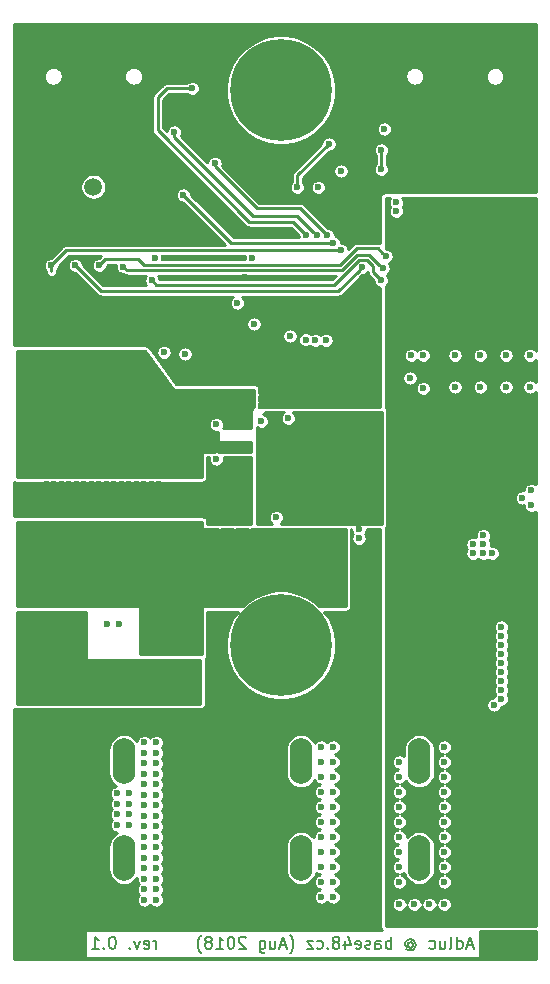
<source format=gbl>
G04 #@! TF.GenerationSoftware,KiCad,Pcbnew,(5.0.0-rc3-dev-13-g33a0856)*
G04 #@! TF.CreationDate,2018-08-15T10:40:50+02:00*
G04 #@! TF.ProjectId,BrainDeadMPPT,427261696E446561644D5050542E6B69,rev?*
G04 #@! TF.SameCoordinates,Original*
G04 #@! TF.FileFunction,Copper,L4,Bot,Mixed*
G04 #@! TF.FilePolarity,Positive*
%FSLAX46Y46*%
G04 Gerber Fmt 4.6, Leading zero omitted, Abs format (unit mm)*
G04 Created by KiCad (PCBNEW (5.0.0-rc3-dev-13-g33a0856)) date Wednesday, 15. August 2018, 10:40:50*
%MOMM*%
%LPD*%
G01*
G04 APERTURE LIST*
G04 #@! TA.AperFunction,NonConductor*
%ADD10C,0.150000*%
G04 #@! TD*
G04 #@! TA.AperFunction,ComponentPad*
%ADD11C,8.600000*%
G04 #@! TD*
G04 #@! TA.AperFunction,ComponentPad*
%ADD12C,0.900000*%
G04 #@! TD*
G04 #@! TA.AperFunction,ComponentPad*
%ADD13R,1.500000X1.500000*%
G04 #@! TD*
G04 #@! TA.AperFunction,ComponentPad*
%ADD14C,1.500000*%
G04 #@! TD*
G04 #@! TA.AperFunction,ComponentPad*
%ADD15O,1.930400X3.860800*%
G04 #@! TD*
G04 #@! TA.AperFunction,ViaPad*
%ADD16C,0.600000*%
G04 #@! TD*
G04 #@! TA.AperFunction,Conductor*
%ADD17C,0.250000*%
G04 #@! TD*
G04 #@! TA.AperFunction,Conductor*
%ADD18C,0.220000*%
G04 #@! TD*
G04 APERTURE END LIST*
D10*
X39233047Y-78398666D02*
X38756857Y-78398666D01*
X39328285Y-78684380D02*
X38994952Y-77684380D01*
X38661619Y-78684380D01*
X37899714Y-78684380D02*
X37899714Y-77684380D01*
X37899714Y-78636761D02*
X37994952Y-78684380D01*
X38185428Y-78684380D01*
X38280666Y-78636761D01*
X38328285Y-78589142D01*
X38375904Y-78493904D01*
X38375904Y-78208190D01*
X38328285Y-78112952D01*
X38280666Y-78065333D01*
X38185428Y-78017714D01*
X37994952Y-78017714D01*
X37899714Y-78065333D01*
X37280666Y-78684380D02*
X37375904Y-78636761D01*
X37423523Y-78541523D01*
X37423523Y-77684380D01*
X36471142Y-78017714D02*
X36471142Y-78684380D01*
X36899714Y-78017714D02*
X36899714Y-78541523D01*
X36852095Y-78636761D01*
X36756857Y-78684380D01*
X36614000Y-78684380D01*
X36518761Y-78636761D01*
X36471142Y-78589142D01*
X35566380Y-78636761D02*
X35661619Y-78684380D01*
X35852095Y-78684380D01*
X35947333Y-78636761D01*
X35994952Y-78589142D01*
X36042571Y-78493904D01*
X36042571Y-78208190D01*
X35994952Y-78112952D01*
X35947333Y-78065333D01*
X35852095Y-78017714D01*
X35661619Y-78017714D01*
X35566380Y-78065333D01*
X33756857Y-78208190D02*
X33804476Y-78160571D01*
X33899714Y-78112952D01*
X33994952Y-78112952D01*
X34090190Y-78160571D01*
X34137809Y-78208190D01*
X34185428Y-78303428D01*
X34185428Y-78398666D01*
X34137809Y-78493904D01*
X34090190Y-78541523D01*
X33994952Y-78589142D01*
X33899714Y-78589142D01*
X33804476Y-78541523D01*
X33756857Y-78493904D01*
X33756857Y-78112952D02*
X33756857Y-78493904D01*
X33709238Y-78541523D01*
X33661619Y-78541523D01*
X33566380Y-78493904D01*
X33518761Y-78398666D01*
X33518761Y-78160571D01*
X33614000Y-78017714D01*
X33756857Y-77922476D01*
X33947333Y-77874857D01*
X34137809Y-77922476D01*
X34280666Y-78017714D01*
X34375904Y-78160571D01*
X34423523Y-78351047D01*
X34375904Y-78541523D01*
X34280666Y-78684380D01*
X34137809Y-78779619D01*
X33947333Y-78827238D01*
X33756857Y-78779619D01*
X33614000Y-78684380D01*
X32328285Y-78684380D02*
X32328285Y-77684380D01*
X32328285Y-78065333D02*
X32233047Y-78017714D01*
X32042571Y-78017714D01*
X31947333Y-78065333D01*
X31899714Y-78112952D01*
X31852095Y-78208190D01*
X31852095Y-78493904D01*
X31899714Y-78589142D01*
X31947333Y-78636761D01*
X32042571Y-78684380D01*
X32233047Y-78684380D01*
X32328285Y-78636761D01*
X30994952Y-78684380D02*
X30994952Y-78160571D01*
X31042571Y-78065333D01*
X31137809Y-78017714D01*
X31328285Y-78017714D01*
X31423523Y-78065333D01*
X30994952Y-78636761D02*
X31090190Y-78684380D01*
X31328285Y-78684380D01*
X31423523Y-78636761D01*
X31471142Y-78541523D01*
X31471142Y-78446285D01*
X31423523Y-78351047D01*
X31328285Y-78303428D01*
X31090190Y-78303428D01*
X30994952Y-78255809D01*
X30566380Y-78636761D02*
X30471142Y-78684380D01*
X30280666Y-78684380D01*
X30185428Y-78636761D01*
X30137809Y-78541523D01*
X30137809Y-78493904D01*
X30185428Y-78398666D01*
X30280666Y-78351047D01*
X30423523Y-78351047D01*
X30518761Y-78303428D01*
X30566380Y-78208190D01*
X30566380Y-78160571D01*
X30518761Y-78065333D01*
X30423523Y-78017714D01*
X30280666Y-78017714D01*
X30185428Y-78065333D01*
X29328285Y-78636761D02*
X29423523Y-78684380D01*
X29614000Y-78684380D01*
X29709238Y-78636761D01*
X29756857Y-78541523D01*
X29756857Y-78160571D01*
X29709238Y-78065333D01*
X29614000Y-78017714D01*
X29423523Y-78017714D01*
X29328285Y-78065333D01*
X29280666Y-78160571D01*
X29280666Y-78255809D01*
X29756857Y-78351047D01*
X28423523Y-78017714D02*
X28423523Y-78684380D01*
X28661619Y-77636761D02*
X28899714Y-78351047D01*
X28280666Y-78351047D01*
X27756857Y-78112952D02*
X27852095Y-78065333D01*
X27899714Y-78017714D01*
X27947333Y-77922476D01*
X27947333Y-77874857D01*
X27899714Y-77779619D01*
X27852095Y-77732000D01*
X27756857Y-77684380D01*
X27566380Y-77684380D01*
X27471142Y-77732000D01*
X27423523Y-77779619D01*
X27375904Y-77874857D01*
X27375904Y-77922476D01*
X27423523Y-78017714D01*
X27471142Y-78065333D01*
X27566380Y-78112952D01*
X27756857Y-78112952D01*
X27852095Y-78160571D01*
X27899714Y-78208190D01*
X27947333Y-78303428D01*
X27947333Y-78493904D01*
X27899714Y-78589142D01*
X27852095Y-78636761D01*
X27756857Y-78684380D01*
X27566380Y-78684380D01*
X27471142Y-78636761D01*
X27423523Y-78589142D01*
X27375904Y-78493904D01*
X27375904Y-78303428D01*
X27423523Y-78208190D01*
X27471142Y-78160571D01*
X27566380Y-78112952D01*
X26947333Y-78589142D02*
X26899714Y-78636761D01*
X26947333Y-78684380D01*
X26994952Y-78636761D01*
X26947333Y-78589142D01*
X26947333Y-78684380D01*
X26042571Y-78636761D02*
X26137809Y-78684380D01*
X26328285Y-78684380D01*
X26423523Y-78636761D01*
X26471142Y-78589142D01*
X26518761Y-78493904D01*
X26518761Y-78208190D01*
X26471142Y-78112952D01*
X26423523Y-78065333D01*
X26328285Y-78017714D01*
X26137809Y-78017714D01*
X26042571Y-78065333D01*
X25709238Y-78017714D02*
X25185428Y-78017714D01*
X25709238Y-78684380D01*
X25185428Y-78684380D01*
X23756857Y-79065333D02*
X23804476Y-79017714D01*
X23899714Y-78874857D01*
X23947333Y-78779619D01*
X23994952Y-78636761D01*
X24042571Y-78398666D01*
X24042571Y-78208190D01*
X23994952Y-77970095D01*
X23947333Y-77827238D01*
X23899714Y-77732000D01*
X23804476Y-77589142D01*
X23756857Y-77541523D01*
X23423523Y-78398666D02*
X22947333Y-78398666D01*
X23518761Y-78684380D02*
X23185428Y-77684380D01*
X22852095Y-78684380D01*
X22090190Y-78017714D02*
X22090190Y-78684380D01*
X22518761Y-78017714D02*
X22518761Y-78541523D01*
X22471142Y-78636761D01*
X22375904Y-78684380D01*
X22233047Y-78684380D01*
X22137809Y-78636761D01*
X22090190Y-78589142D01*
X21185428Y-78017714D02*
X21185428Y-78827238D01*
X21233047Y-78922476D01*
X21280666Y-78970095D01*
X21375904Y-79017714D01*
X21518761Y-79017714D01*
X21614000Y-78970095D01*
X21185428Y-78636761D02*
X21280666Y-78684380D01*
X21471142Y-78684380D01*
X21566380Y-78636761D01*
X21614000Y-78589142D01*
X21661619Y-78493904D01*
X21661619Y-78208190D01*
X21614000Y-78112952D01*
X21566380Y-78065333D01*
X21471142Y-78017714D01*
X21280666Y-78017714D01*
X21185428Y-78065333D01*
X19994952Y-77779619D02*
X19947333Y-77732000D01*
X19852095Y-77684380D01*
X19614000Y-77684380D01*
X19518761Y-77732000D01*
X19471142Y-77779619D01*
X19423523Y-77874857D01*
X19423523Y-77970095D01*
X19471142Y-78112952D01*
X20042571Y-78684380D01*
X19423523Y-78684380D01*
X18804476Y-77684380D02*
X18709238Y-77684380D01*
X18614000Y-77732000D01*
X18566380Y-77779619D01*
X18518761Y-77874857D01*
X18471142Y-78065333D01*
X18471142Y-78303428D01*
X18518761Y-78493904D01*
X18566380Y-78589142D01*
X18614000Y-78636761D01*
X18709238Y-78684380D01*
X18804476Y-78684380D01*
X18899714Y-78636761D01*
X18947333Y-78589142D01*
X18994952Y-78493904D01*
X19042571Y-78303428D01*
X19042571Y-78065333D01*
X18994952Y-77874857D01*
X18947333Y-77779619D01*
X18899714Y-77732000D01*
X18804476Y-77684380D01*
X17518761Y-78684380D02*
X18090190Y-78684380D01*
X17804476Y-78684380D02*
X17804476Y-77684380D01*
X17899714Y-77827238D01*
X17994952Y-77922476D01*
X18090190Y-77970095D01*
X16947333Y-78112952D02*
X17042571Y-78065333D01*
X17090190Y-78017714D01*
X17137809Y-77922476D01*
X17137809Y-77874857D01*
X17090190Y-77779619D01*
X17042571Y-77732000D01*
X16947333Y-77684380D01*
X16756857Y-77684380D01*
X16661619Y-77732000D01*
X16614000Y-77779619D01*
X16566380Y-77874857D01*
X16566380Y-77922476D01*
X16614000Y-78017714D01*
X16661619Y-78065333D01*
X16756857Y-78112952D01*
X16947333Y-78112952D01*
X17042571Y-78160571D01*
X17090190Y-78208190D01*
X17137809Y-78303428D01*
X17137809Y-78493904D01*
X17090190Y-78589142D01*
X17042571Y-78636761D01*
X16947333Y-78684380D01*
X16756857Y-78684380D01*
X16661619Y-78636761D01*
X16614000Y-78589142D01*
X16566380Y-78493904D01*
X16566380Y-78303428D01*
X16614000Y-78208190D01*
X16661619Y-78160571D01*
X16756857Y-78112952D01*
X16233047Y-79065333D02*
X16185428Y-79017714D01*
X16090190Y-78874857D01*
X16042571Y-78779619D01*
X15994952Y-78636761D01*
X15947333Y-78398666D01*
X15947333Y-78208190D01*
X15994952Y-77970095D01*
X16042571Y-77827238D01*
X16090190Y-77732000D01*
X16185428Y-77589142D01*
X16233047Y-77541523D01*
X12423523Y-78684380D02*
X12423523Y-78017714D01*
X12423523Y-78208190D02*
X12375904Y-78112952D01*
X12328285Y-78065333D01*
X12233047Y-78017714D01*
X12137809Y-78017714D01*
X11423523Y-78636761D02*
X11518761Y-78684380D01*
X11709238Y-78684380D01*
X11804476Y-78636761D01*
X11852095Y-78541523D01*
X11852095Y-78160571D01*
X11804476Y-78065333D01*
X11709238Y-78017714D01*
X11518761Y-78017714D01*
X11423523Y-78065333D01*
X11375904Y-78160571D01*
X11375904Y-78255809D01*
X11852095Y-78351047D01*
X11042571Y-78017714D02*
X10804476Y-78684380D01*
X10566380Y-78017714D01*
X10185428Y-78589142D02*
X10137809Y-78636761D01*
X10185428Y-78684380D01*
X10233047Y-78636761D01*
X10185428Y-78589142D01*
X10185428Y-78684380D01*
X8756857Y-77684380D02*
X8661619Y-77684380D01*
X8566380Y-77732000D01*
X8518761Y-77779619D01*
X8471142Y-77874857D01*
X8423523Y-78065333D01*
X8423523Y-78303428D01*
X8471142Y-78493904D01*
X8518761Y-78589142D01*
X8566380Y-78636761D01*
X8661619Y-78684380D01*
X8756857Y-78684380D01*
X8852095Y-78636761D01*
X8899714Y-78589142D01*
X8947333Y-78493904D01*
X8994952Y-78303428D01*
X8994952Y-78065333D01*
X8947333Y-77874857D01*
X8899714Y-77779619D01*
X8852095Y-77732000D01*
X8756857Y-77684380D01*
X7994952Y-78589142D02*
X7947333Y-78636761D01*
X7994952Y-78684380D01*
X8042571Y-78636761D01*
X7994952Y-78589142D01*
X7994952Y-78684380D01*
X6994952Y-78684380D02*
X7566380Y-78684380D01*
X7280666Y-78684380D02*
X7280666Y-77684380D01*
X7375904Y-77827238D01*
X7471142Y-77922476D01*
X7566380Y-77970095D01*
D11*
G04 #@! TO.P,MK1,1*
G04 #@! TO.N,Net-(MK1-Pad1)*
X23000000Y-53000000D03*
D12*
X26225000Y-53000000D03*
X25280419Y-55280419D03*
X23000000Y-56225000D03*
X20719581Y-55280419D03*
X19775000Y-53000000D03*
X20719581Y-50719581D03*
X23000000Y-49775000D03*
X25280419Y-50719581D03*
G04 #@! TD*
G04 #@! TO.P,MK2,1*
G04 #@! TO.N,Net-(MK2-Pad1)*
X25280419Y-3719581D03*
X23000000Y-2775000D03*
X20719581Y-3719581D03*
X19775000Y-6000000D03*
X20719581Y-8280419D03*
X23000000Y-9225000D03*
X25280419Y-8280419D03*
X26225000Y-6000000D03*
D11*
X23000000Y-6000000D03*
G04 #@! TD*
D13*
G04 #@! TO.P,J1,1*
G04 #@! TO.N,GND*
X7112000Y-11684000D03*
D14*
G04 #@! TO.P,J1,2*
G04 #@! TO.N,NTC*
X7112000Y-14184000D03*
G04 #@! TD*
D15*
G04 #@! TO.P,X1,P2.2*
G04 #@! TO.N,GND*
X34700040Y-62800880D03*
G04 #@! TO.P,X1,P2.1*
X34700040Y-71000000D03*
G04 #@! TO.P,X1,P1.2*
G04 #@! TO.N,VIN+*
X39701300Y-62800880D03*
G04 #@! TO.P,X1,P1.1*
X39701300Y-71000000D03*
G04 #@! TD*
G04 #@! TO.P,X2,P2.2*
G04 #@! TO.N,GND*
X19700040Y-62800880D03*
G04 #@! TO.P,X2,P2.1*
X19700040Y-71000000D03*
G04 #@! TO.P,X2,P1.2*
G04 #@! TO.N,LOAD+*
X24701300Y-62800880D03*
G04 #@! TO.P,X2,P1.1*
X24701300Y-71000000D03*
G04 #@! TD*
G04 #@! TO.P,X3,P1.1*
G04 #@! TO.N,BAT+*
X9701300Y-71000000D03*
G04 #@! TO.P,X3,P1.2*
X9701300Y-62800880D03*
G04 #@! TO.P,X3,P2.1*
G04 #@! TO.N,GND*
X4700040Y-71000000D03*
G04 #@! TO.P,X3,P2.2*
X4700040Y-62800880D03*
G04 #@! TD*
D16*
G04 #@! TO.N,GND*
X24384000Y-32258000D03*
X25273000Y-32258000D03*
X27559000Y-32258000D03*
X28448000Y-32258000D03*
X29464000Y-32258000D03*
X30353000Y-32258000D03*
X23622000Y-32766000D03*
X34036000Y-28448000D03*
X29083000Y-26924000D03*
X42926000Y-12192000D03*
X42164000Y-12192000D03*
X41402000Y-12192000D03*
X40640000Y-12192000D03*
X39878000Y-12192000D03*
X39116000Y-12192000D03*
X38354000Y-12192000D03*
X37592000Y-12192000D03*
X34036000Y-13970000D03*
X36830000Y-12192000D03*
X21336000Y-34036000D03*
X15748000Y-30734000D03*
X19050000Y-30226000D03*
X17653000Y-53086000D03*
X27559000Y-50546000D03*
X19177000Y-9906000D03*
X27559000Y-8382000D03*
X28194000Y-4826000D03*
X30734000Y-3683000D03*
X29337000Y-6223000D03*
X17653000Y-15748000D03*
X24257000Y-18288000D03*
X28067000Y-18415000D03*
X26416000Y-9906000D03*
X28321000Y-14478000D03*
X32766000Y-15494000D03*
X32766000Y-16256000D03*
X1143000Y-17272000D03*
X2413000Y-17272000D03*
X3683000Y-17272000D03*
X4953000Y-17272000D03*
X6223000Y-17272000D03*
X7620000Y-17272000D03*
X9017000Y-17272000D03*
X10287000Y-17272000D03*
X11557000Y-17272000D03*
X12573000Y-18542000D03*
X12319000Y-27559000D03*
X13462000Y-29464000D03*
X23622000Y-33782000D03*
X21336000Y-32766000D03*
X21336000Y-32131000D03*
X19050000Y-40640000D03*
X18415000Y-40640000D03*
X17780000Y-41275000D03*
X19050000Y-41275000D03*
X20320000Y-40640000D03*
X20320000Y-40005000D03*
X19685000Y-40640000D03*
X19685000Y-40005000D03*
X19050000Y-40005000D03*
X17780000Y-40005000D03*
X19050000Y-39370000D03*
X19685000Y-39370000D03*
X17145000Y-38735000D03*
X17145000Y-40640000D03*
X17145000Y-41910000D03*
X18415000Y-41910000D03*
X19685000Y-41910000D03*
X19050000Y-42545000D03*
X17780000Y-42545000D03*
X16510000Y-40005000D03*
X17145000Y-39370000D03*
X20320000Y-42545000D03*
X22305193Y-32084193D03*
X18415000Y-38100000D03*
X19050000Y-38100000D03*
X19685000Y-38100000D03*
X20320000Y-38100000D03*
X20320000Y-39370000D03*
X18415000Y-39370000D03*
X20320000Y-41275000D03*
X17780000Y-39370000D03*
X16510000Y-41275000D03*
X12700000Y-40005000D03*
X12700000Y-41275000D03*
X11430000Y-41910000D03*
X11430000Y-41275000D03*
X11430000Y-40640000D03*
X11430000Y-40005000D03*
X11430000Y-39370000D03*
X10795000Y-39370000D03*
X10795000Y-40005000D03*
X10795000Y-40640000D03*
X10795000Y-41275000D03*
X10795000Y-41910000D03*
X10160000Y-40640000D03*
X9525000Y-40640000D03*
X8890000Y-40640000D03*
X8255000Y-40640000D03*
X10160000Y-40005000D03*
X9525000Y-40005000D03*
X8890000Y-40005000D03*
X8255000Y-40005000D03*
X10160000Y-41275000D03*
X9525000Y-41275000D03*
X8890000Y-41275000D03*
X8255000Y-41275000D03*
X10160000Y-41910000D03*
X9525000Y-41910000D03*
X8890000Y-41910000D03*
X8255000Y-41910000D03*
X10160000Y-39370000D03*
X9525000Y-39370000D03*
X8890000Y-39370000D03*
X8255000Y-39370000D03*
X7620000Y-41910000D03*
X6985000Y-41910000D03*
X6350000Y-41910000D03*
X5715000Y-41910000D03*
X7620000Y-39370000D03*
X6985000Y-39370000D03*
X6350000Y-39370000D03*
X5715000Y-39370000D03*
X7620000Y-40640000D03*
X6985000Y-40640000D03*
X6350000Y-40640000D03*
X5715000Y-40640000D03*
X7620000Y-41275000D03*
X6985000Y-41275000D03*
X6350000Y-41275000D03*
X5715000Y-41275000D03*
X7620000Y-40005000D03*
X6985000Y-40005000D03*
X6350000Y-40005000D03*
X5715000Y-40005000D03*
X5080000Y-41910000D03*
X4445000Y-41910000D03*
X3810000Y-41910000D03*
X3175000Y-41910000D03*
X5080000Y-40640000D03*
X4445000Y-40640000D03*
X3810000Y-40640000D03*
X3175000Y-40640000D03*
X5080000Y-40005000D03*
X4445000Y-40005000D03*
X3810000Y-40005000D03*
X3175000Y-40005000D03*
X5080000Y-41275000D03*
X4445000Y-41275000D03*
X3810000Y-41275000D03*
X3175000Y-41275000D03*
X5080000Y-39370000D03*
X4445000Y-39370000D03*
X3810000Y-39370000D03*
X3175000Y-39370000D03*
X12700000Y-39370000D03*
X12065000Y-39370000D03*
X12065000Y-40005000D03*
X12065000Y-40640000D03*
X12065000Y-41275000D03*
X12065000Y-41910000D03*
X12700000Y-41910000D03*
X12700000Y-40640000D03*
X27940000Y-51562000D03*
X28067000Y-52705000D03*
X27940000Y-53721000D03*
X17653000Y-51943000D03*
X17653000Y-50927000D03*
X17653000Y-54102000D03*
X17653000Y-55118000D03*
X17653000Y-56134000D03*
X18669000Y-56134000D03*
X18669000Y-57023000D03*
X19685000Y-57023000D03*
X44069000Y-31115000D03*
X44069000Y-28448000D03*
X42037000Y-28448000D03*
X42037000Y-31115000D03*
X37719000Y-28448000D03*
X39878000Y-28448000D03*
X39878000Y-31115000D03*
X35052000Y-28448000D03*
X31242000Y-32258000D03*
X26162000Y-32258000D03*
X35052000Y-31242000D03*
X37719000Y-31115000D03*
X33909000Y-30353000D03*
X21336000Y-31496000D03*
X18288000Y-30734000D03*
X15748000Y-29845000D03*
X1016000Y-26924000D03*
X1016000Y-23241000D03*
X1016000Y-21971000D03*
X1016000Y-18542000D03*
X15621000Y-3302000D03*
X6985000Y-4191000D03*
X22352000Y-14224000D03*
X16383000Y-18415000D03*
X2540000Y-70485000D03*
X2540000Y-61595000D03*
X2540000Y-67945000D03*
X2540000Y-65405000D03*
X2540000Y-66675000D03*
X2540000Y-69215000D03*
X2540000Y-74295000D03*
X2540000Y-64135000D03*
X2540000Y-62865000D03*
X2540000Y-71755000D03*
X2540000Y-73025000D03*
X6858000Y-62865000D03*
X6858000Y-73025000D03*
X6858000Y-65405000D03*
X6858000Y-61595000D03*
X6858000Y-70485000D03*
X6858000Y-67945000D03*
X6858000Y-66675000D03*
X6858000Y-64135000D03*
X6858000Y-69215000D03*
X6858000Y-71755000D03*
X6858000Y-74295000D03*
X17780000Y-70485000D03*
X17780000Y-61595000D03*
X17780000Y-67945000D03*
X17780000Y-65405000D03*
X17780000Y-66675000D03*
X17780000Y-69215000D03*
X17780000Y-74295000D03*
X17780000Y-64135000D03*
X17780000Y-62865000D03*
X17780000Y-71755000D03*
X17780000Y-73025000D03*
X21717000Y-70485000D03*
X21717000Y-61595000D03*
X21717000Y-67945000D03*
X21717000Y-65405000D03*
X21717000Y-66675000D03*
X21717000Y-69215000D03*
X21717000Y-74295000D03*
X21717000Y-64135000D03*
X21717000Y-62865000D03*
X21717000Y-71755000D03*
X21717000Y-73025000D03*
X33020000Y-66675000D03*
X33020000Y-70485000D03*
X33020000Y-65405000D03*
X33020000Y-67945000D03*
X33020000Y-62865000D03*
X33020000Y-71755000D03*
X33020000Y-69215000D03*
X33020000Y-73025000D03*
X33020000Y-64135000D03*
X29210000Y-74295000D03*
X29210000Y-73025000D03*
X15240000Y-70485000D03*
X15240000Y-67945000D03*
X15240000Y-69215000D03*
X15240000Y-64135000D03*
X15240000Y-73025000D03*
X15240000Y-62865000D03*
X15240000Y-66675000D03*
X15240000Y-65405000D03*
X15240000Y-71755000D03*
X15240000Y-61595000D03*
X15240000Y-74295000D03*
X36830000Y-65405000D03*
X36830000Y-70485000D03*
X36830000Y-73025000D03*
X36830000Y-64135000D03*
X36830000Y-61595000D03*
X36830000Y-66675000D03*
X36830000Y-67945000D03*
X36830000Y-62865000D03*
X36830000Y-71755000D03*
X36830000Y-69215000D03*
X34290000Y-74930000D03*
X35560000Y-74930000D03*
X33020000Y-74930000D03*
X36830000Y-74930000D03*
X13099013Y-20173979D03*
X19304000Y-20173979D03*
X19939000Y-21844000D03*
X39243000Y-44450000D03*
X40132000Y-43688000D03*
X40132000Y-44450000D03*
X39243000Y-45212000D03*
X40132000Y-45212000D03*
X40894000Y-45212000D03*
X44196000Y-39878000D03*
X43434000Y-40513000D03*
X44196000Y-41148000D03*
X41656000Y-51435000D03*
X41656000Y-52197000D03*
X41656000Y-52959000D03*
X41656000Y-53721000D03*
X41656000Y-54483000D03*
X41656000Y-55245000D03*
X41656000Y-56007000D03*
X41656000Y-56769000D03*
X41656000Y-57531000D03*
X41021000Y-58039000D03*
G04 #@! TO.N,BAT+*
X11430000Y-61214000D03*
X8255000Y-51181000D03*
X13081000Y-28194000D03*
X19304000Y-24003000D03*
X1270000Y-50546000D03*
X2159000Y-50546000D03*
X3048000Y-50546000D03*
X3937000Y-50546000D03*
X3937000Y-51435000D03*
X3048000Y-51435000D03*
X2159000Y-51435000D03*
X1270000Y-51435000D03*
X1270000Y-52324000D03*
X2159000Y-52324000D03*
X3048000Y-52324000D03*
X3937000Y-52324000D03*
X3937000Y-53213000D03*
X3048000Y-53213000D03*
X2159000Y-53213000D03*
X1270000Y-53213000D03*
X1270000Y-54102000D03*
X2159000Y-54102000D03*
X3048000Y-54102000D03*
X3937000Y-54102000D03*
X3937000Y-54991000D03*
X4826000Y-54991000D03*
X3048000Y-54991000D03*
X2159000Y-54991000D03*
X1270000Y-54991000D03*
X4826000Y-55880000D03*
X3937000Y-55880000D03*
X3048000Y-55880000D03*
X2159000Y-55880000D03*
X1270000Y-55880000D03*
X5715000Y-54991000D03*
X5715000Y-55880000D03*
X6604000Y-55880000D03*
X7493000Y-55880000D03*
X8382000Y-55880000D03*
X9271000Y-55880000D03*
X10160000Y-55880000D03*
X11049000Y-55880000D03*
X11938000Y-55880000D03*
X12827000Y-55880000D03*
X5715000Y-56642000D03*
X1270000Y-56642000D03*
X12827000Y-56642000D03*
X6604000Y-56642000D03*
X9271000Y-56642000D03*
X7493000Y-56642000D03*
X11938000Y-56642000D03*
X8382000Y-56642000D03*
X3048000Y-56642000D03*
X10160000Y-56642000D03*
X2159000Y-56642000D03*
X4826000Y-56642000D03*
X3937000Y-56642000D03*
X11049000Y-56642000D03*
X3937000Y-57531000D03*
X9271000Y-57531000D03*
X4826000Y-57531000D03*
X6604000Y-57531000D03*
X2159000Y-57531000D03*
X3048000Y-57531000D03*
X12827000Y-57531000D03*
X8382000Y-57531000D03*
X11938000Y-57531000D03*
X7493000Y-57531000D03*
X1270000Y-57531000D03*
X5715000Y-57531000D03*
X11049000Y-57531000D03*
X10160000Y-57531000D03*
X13716000Y-57531000D03*
X13716000Y-56642000D03*
X13716000Y-55880000D03*
X15240000Y-54991008D03*
X14605000Y-55880000D03*
X14605000Y-56642000D03*
X14605000Y-57531000D03*
X12446000Y-61214000D03*
X12446000Y-62103000D03*
X11430000Y-62103000D03*
X11430000Y-63881000D03*
X12446000Y-63881000D03*
X11430000Y-62992000D03*
X12446000Y-62992000D03*
X11430000Y-65659000D03*
X12446000Y-65659000D03*
X11430000Y-64770000D03*
X12446000Y-64770000D03*
X11430000Y-67437000D03*
X12446000Y-67437000D03*
X12446000Y-66548000D03*
X11430000Y-66548000D03*
X12446000Y-68326000D03*
X12446000Y-69215000D03*
X12446000Y-70104000D03*
X11430000Y-69215000D03*
X11430000Y-70993000D03*
X11430000Y-68326000D03*
X11430000Y-70104000D03*
X12446000Y-70993000D03*
X11430000Y-72771000D03*
X11430000Y-74549000D03*
X12446000Y-73660000D03*
X11430000Y-71882000D03*
X12446000Y-72771000D03*
X11430000Y-73660000D03*
X12446000Y-71882000D03*
X12446000Y-74549000D03*
X10160000Y-66421000D03*
X10160000Y-65532000D03*
X10160000Y-68199000D03*
X9144000Y-68199000D03*
X10160000Y-67310000D03*
X9144000Y-67310000D03*
X9144000Y-65532000D03*
X9144000Y-66421000D03*
G04 #@! TO.N,VIN+*
X42291000Y-60833000D03*
X34925000Y-18542000D03*
X35560000Y-18542000D03*
X36195000Y-18542000D03*
X36830000Y-18542000D03*
X37465000Y-18542000D03*
X38100000Y-18542000D03*
X38735000Y-18542000D03*
X39370000Y-18542000D03*
X40640000Y-18542000D03*
X41910000Y-18542000D03*
X43180000Y-18542000D03*
X42164000Y-21590000D03*
X43434000Y-21590000D03*
X40640000Y-20320000D03*
X39370000Y-20320000D03*
X38100000Y-20320000D03*
X36830000Y-20320000D03*
X40005000Y-20320000D03*
X38735000Y-20320000D03*
X37465000Y-20320000D03*
X36830000Y-20955000D03*
X42799000Y-21590000D03*
X41529000Y-21590000D03*
X41529000Y-20955000D03*
X42164000Y-20955000D03*
X42799000Y-20955000D03*
X43434000Y-20955000D03*
X36195000Y-20955000D03*
X34925000Y-20955000D03*
X34290000Y-20955000D03*
X35560000Y-20955000D03*
X40005000Y-18542000D03*
X41275000Y-18542000D03*
X42545000Y-18542000D03*
X34290000Y-18542000D03*
X34925000Y-19177000D03*
X35560000Y-19177000D03*
X36195000Y-19177000D03*
X36830000Y-19177000D03*
X37465000Y-19177000D03*
X38100000Y-19177000D03*
X38735000Y-19177000D03*
X39370000Y-19177000D03*
X43180000Y-19177000D03*
X41910000Y-19177000D03*
X40640000Y-19177000D03*
X40005000Y-19177000D03*
X41275000Y-19177000D03*
X42545000Y-19177000D03*
X34290000Y-19177000D03*
X33782000Y-15621000D03*
X33782000Y-16256000D03*
X33782000Y-16891000D03*
X33782000Y-17526000D03*
X33782000Y-18161000D03*
X34417000Y-17526000D03*
X36830000Y-17526000D03*
X39370000Y-17526000D03*
X41529000Y-17526000D03*
X43815000Y-17526000D03*
X42291000Y-61595000D03*
X42291000Y-62357000D03*
X42291000Y-63119000D03*
X42291000Y-63881000D03*
X42291000Y-64643000D03*
X42291000Y-65405000D03*
X42291000Y-66167000D03*
X42291000Y-66929000D03*
X42291000Y-67691000D03*
X42291000Y-68453000D03*
X42291000Y-69215000D03*
X42291000Y-69977000D03*
X42291000Y-70739000D03*
X42291000Y-71501000D03*
X42291000Y-72263000D03*
X42291000Y-73025000D03*
X42291000Y-73787000D03*
X42291000Y-74549000D03*
X41529000Y-74549000D03*
X40767000Y-74549000D03*
X40005000Y-74549000D03*
X39243000Y-74549000D03*
X38481000Y-74549000D03*
X41529000Y-73787000D03*
X41529000Y-73025000D03*
X41529000Y-72263000D03*
X41529000Y-71501000D03*
X41529000Y-70739000D03*
X41529000Y-69977000D03*
X41529000Y-69215000D03*
X41529000Y-68453000D03*
X41529000Y-67691000D03*
X40767000Y-67691000D03*
X40005000Y-67691000D03*
X39243000Y-67691000D03*
X38481000Y-67691000D03*
X38100000Y-68453000D03*
X38100000Y-69215000D03*
X38100000Y-70104000D03*
X38100000Y-70866000D03*
X38100000Y-71628000D03*
X38100000Y-72390000D03*
X38100000Y-73152000D03*
X38100000Y-73914000D03*
X39243000Y-73787000D03*
X40005000Y-73787000D03*
X40767000Y-73787000D03*
X41529000Y-65405000D03*
X40640000Y-65405000D03*
X39878000Y-65405000D03*
X39116000Y-65405000D03*
X38481000Y-65405000D03*
X38100000Y-64643000D03*
X38100000Y-63627000D03*
X38100000Y-62611000D03*
X38100000Y-61722000D03*
X38227000Y-60960000D03*
X38862000Y-60452000D03*
X40894000Y-60452000D03*
X41402000Y-61087000D03*
X41529000Y-61849000D03*
X41529000Y-62738000D03*
X41529000Y-63881000D03*
X41529000Y-64643000D03*
G04 #@! TO.N,INT_VCC*
X31750000Y-9271000D03*
X28067000Y-12827000D03*
X25908000Y-27178000D03*
X12319000Y-20173979D03*
G04 #@! TO.N,LOAD+*
X27432000Y-61595000D03*
X21717000Y-41910000D03*
X21717000Y-40894000D03*
X21717000Y-39878000D03*
X21717000Y-38989000D03*
X28829000Y-41656000D03*
X21717000Y-35306000D03*
X21717000Y-36195000D03*
X23622000Y-35179000D03*
X23622000Y-36068000D03*
X23622000Y-36957000D03*
X21717000Y-37084000D03*
X31115000Y-37846000D03*
X31115000Y-41656000D03*
X30353000Y-41656000D03*
X29591000Y-41656000D03*
X28067000Y-41656000D03*
X28829000Y-40894000D03*
X28067000Y-40894000D03*
X29591000Y-40894000D03*
X30353000Y-40894000D03*
X31115000Y-40894000D03*
X31115000Y-40132000D03*
X31115000Y-39370000D03*
X31115000Y-38608000D03*
X28067000Y-42418000D03*
X28829000Y-42418000D03*
X29591000Y-42418000D03*
X30353000Y-42418000D03*
X31115000Y-42418000D03*
X29591000Y-43180000D03*
X29591000Y-43942000D03*
X27432000Y-62865000D03*
X27432000Y-64135000D03*
X27432000Y-65405000D03*
X27432000Y-66675000D03*
X27432000Y-67945000D03*
X27432000Y-70485000D03*
X27432000Y-69215000D03*
X27432000Y-73025000D03*
X27432000Y-74295000D03*
X27432000Y-71755000D03*
X26416000Y-69215000D03*
X26416000Y-73025000D03*
X26416000Y-70485000D03*
X26416000Y-74295000D03*
X26416000Y-62865000D03*
X26416000Y-61595000D03*
X26416000Y-67945000D03*
X26416000Y-65405000D03*
X26416000Y-71755000D03*
X26416000Y-66675000D03*
X26416000Y-64135000D03*
G04 #@! TO.N,Net-(D1-Pad2)*
X31496000Y-11049000D03*
X31496000Y-12700000D03*
G04 #@! TO.N,Net-(J3-Pad2)*
X26162000Y-14224000D03*
X20574000Y-20173979D03*
G04 #@! TO.N,Net-(JP1-Pad2)*
X24384000Y-14224000D03*
X27051000Y-10541000D03*
X20701000Y-25781000D03*
G04 #@! TO.N,Net-(M3-Pad1)*
X17526000Y-37211000D03*
X25088873Y-27111593D03*
G04 #@! TO.N,Net-(M3-Pad8)*
X17526000Y-34290000D03*
X23749000Y-26797000D03*
G04 #@! TO.N,Net-(M4-Pad4)*
X26797000Y-27178000D03*
X22606000Y-42164000D03*
G04 #@! TO.N,/BAT_PRESENSE*
X9271000Y-51181000D03*
X14859000Y-28321000D03*
X22352000Y-43815000D03*
X22352000Y-44577000D03*
X22352000Y-45339000D03*
X22352000Y-46101000D03*
X23114000Y-46101000D03*
X25781000Y-46101000D03*
X27559000Y-43815000D03*
X27559000Y-44577000D03*
X27559000Y-45339000D03*
X27559000Y-46101000D03*
X25781000Y-46863000D03*
X25781000Y-47625000D03*
X25019000Y-47625000D03*
X25019000Y-46863000D03*
X27559000Y-46863000D03*
X27559000Y-47625000D03*
X27559000Y-48387000D03*
X27559000Y-49149000D03*
X26797000Y-49149000D03*
X26162000Y-48641000D03*
X25400000Y-48260000D03*
X18796000Y-49149000D03*
X17907000Y-49149000D03*
X17018000Y-49149000D03*
X17018000Y-48260000D03*
X17907000Y-48260000D03*
X18796000Y-48260000D03*
X19685000Y-48260000D03*
X19685000Y-47371000D03*
X18796000Y-47371000D03*
X17907000Y-47371000D03*
X17018000Y-47371000D03*
X17018000Y-46482000D03*
X17907000Y-46482000D03*
X18796000Y-46482000D03*
X19685000Y-46482000D03*
X19685000Y-45593000D03*
X18796000Y-45593000D03*
X17907000Y-45593000D03*
X17018000Y-45593000D03*
X17018000Y-44704000D03*
X17907000Y-44704000D03*
X18796000Y-44704000D03*
X19685000Y-44704000D03*
X19685000Y-43815000D03*
X18796000Y-43815000D03*
X17907000Y-43815000D03*
X17018000Y-43815000D03*
X1270000Y-43053000D03*
X1270000Y-43942000D03*
X1270000Y-44831000D03*
X1270000Y-45720000D03*
X1270000Y-46609000D03*
X1270000Y-47498000D03*
X1270000Y-48387000D03*
X1270000Y-49276000D03*
X2159000Y-49276000D03*
X3048000Y-49276000D03*
X3937000Y-49276000D03*
X4826000Y-49276000D03*
X5715000Y-49276000D03*
X6604000Y-49276000D03*
X6604000Y-48387000D03*
X5715000Y-48387000D03*
X4826000Y-48387000D03*
X3937000Y-48387000D03*
X3048000Y-48387000D03*
X2159000Y-48387000D03*
X2159000Y-47498000D03*
X2159000Y-46609000D03*
X2159000Y-45720000D03*
X2159000Y-44831002D03*
X2159000Y-43942000D03*
X2159000Y-43053000D03*
X3048000Y-47498000D03*
X3937000Y-47498000D03*
X4826000Y-47498000D03*
X5715000Y-47498000D03*
X6604000Y-47498000D03*
X7493000Y-47498000D03*
X19685000Y-49149000D03*
G04 #@! TO.N,/SW*
X2413000Y-28956000D03*
X3175000Y-28956000D03*
X4064000Y-28956000D03*
X4826000Y-28956000D03*
X6096000Y-28956000D03*
X6858000Y-28956000D03*
X9144000Y-28956000D03*
X8382000Y-28956000D03*
X10287000Y-28956000D03*
X11176000Y-28956000D03*
X12192000Y-30734000D03*
X12827000Y-31496000D03*
X13335000Y-32385000D03*
X1270000Y-37973000D03*
X1270000Y-36957000D03*
X1270000Y-36068000D03*
X1270000Y-35052000D03*
X1270000Y-34290000D03*
X1016000Y-33401000D03*
X1016000Y-32385000D03*
X1016000Y-31496000D03*
X1016000Y-30607000D03*
X1016000Y-29718000D03*
X1016000Y-28702000D03*
X2159000Y-34290000D03*
X2159000Y-35052000D03*
X3048000Y-34290000D03*
X3048000Y-35052000D03*
X3810000Y-34290000D03*
X3810000Y-35052000D03*
X4699000Y-35052000D03*
X4699000Y-34290000D03*
X5461000Y-34290000D03*
X5461000Y-35052000D03*
X6350000Y-35052000D03*
X6350000Y-34290000D03*
X7239000Y-34290000D03*
X7239000Y-35052000D03*
X8001000Y-35052000D03*
X8001000Y-34290000D03*
X8890000Y-34290000D03*
X8890000Y-35052000D03*
X9652000Y-35052000D03*
X9652000Y-34290000D03*
X10541000Y-34290000D03*
X10541000Y-35052000D03*
X11430000Y-35052000D03*
X11430000Y-34290000D03*
X12192000Y-34290000D03*
X12192000Y-35179000D03*
X13081000Y-35052000D03*
X13081000Y-34290000D03*
X13081000Y-33401000D03*
X20320000Y-31750000D03*
X19558000Y-32512000D03*
X17653000Y-31877000D03*
X17018000Y-32385000D03*
X17272000Y-35052000D03*
X17272000Y-35814000D03*
X20320000Y-32512000D03*
X19558000Y-33274000D03*
X18923000Y-33274000D03*
X20320000Y-33274000D03*
X18161000Y-33274000D03*
X18923000Y-32512000D03*
X19685000Y-31750000D03*
X16891000Y-33401000D03*
X16383000Y-32766000D03*
X16637000Y-36195000D03*
X16637000Y-35433000D03*
X16637000Y-34671000D03*
X16637000Y-34036000D03*
G04 #@! TO.N,/CHEM0*
X12065000Y-22098000D03*
X31496000Y-22098000D03*
G04 #@! TO.N,/CHEM1*
X9652000Y-20925010D03*
X31623000Y-21082000D03*
G04 #@! TO.N,/CELLS0*
X7620000Y-20828000D03*
X31877000Y-20066003D03*
G04 #@! TO.N,/CELLS1*
X5588000Y-20828000D03*
X29868135Y-20978135D03*
G04 #@! TO.N,/CELLS2*
X3556000Y-20828000D03*
X28067000Y-19558000D03*
G04 #@! TO.N,/SDA*
X13970000Y-9525000D03*
X26016990Y-18286727D03*
G04 #@! TO.N,/DVCC*
X14732000Y-14859000D03*
X27432000Y-18923000D03*
G04 #@! TO.N,/~SMBALERT*
X15494000Y-5842000D03*
X25146000Y-18288000D03*
G04 #@! TO.N,/SCL*
X17399000Y-12192000D03*
X26924002Y-18288000D03*
G04 #@! TD*
D17*
G04 #@! TO.N,Net-(D1-Pad2)*
X31496000Y-11049000D02*
X31496000Y-12700000D01*
G04 #@! TO.N,Net-(JP1-Pad2)*
X24384000Y-13208000D02*
X27051000Y-10541000D01*
X24384000Y-14224000D02*
X24384000Y-13208000D01*
G04 #@! TO.N,/CHEM0*
X30815001Y-20909001D02*
X30815001Y-21417001D01*
X30255999Y-20349999D02*
X30815001Y-20909001D01*
X31196001Y-21798001D02*
X31496000Y-22098000D01*
X30815001Y-21417001D02*
X31196001Y-21798001D01*
X12446000Y-22479000D02*
X27511656Y-22479000D01*
X29640657Y-20349999D02*
X30255999Y-20349999D01*
X27511656Y-22479000D02*
X29640657Y-20349999D01*
X12065000Y-22098000D02*
X12446000Y-22479000D01*
G04 #@! TO.N,/CHEM1*
X31323001Y-20782001D02*
X31623000Y-21082000D01*
X30460988Y-19919988D02*
X31323001Y-20782001D01*
X29462541Y-19919988D02*
X30460988Y-19919988D01*
X28173529Y-21209000D02*
X29462541Y-19919988D01*
X9935990Y-21209000D02*
X28173529Y-21209000D01*
X9652000Y-20925010D02*
X9935990Y-21209000D01*
G04 #@! TO.N,/CELLS0*
X29392412Y-19381990D02*
X31192987Y-19381990D01*
X11380989Y-20778989D02*
X27995413Y-20778989D01*
X10922000Y-20320000D02*
X11380989Y-20778989D01*
X7620000Y-20828000D02*
X8128000Y-20320000D01*
X31577001Y-19766004D02*
X31877000Y-20066003D01*
X8128000Y-20320000D02*
X10922000Y-20320000D01*
X27995413Y-20778989D02*
X29392412Y-19381990D01*
X31192987Y-19381990D02*
X31577001Y-19766004D01*
G04 #@! TO.N,/CELLS1*
X27859270Y-22987000D02*
X29568136Y-21278134D01*
X7747000Y-22987000D02*
X27859270Y-22987000D01*
X5588000Y-20828000D02*
X7747000Y-22987000D01*
X29568136Y-21278134D02*
X29868135Y-20978135D01*
G04 #@! TO.N,/CELLS2*
X3556000Y-20828000D02*
X3556000Y-21336000D01*
X27642736Y-19558000D02*
X28067000Y-19558000D01*
X3556000Y-20828000D02*
X4826000Y-19558000D01*
X4826000Y-19558000D02*
X27642736Y-19558000D01*
G04 #@! TO.N,/SDA*
X25716991Y-17986728D02*
X26016990Y-18286727D01*
X24367263Y-16637000D02*
X25716991Y-17986728D01*
X20657736Y-16637000D02*
X24367263Y-16637000D01*
X13970000Y-9949264D02*
X20657736Y-16637000D01*
X13970000Y-9525000D02*
X13970000Y-9949264D01*
G04 #@! TO.N,/DVCC*
X18796000Y-18923000D02*
X27007736Y-18923000D01*
X14732000Y-14859000D02*
X18796000Y-18923000D01*
X27007736Y-18923000D02*
X27432000Y-18923000D01*
G04 #@! TO.N,/~SMBALERT*
X20320000Y-17145000D02*
X24003000Y-17145000D01*
X12573000Y-9398000D02*
X20320000Y-17145000D01*
X12573000Y-6604000D02*
X12573000Y-9398000D01*
X24003000Y-17145000D02*
X25146000Y-18288000D01*
X13335000Y-5842000D02*
X12573000Y-6604000D01*
X15494000Y-5842000D02*
X13335000Y-5842000D01*
G04 #@! TO.N,/SCL*
X26624003Y-17988001D02*
X26924002Y-18288000D01*
X24638002Y-16002000D02*
X26624003Y-17988001D01*
X20955000Y-16002000D02*
X24638002Y-16002000D01*
X17399000Y-12446000D02*
X20955000Y-16002000D01*
X17399000Y-12192000D02*
X17399000Y-12446000D01*
G04 #@! TD*
D18*
G04 #@! TO.N,GND*
G36*
X28941000Y-43244019D02*
X28965979Y-43369598D01*
X29014978Y-43487890D01*
X29063828Y-43561000D01*
X29014978Y-43634110D01*
X28965979Y-43752402D01*
X28941000Y-43877981D01*
X28941000Y-44006019D01*
X28965979Y-44131598D01*
X29014978Y-44249890D01*
X29086112Y-44356351D01*
X29176649Y-44446888D01*
X29283110Y-44518022D01*
X29401402Y-44567021D01*
X29526981Y-44592000D01*
X29655019Y-44592000D01*
X29780598Y-44567021D01*
X29898890Y-44518022D01*
X30005351Y-44446888D01*
X30095888Y-44356351D01*
X30167022Y-44249890D01*
X30216021Y-44131598D01*
X30241000Y-44006019D01*
X30241000Y-43877981D01*
X30216021Y-43752402D01*
X30167022Y-43634110D01*
X30118172Y-43561000D01*
X30167022Y-43487890D01*
X30216021Y-43369598D01*
X30241000Y-43244019D01*
X30241000Y-43149000D01*
X31400000Y-43149000D01*
X31400000Y-76835000D01*
X31426642Y-76968939D01*
X31502513Y-77082487D01*
X31565389Y-77124500D01*
X6379476Y-77124500D01*
X6379476Y-79474500D01*
X39848524Y-79474500D01*
X39848524Y-77185000D01*
X44575000Y-77185000D01*
X44575000Y-79575000D01*
X425000Y-79575000D01*
X425000Y-61771075D01*
X8386100Y-61771075D01*
X8386101Y-63830686D01*
X8405131Y-64023904D01*
X8480336Y-64271820D01*
X8602462Y-64500301D01*
X8766815Y-64700566D01*
X8967080Y-64864919D01*
X9020989Y-64893734D01*
X8954402Y-64906979D01*
X8836110Y-64955978D01*
X8729649Y-65027112D01*
X8639112Y-65117649D01*
X8567978Y-65224110D01*
X8518979Y-65342402D01*
X8494000Y-65467981D01*
X8494000Y-65596019D01*
X8518979Y-65721598D01*
X8567978Y-65839890D01*
X8639112Y-65946351D01*
X8669261Y-65976500D01*
X8639112Y-66006649D01*
X8567978Y-66113110D01*
X8518979Y-66231402D01*
X8494000Y-66356981D01*
X8494000Y-66485019D01*
X8518979Y-66610598D01*
X8567978Y-66728890D01*
X8639112Y-66835351D01*
X8669261Y-66865500D01*
X8639112Y-66895649D01*
X8567978Y-67002110D01*
X8518979Y-67120402D01*
X8494000Y-67245981D01*
X8494000Y-67374019D01*
X8518979Y-67499598D01*
X8567978Y-67617890D01*
X8639112Y-67724351D01*
X8669261Y-67754500D01*
X8639112Y-67784649D01*
X8567978Y-67891110D01*
X8518979Y-68009402D01*
X8494000Y-68134981D01*
X8494000Y-68263019D01*
X8518979Y-68388598D01*
X8567978Y-68506890D01*
X8639112Y-68613351D01*
X8729649Y-68703888D01*
X8836110Y-68775022D01*
X8954402Y-68824021D01*
X9079981Y-68849000D01*
X9129771Y-68849000D01*
X8967079Y-68935961D01*
X8766814Y-69100314D01*
X8602461Y-69300580D01*
X8480335Y-69529061D01*
X8405130Y-69776977D01*
X8386100Y-69970195D01*
X8386101Y-72029806D01*
X8405131Y-72223024D01*
X8480336Y-72470940D01*
X8602462Y-72699421D01*
X8766815Y-72899686D01*
X8967080Y-73064039D01*
X9195561Y-73186165D01*
X9443477Y-73261370D01*
X9701300Y-73286763D01*
X9959124Y-73261370D01*
X10207040Y-73186165D01*
X10435521Y-73064039D01*
X10635786Y-72899686D01*
X10780000Y-72723960D01*
X10780000Y-72835019D01*
X10804979Y-72960598D01*
X10853978Y-73078890D01*
X10925112Y-73185351D01*
X10955261Y-73215500D01*
X10925112Y-73245649D01*
X10853978Y-73352110D01*
X10804979Y-73470402D01*
X10780000Y-73595981D01*
X10780000Y-73724019D01*
X10804979Y-73849598D01*
X10853978Y-73967890D01*
X10925112Y-74074351D01*
X10955261Y-74104500D01*
X10925112Y-74134649D01*
X10853978Y-74241110D01*
X10804979Y-74359402D01*
X10780000Y-74484981D01*
X10780000Y-74613019D01*
X10804979Y-74738598D01*
X10853978Y-74856890D01*
X10925112Y-74963351D01*
X11015649Y-75053888D01*
X11122110Y-75125022D01*
X11240402Y-75174021D01*
X11365981Y-75199000D01*
X11494019Y-75199000D01*
X11619598Y-75174021D01*
X11737890Y-75125022D01*
X11844351Y-75053888D01*
X11934888Y-74963351D01*
X11938000Y-74958693D01*
X11941112Y-74963351D01*
X12031649Y-75053888D01*
X12138110Y-75125022D01*
X12256402Y-75174021D01*
X12381981Y-75199000D01*
X12510019Y-75199000D01*
X12635598Y-75174021D01*
X12753890Y-75125022D01*
X12860351Y-75053888D01*
X12950888Y-74963351D01*
X13022022Y-74856890D01*
X13071021Y-74738598D01*
X13096000Y-74613019D01*
X13096000Y-74484981D01*
X13071021Y-74359402D01*
X13022022Y-74241110D01*
X12950888Y-74134649D01*
X12920739Y-74104500D01*
X12950888Y-74074351D01*
X13022022Y-73967890D01*
X13071021Y-73849598D01*
X13096000Y-73724019D01*
X13096000Y-73595981D01*
X13071021Y-73470402D01*
X13022022Y-73352110D01*
X12950888Y-73245649D01*
X12920739Y-73215500D01*
X12950888Y-73185351D01*
X13022022Y-73078890D01*
X13071021Y-72960598D01*
X13096000Y-72835019D01*
X13096000Y-72706981D01*
X13071021Y-72581402D01*
X13022022Y-72463110D01*
X12950888Y-72356649D01*
X12920739Y-72326500D01*
X12950888Y-72296351D01*
X13022022Y-72189890D01*
X13071021Y-72071598D01*
X13096000Y-71946019D01*
X13096000Y-71817981D01*
X13071021Y-71692402D01*
X13022022Y-71574110D01*
X12950888Y-71467649D01*
X12920739Y-71437500D01*
X12950888Y-71407351D01*
X13022022Y-71300890D01*
X13071021Y-71182598D01*
X13096000Y-71057019D01*
X13096000Y-70928981D01*
X13071021Y-70803402D01*
X13022022Y-70685110D01*
X12950888Y-70578649D01*
X12920739Y-70548500D01*
X12950888Y-70518351D01*
X13022022Y-70411890D01*
X13071021Y-70293598D01*
X13096000Y-70168019D01*
X13096000Y-70039981D01*
X13071021Y-69914402D01*
X13022022Y-69796110D01*
X12950888Y-69689649D01*
X12920739Y-69659500D01*
X12950888Y-69629351D01*
X13022022Y-69522890D01*
X13071021Y-69404598D01*
X13096000Y-69279019D01*
X13096000Y-69150981D01*
X13071021Y-69025402D01*
X13022022Y-68907110D01*
X12950888Y-68800649D01*
X12920739Y-68770500D01*
X12950888Y-68740351D01*
X13022022Y-68633890D01*
X13071021Y-68515598D01*
X13096000Y-68390019D01*
X13096000Y-68261981D01*
X13071021Y-68136402D01*
X13022022Y-68018110D01*
X12950888Y-67911649D01*
X12920739Y-67881500D01*
X12950888Y-67851351D01*
X13022022Y-67744890D01*
X13071021Y-67626598D01*
X13096000Y-67501019D01*
X13096000Y-67372981D01*
X13071021Y-67247402D01*
X13022022Y-67129110D01*
X12950888Y-67022649D01*
X12920739Y-66992500D01*
X12950888Y-66962351D01*
X13022022Y-66855890D01*
X13071021Y-66737598D01*
X13096000Y-66612019D01*
X13096000Y-66483981D01*
X13071021Y-66358402D01*
X13022022Y-66240110D01*
X12950888Y-66133649D01*
X12920739Y-66103500D01*
X12950888Y-66073351D01*
X13022022Y-65966890D01*
X13071021Y-65848598D01*
X13096000Y-65723019D01*
X13096000Y-65594981D01*
X13071021Y-65469402D01*
X13022022Y-65351110D01*
X12950888Y-65244649D01*
X12920739Y-65214500D01*
X12950888Y-65184351D01*
X13022022Y-65077890D01*
X13071021Y-64959598D01*
X13096000Y-64834019D01*
X13096000Y-64705981D01*
X13071021Y-64580402D01*
X13022022Y-64462110D01*
X12950888Y-64355649D01*
X12920739Y-64325500D01*
X12950888Y-64295351D01*
X13022022Y-64188890D01*
X13071021Y-64070598D01*
X13096000Y-63945019D01*
X13096000Y-63816981D01*
X13071021Y-63691402D01*
X13022022Y-63573110D01*
X12950888Y-63466649D01*
X12920739Y-63436500D01*
X12950888Y-63406351D01*
X13022022Y-63299890D01*
X13071021Y-63181598D01*
X13096000Y-63056019D01*
X13096000Y-62927981D01*
X13071021Y-62802402D01*
X13022022Y-62684110D01*
X12950888Y-62577649D01*
X12920739Y-62547500D01*
X12950888Y-62517351D01*
X13022022Y-62410890D01*
X13071021Y-62292598D01*
X13096000Y-62167019D01*
X13096000Y-62038981D01*
X13071021Y-61913402D01*
X13022022Y-61795110D01*
X13005963Y-61771075D01*
X23386100Y-61771075D01*
X23386101Y-63830686D01*
X23405131Y-64023904D01*
X23480336Y-64271820D01*
X23602462Y-64500301D01*
X23766815Y-64700566D01*
X23967080Y-64864919D01*
X24195561Y-64987045D01*
X24443477Y-65062250D01*
X24701300Y-65087643D01*
X24959124Y-65062250D01*
X25207040Y-64987045D01*
X25435521Y-64864919D01*
X25635786Y-64700566D01*
X25800139Y-64500301D01*
X25835982Y-64433243D01*
X25839978Y-64442890D01*
X25911112Y-64549351D01*
X26001649Y-64639888D01*
X26108110Y-64711022D01*
X26226402Y-64760021D01*
X26276570Y-64770000D01*
X26226402Y-64779979D01*
X26108110Y-64828978D01*
X26001649Y-64900112D01*
X25911112Y-64990649D01*
X25839978Y-65097110D01*
X25790979Y-65215402D01*
X25766000Y-65340981D01*
X25766000Y-65469019D01*
X25790979Y-65594598D01*
X25839978Y-65712890D01*
X25911112Y-65819351D01*
X26001649Y-65909888D01*
X26108110Y-65981022D01*
X26226402Y-66030021D01*
X26276570Y-66040000D01*
X26226402Y-66049979D01*
X26108110Y-66098978D01*
X26001649Y-66170112D01*
X25911112Y-66260649D01*
X25839978Y-66367110D01*
X25790979Y-66485402D01*
X25766000Y-66610981D01*
X25766000Y-66739019D01*
X25790979Y-66864598D01*
X25839978Y-66982890D01*
X25911112Y-67089351D01*
X26001649Y-67179888D01*
X26108110Y-67251022D01*
X26226402Y-67300021D01*
X26276570Y-67310000D01*
X26226402Y-67319979D01*
X26108110Y-67368978D01*
X26001649Y-67440112D01*
X25911112Y-67530649D01*
X25839978Y-67637110D01*
X25790979Y-67755402D01*
X25766000Y-67880981D01*
X25766000Y-68009019D01*
X25790979Y-68134598D01*
X25839978Y-68252890D01*
X25911112Y-68359351D01*
X26001649Y-68449888D01*
X26108110Y-68521022D01*
X26226402Y-68570021D01*
X26276570Y-68580000D01*
X26226402Y-68589979D01*
X26108110Y-68638978D01*
X26001649Y-68710112D01*
X25911112Y-68800649D01*
X25839978Y-68907110D01*
X25790979Y-69025402D01*
X25766000Y-69150981D01*
X25766000Y-69258980D01*
X25635786Y-69100314D01*
X25435520Y-68935961D01*
X25207039Y-68813835D01*
X24959123Y-68738630D01*
X24701300Y-68713237D01*
X24443476Y-68738630D01*
X24195560Y-68813835D01*
X23967079Y-68935961D01*
X23766814Y-69100314D01*
X23602461Y-69300580D01*
X23480335Y-69529061D01*
X23405130Y-69776977D01*
X23386100Y-69970195D01*
X23386101Y-72029806D01*
X23405131Y-72223024D01*
X23480336Y-72470940D01*
X23602462Y-72699421D01*
X23766815Y-72899686D01*
X23967080Y-73064039D01*
X24195561Y-73186165D01*
X24443477Y-73261370D01*
X24701300Y-73286763D01*
X24959124Y-73261370D01*
X25207040Y-73186165D01*
X25435521Y-73064039D01*
X25635786Y-72899686D01*
X25800139Y-72699421D01*
X25922265Y-72470940D01*
X25989863Y-72248102D01*
X26001649Y-72259888D01*
X26108110Y-72331022D01*
X26226402Y-72380021D01*
X26276570Y-72390000D01*
X26226402Y-72399979D01*
X26108110Y-72448978D01*
X26001649Y-72520112D01*
X25911112Y-72610649D01*
X25839978Y-72717110D01*
X25790979Y-72835402D01*
X25766000Y-72960981D01*
X25766000Y-73089019D01*
X25790979Y-73214598D01*
X25839978Y-73332890D01*
X25911112Y-73439351D01*
X26001649Y-73529888D01*
X26108110Y-73601022D01*
X26226402Y-73650021D01*
X26276570Y-73660000D01*
X26226402Y-73669979D01*
X26108110Y-73718978D01*
X26001649Y-73790112D01*
X25911112Y-73880649D01*
X25839978Y-73987110D01*
X25790979Y-74105402D01*
X25766000Y-74230981D01*
X25766000Y-74359019D01*
X25790979Y-74484598D01*
X25839978Y-74602890D01*
X25911112Y-74709351D01*
X26001649Y-74799888D01*
X26108110Y-74871022D01*
X26226402Y-74920021D01*
X26351981Y-74945000D01*
X26480019Y-74945000D01*
X26605598Y-74920021D01*
X26723890Y-74871022D01*
X26830351Y-74799888D01*
X26920888Y-74709351D01*
X26924000Y-74704693D01*
X26927112Y-74709351D01*
X27017649Y-74799888D01*
X27124110Y-74871022D01*
X27242402Y-74920021D01*
X27367981Y-74945000D01*
X27496019Y-74945000D01*
X27621598Y-74920021D01*
X27739890Y-74871022D01*
X27846351Y-74799888D01*
X27936888Y-74709351D01*
X28008022Y-74602890D01*
X28057021Y-74484598D01*
X28082000Y-74359019D01*
X28082000Y-74230981D01*
X28057021Y-74105402D01*
X28008022Y-73987110D01*
X27936888Y-73880649D01*
X27846351Y-73790112D01*
X27739890Y-73718978D01*
X27621598Y-73669979D01*
X27571430Y-73660000D01*
X27621598Y-73650021D01*
X27739890Y-73601022D01*
X27846351Y-73529888D01*
X27936888Y-73439351D01*
X28008022Y-73332890D01*
X28057021Y-73214598D01*
X28082000Y-73089019D01*
X28082000Y-72960981D01*
X28057021Y-72835402D01*
X28008022Y-72717110D01*
X27936888Y-72610649D01*
X27846351Y-72520112D01*
X27739890Y-72448978D01*
X27621598Y-72399979D01*
X27571430Y-72390000D01*
X27621598Y-72380021D01*
X27739890Y-72331022D01*
X27846351Y-72259888D01*
X27936888Y-72169351D01*
X28008022Y-72062890D01*
X28057021Y-71944598D01*
X28082000Y-71819019D01*
X28082000Y-71690981D01*
X28057021Y-71565402D01*
X28008022Y-71447110D01*
X27936888Y-71340649D01*
X27846351Y-71250112D01*
X27739890Y-71178978D01*
X27621598Y-71129979D01*
X27571430Y-71120000D01*
X27621598Y-71110021D01*
X27739890Y-71061022D01*
X27846351Y-70989888D01*
X27936888Y-70899351D01*
X28008022Y-70792890D01*
X28057021Y-70674598D01*
X28082000Y-70549019D01*
X28082000Y-70420981D01*
X28057021Y-70295402D01*
X28008022Y-70177110D01*
X27936888Y-70070649D01*
X27846351Y-69980112D01*
X27739890Y-69908978D01*
X27621598Y-69859979D01*
X27571430Y-69850000D01*
X27621598Y-69840021D01*
X27739890Y-69791022D01*
X27846351Y-69719888D01*
X27936888Y-69629351D01*
X28008022Y-69522890D01*
X28057021Y-69404598D01*
X28082000Y-69279019D01*
X28082000Y-69150981D01*
X28057021Y-69025402D01*
X28008022Y-68907110D01*
X27936888Y-68800649D01*
X27846351Y-68710112D01*
X27739890Y-68638978D01*
X27621598Y-68589979D01*
X27571430Y-68580000D01*
X27621598Y-68570021D01*
X27739890Y-68521022D01*
X27846351Y-68449888D01*
X27936888Y-68359351D01*
X28008022Y-68252890D01*
X28057021Y-68134598D01*
X28082000Y-68009019D01*
X28082000Y-67880981D01*
X28057021Y-67755402D01*
X28008022Y-67637110D01*
X27936888Y-67530649D01*
X27846351Y-67440112D01*
X27739890Y-67368978D01*
X27621598Y-67319979D01*
X27571430Y-67310000D01*
X27621598Y-67300021D01*
X27739890Y-67251022D01*
X27846351Y-67179888D01*
X27936888Y-67089351D01*
X28008022Y-66982890D01*
X28057021Y-66864598D01*
X28082000Y-66739019D01*
X28082000Y-66610981D01*
X28057021Y-66485402D01*
X28008022Y-66367110D01*
X27936888Y-66260649D01*
X27846351Y-66170112D01*
X27739890Y-66098978D01*
X27621598Y-66049979D01*
X27571430Y-66040000D01*
X27621598Y-66030021D01*
X27739890Y-65981022D01*
X27846351Y-65909888D01*
X27936888Y-65819351D01*
X28008022Y-65712890D01*
X28057021Y-65594598D01*
X28082000Y-65469019D01*
X28082000Y-65340981D01*
X28057021Y-65215402D01*
X28008022Y-65097110D01*
X27936888Y-64990649D01*
X27846351Y-64900112D01*
X27739890Y-64828978D01*
X27621598Y-64779979D01*
X27571430Y-64770000D01*
X27621598Y-64760021D01*
X27739890Y-64711022D01*
X27846351Y-64639888D01*
X27936888Y-64549351D01*
X28008022Y-64442890D01*
X28057021Y-64324598D01*
X28082000Y-64199019D01*
X28082000Y-64070981D01*
X28057021Y-63945402D01*
X28008022Y-63827110D01*
X27936888Y-63720649D01*
X27846351Y-63630112D01*
X27739890Y-63558978D01*
X27621598Y-63509979D01*
X27571430Y-63500000D01*
X27621598Y-63490021D01*
X27739890Y-63441022D01*
X27846351Y-63369888D01*
X27936888Y-63279351D01*
X28008022Y-63172890D01*
X28057021Y-63054598D01*
X28082000Y-62929019D01*
X28082000Y-62800981D01*
X28057021Y-62675402D01*
X28008022Y-62557110D01*
X27936888Y-62450649D01*
X27846351Y-62360112D01*
X27739890Y-62288978D01*
X27621598Y-62239979D01*
X27571430Y-62230000D01*
X27621598Y-62220021D01*
X27739890Y-62171022D01*
X27846351Y-62099888D01*
X27936888Y-62009351D01*
X28008022Y-61902890D01*
X28057021Y-61784598D01*
X28082000Y-61659019D01*
X28082000Y-61530981D01*
X28057021Y-61405402D01*
X28008022Y-61287110D01*
X27936888Y-61180649D01*
X27846351Y-61090112D01*
X27739890Y-61018978D01*
X27621598Y-60969979D01*
X27496019Y-60945000D01*
X27367981Y-60945000D01*
X27242402Y-60969979D01*
X27124110Y-61018978D01*
X27017649Y-61090112D01*
X26927112Y-61180649D01*
X26924000Y-61185307D01*
X26920888Y-61180649D01*
X26830351Y-61090112D01*
X26723890Y-61018978D01*
X26605598Y-60969979D01*
X26480019Y-60945000D01*
X26351981Y-60945000D01*
X26226402Y-60969979D01*
X26108110Y-61018978D01*
X26001649Y-61090112D01*
X25911112Y-61180649D01*
X25872975Y-61237726D01*
X25800139Y-61101459D01*
X25635786Y-60901194D01*
X25435520Y-60736841D01*
X25207039Y-60614715D01*
X24959123Y-60539510D01*
X24701300Y-60514117D01*
X24443476Y-60539510D01*
X24195560Y-60614715D01*
X23967079Y-60736841D01*
X23766814Y-60901194D01*
X23602461Y-61101460D01*
X23480335Y-61329941D01*
X23405130Y-61577857D01*
X23386100Y-61771075D01*
X13005963Y-61771075D01*
X12950888Y-61688649D01*
X12920739Y-61658500D01*
X12950888Y-61628351D01*
X13022022Y-61521890D01*
X13071021Y-61403598D01*
X13096000Y-61278019D01*
X13096000Y-61149981D01*
X13071021Y-61024402D01*
X13022022Y-60906110D01*
X12950888Y-60799649D01*
X12860351Y-60709112D01*
X12753890Y-60637978D01*
X12635598Y-60588979D01*
X12510019Y-60564000D01*
X12381981Y-60564000D01*
X12256402Y-60588979D01*
X12138110Y-60637978D01*
X12031649Y-60709112D01*
X11941112Y-60799649D01*
X11938000Y-60804307D01*
X11934888Y-60799649D01*
X11844351Y-60709112D01*
X11737890Y-60637978D01*
X11619598Y-60588979D01*
X11494019Y-60564000D01*
X11365981Y-60564000D01*
X11240402Y-60588979D01*
X11122110Y-60637978D01*
X11015649Y-60709112D01*
X10925112Y-60799649D01*
X10853978Y-60906110D01*
X10804979Y-61024402D01*
X10791698Y-61091173D01*
X10635786Y-60901194D01*
X10435520Y-60736841D01*
X10207039Y-60614715D01*
X9959123Y-60539510D01*
X9701300Y-60514117D01*
X9443476Y-60539510D01*
X9195560Y-60614715D01*
X8967079Y-60736841D01*
X8766814Y-60901194D01*
X8602461Y-61101460D01*
X8480335Y-61329941D01*
X8405130Y-61577857D01*
X8386100Y-61771075D01*
X425000Y-61771075D01*
X425000Y-58372490D01*
X508000Y-58389000D01*
X16256000Y-58389000D01*
X16389939Y-58362358D01*
X16503487Y-58286487D01*
X16579358Y-58172939D01*
X16606000Y-58039000D01*
X16606000Y-54111849D01*
X16630487Y-54095487D01*
X16706358Y-53981939D01*
X16733000Y-53848000D01*
X16733000Y-50134000D01*
X19322493Y-50134000D01*
X18879224Y-50797399D01*
X18528697Y-51643645D01*
X18350000Y-52542015D01*
X18350000Y-53457985D01*
X18528697Y-54356355D01*
X18879224Y-55202601D01*
X19388109Y-55964202D01*
X20035798Y-56611891D01*
X20797399Y-57120776D01*
X21643645Y-57471303D01*
X22542015Y-57650000D01*
X23457985Y-57650000D01*
X24356355Y-57471303D01*
X25202601Y-57120776D01*
X25964202Y-56611891D01*
X26611891Y-55964202D01*
X27120776Y-55202601D01*
X27471303Y-54356355D01*
X27650000Y-53457985D01*
X27650000Y-52542015D01*
X27471303Y-51643645D01*
X27120776Y-50797399D01*
X26677507Y-50134000D01*
X28575000Y-50134000D01*
X28708939Y-50107358D01*
X28822487Y-50031487D01*
X28898358Y-49917939D01*
X28925000Y-49784000D01*
X28925000Y-43149000D01*
X28941000Y-43149000D01*
X28941000Y-43244019D01*
X28941000Y-43244019D01*
G37*
X28941000Y-43244019D02*
X28965979Y-43369598D01*
X29014978Y-43487890D01*
X29063828Y-43561000D01*
X29014978Y-43634110D01*
X28965979Y-43752402D01*
X28941000Y-43877981D01*
X28941000Y-44006019D01*
X28965979Y-44131598D01*
X29014978Y-44249890D01*
X29086112Y-44356351D01*
X29176649Y-44446888D01*
X29283110Y-44518022D01*
X29401402Y-44567021D01*
X29526981Y-44592000D01*
X29655019Y-44592000D01*
X29780598Y-44567021D01*
X29898890Y-44518022D01*
X30005351Y-44446888D01*
X30095888Y-44356351D01*
X30167022Y-44249890D01*
X30216021Y-44131598D01*
X30241000Y-44006019D01*
X30241000Y-43877981D01*
X30216021Y-43752402D01*
X30167022Y-43634110D01*
X30118172Y-43561000D01*
X30167022Y-43487890D01*
X30216021Y-43369598D01*
X30241000Y-43244019D01*
X30241000Y-43149000D01*
X31400000Y-43149000D01*
X31400000Y-76835000D01*
X31426642Y-76968939D01*
X31502513Y-77082487D01*
X31565389Y-77124500D01*
X6379476Y-77124500D01*
X6379476Y-79474500D01*
X39848524Y-79474500D01*
X39848524Y-77185000D01*
X44575000Y-77185000D01*
X44575000Y-79575000D01*
X425000Y-79575000D01*
X425000Y-61771075D01*
X8386100Y-61771075D01*
X8386101Y-63830686D01*
X8405131Y-64023904D01*
X8480336Y-64271820D01*
X8602462Y-64500301D01*
X8766815Y-64700566D01*
X8967080Y-64864919D01*
X9020989Y-64893734D01*
X8954402Y-64906979D01*
X8836110Y-64955978D01*
X8729649Y-65027112D01*
X8639112Y-65117649D01*
X8567978Y-65224110D01*
X8518979Y-65342402D01*
X8494000Y-65467981D01*
X8494000Y-65596019D01*
X8518979Y-65721598D01*
X8567978Y-65839890D01*
X8639112Y-65946351D01*
X8669261Y-65976500D01*
X8639112Y-66006649D01*
X8567978Y-66113110D01*
X8518979Y-66231402D01*
X8494000Y-66356981D01*
X8494000Y-66485019D01*
X8518979Y-66610598D01*
X8567978Y-66728890D01*
X8639112Y-66835351D01*
X8669261Y-66865500D01*
X8639112Y-66895649D01*
X8567978Y-67002110D01*
X8518979Y-67120402D01*
X8494000Y-67245981D01*
X8494000Y-67374019D01*
X8518979Y-67499598D01*
X8567978Y-67617890D01*
X8639112Y-67724351D01*
X8669261Y-67754500D01*
X8639112Y-67784649D01*
X8567978Y-67891110D01*
X8518979Y-68009402D01*
X8494000Y-68134981D01*
X8494000Y-68263019D01*
X8518979Y-68388598D01*
X8567978Y-68506890D01*
X8639112Y-68613351D01*
X8729649Y-68703888D01*
X8836110Y-68775022D01*
X8954402Y-68824021D01*
X9079981Y-68849000D01*
X9129771Y-68849000D01*
X8967079Y-68935961D01*
X8766814Y-69100314D01*
X8602461Y-69300580D01*
X8480335Y-69529061D01*
X8405130Y-69776977D01*
X8386100Y-69970195D01*
X8386101Y-72029806D01*
X8405131Y-72223024D01*
X8480336Y-72470940D01*
X8602462Y-72699421D01*
X8766815Y-72899686D01*
X8967080Y-73064039D01*
X9195561Y-73186165D01*
X9443477Y-73261370D01*
X9701300Y-73286763D01*
X9959124Y-73261370D01*
X10207040Y-73186165D01*
X10435521Y-73064039D01*
X10635786Y-72899686D01*
X10780000Y-72723960D01*
X10780000Y-72835019D01*
X10804979Y-72960598D01*
X10853978Y-73078890D01*
X10925112Y-73185351D01*
X10955261Y-73215500D01*
X10925112Y-73245649D01*
X10853978Y-73352110D01*
X10804979Y-73470402D01*
X10780000Y-73595981D01*
X10780000Y-73724019D01*
X10804979Y-73849598D01*
X10853978Y-73967890D01*
X10925112Y-74074351D01*
X10955261Y-74104500D01*
X10925112Y-74134649D01*
X10853978Y-74241110D01*
X10804979Y-74359402D01*
X10780000Y-74484981D01*
X10780000Y-74613019D01*
X10804979Y-74738598D01*
X10853978Y-74856890D01*
X10925112Y-74963351D01*
X11015649Y-75053888D01*
X11122110Y-75125022D01*
X11240402Y-75174021D01*
X11365981Y-75199000D01*
X11494019Y-75199000D01*
X11619598Y-75174021D01*
X11737890Y-75125022D01*
X11844351Y-75053888D01*
X11934888Y-74963351D01*
X11938000Y-74958693D01*
X11941112Y-74963351D01*
X12031649Y-75053888D01*
X12138110Y-75125022D01*
X12256402Y-75174021D01*
X12381981Y-75199000D01*
X12510019Y-75199000D01*
X12635598Y-75174021D01*
X12753890Y-75125022D01*
X12860351Y-75053888D01*
X12950888Y-74963351D01*
X13022022Y-74856890D01*
X13071021Y-74738598D01*
X13096000Y-74613019D01*
X13096000Y-74484981D01*
X13071021Y-74359402D01*
X13022022Y-74241110D01*
X12950888Y-74134649D01*
X12920739Y-74104500D01*
X12950888Y-74074351D01*
X13022022Y-73967890D01*
X13071021Y-73849598D01*
X13096000Y-73724019D01*
X13096000Y-73595981D01*
X13071021Y-73470402D01*
X13022022Y-73352110D01*
X12950888Y-73245649D01*
X12920739Y-73215500D01*
X12950888Y-73185351D01*
X13022022Y-73078890D01*
X13071021Y-72960598D01*
X13096000Y-72835019D01*
X13096000Y-72706981D01*
X13071021Y-72581402D01*
X13022022Y-72463110D01*
X12950888Y-72356649D01*
X12920739Y-72326500D01*
X12950888Y-72296351D01*
X13022022Y-72189890D01*
X13071021Y-72071598D01*
X13096000Y-71946019D01*
X13096000Y-71817981D01*
X13071021Y-71692402D01*
X13022022Y-71574110D01*
X12950888Y-71467649D01*
X12920739Y-71437500D01*
X12950888Y-71407351D01*
X13022022Y-71300890D01*
X13071021Y-71182598D01*
X13096000Y-71057019D01*
X13096000Y-70928981D01*
X13071021Y-70803402D01*
X13022022Y-70685110D01*
X12950888Y-70578649D01*
X12920739Y-70548500D01*
X12950888Y-70518351D01*
X13022022Y-70411890D01*
X13071021Y-70293598D01*
X13096000Y-70168019D01*
X13096000Y-70039981D01*
X13071021Y-69914402D01*
X13022022Y-69796110D01*
X12950888Y-69689649D01*
X12920739Y-69659500D01*
X12950888Y-69629351D01*
X13022022Y-69522890D01*
X13071021Y-69404598D01*
X13096000Y-69279019D01*
X13096000Y-69150981D01*
X13071021Y-69025402D01*
X13022022Y-68907110D01*
X12950888Y-68800649D01*
X12920739Y-68770500D01*
X12950888Y-68740351D01*
X13022022Y-68633890D01*
X13071021Y-68515598D01*
X13096000Y-68390019D01*
X13096000Y-68261981D01*
X13071021Y-68136402D01*
X13022022Y-68018110D01*
X12950888Y-67911649D01*
X12920739Y-67881500D01*
X12950888Y-67851351D01*
X13022022Y-67744890D01*
X13071021Y-67626598D01*
X13096000Y-67501019D01*
X13096000Y-67372981D01*
X13071021Y-67247402D01*
X13022022Y-67129110D01*
X12950888Y-67022649D01*
X12920739Y-66992500D01*
X12950888Y-66962351D01*
X13022022Y-66855890D01*
X13071021Y-66737598D01*
X13096000Y-66612019D01*
X13096000Y-66483981D01*
X13071021Y-66358402D01*
X13022022Y-66240110D01*
X12950888Y-66133649D01*
X12920739Y-66103500D01*
X12950888Y-66073351D01*
X13022022Y-65966890D01*
X13071021Y-65848598D01*
X13096000Y-65723019D01*
X13096000Y-65594981D01*
X13071021Y-65469402D01*
X13022022Y-65351110D01*
X12950888Y-65244649D01*
X12920739Y-65214500D01*
X12950888Y-65184351D01*
X13022022Y-65077890D01*
X13071021Y-64959598D01*
X13096000Y-64834019D01*
X13096000Y-64705981D01*
X13071021Y-64580402D01*
X13022022Y-64462110D01*
X12950888Y-64355649D01*
X12920739Y-64325500D01*
X12950888Y-64295351D01*
X13022022Y-64188890D01*
X13071021Y-64070598D01*
X13096000Y-63945019D01*
X13096000Y-63816981D01*
X13071021Y-63691402D01*
X13022022Y-63573110D01*
X12950888Y-63466649D01*
X12920739Y-63436500D01*
X12950888Y-63406351D01*
X13022022Y-63299890D01*
X13071021Y-63181598D01*
X13096000Y-63056019D01*
X13096000Y-62927981D01*
X13071021Y-62802402D01*
X13022022Y-62684110D01*
X12950888Y-62577649D01*
X12920739Y-62547500D01*
X12950888Y-62517351D01*
X13022022Y-62410890D01*
X13071021Y-62292598D01*
X13096000Y-62167019D01*
X13096000Y-62038981D01*
X13071021Y-61913402D01*
X13022022Y-61795110D01*
X13005963Y-61771075D01*
X23386100Y-61771075D01*
X23386101Y-63830686D01*
X23405131Y-64023904D01*
X23480336Y-64271820D01*
X23602462Y-64500301D01*
X23766815Y-64700566D01*
X23967080Y-64864919D01*
X24195561Y-64987045D01*
X24443477Y-65062250D01*
X24701300Y-65087643D01*
X24959124Y-65062250D01*
X25207040Y-64987045D01*
X25435521Y-64864919D01*
X25635786Y-64700566D01*
X25800139Y-64500301D01*
X25835982Y-64433243D01*
X25839978Y-64442890D01*
X25911112Y-64549351D01*
X26001649Y-64639888D01*
X26108110Y-64711022D01*
X26226402Y-64760021D01*
X26276570Y-64770000D01*
X26226402Y-64779979D01*
X26108110Y-64828978D01*
X26001649Y-64900112D01*
X25911112Y-64990649D01*
X25839978Y-65097110D01*
X25790979Y-65215402D01*
X25766000Y-65340981D01*
X25766000Y-65469019D01*
X25790979Y-65594598D01*
X25839978Y-65712890D01*
X25911112Y-65819351D01*
X26001649Y-65909888D01*
X26108110Y-65981022D01*
X26226402Y-66030021D01*
X26276570Y-66040000D01*
X26226402Y-66049979D01*
X26108110Y-66098978D01*
X26001649Y-66170112D01*
X25911112Y-66260649D01*
X25839978Y-66367110D01*
X25790979Y-66485402D01*
X25766000Y-66610981D01*
X25766000Y-66739019D01*
X25790979Y-66864598D01*
X25839978Y-66982890D01*
X25911112Y-67089351D01*
X26001649Y-67179888D01*
X26108110Y-67251022D01*
X26226402Y-67300021D01*
X26276570Y-67310000D01*
X26226402Y-67319979D01*
X26108110Y-67368978D01*
X26001649Y-67440112D01*
X25911112Y-67530649D01*
X25839978Y-67637110D01*
X25790979Y-67755402D01*
X25766000Y-67880981D01*
X25766000Y-68009019D01*
X25790979Y-68134598D01*
X25839978Y-68252890D01*
X25911112Y-68359351D01*
X26001649Y-68449888D01*
X26108110Y-68521022D01*
X26226402Y-68570021D01*
X26276570Y-68580000D01*
X26226402Y-68589979D01*
X26108110Y-68638978D01*
X26001649Y-68710112D01*
X25911112Y-68800649D01*
X25839978Y-68907110D01*
X25790979Y-69025402D01*
X25766000Y-69150981D01*
X25766000Y-69258980D01*
X25635786Y-69100314D01*
X25435520Y-68935961D01*
X25207039Y-68813835D01*
X24959123Y-68738630D01*
X24701300Y-68713237D01*
X24443476Y-68738630D01*
X24195560Y-68813835D01*
X23967079Y-68935961D01*
X23766814Y-69100314D01*
X23602461Y-69300580D01*
X23480335Y-69529061D01*
X23405130Y-69776977D01*
X23386100Y-69970195D01*
X23386101Y-72029806D01*
X23405131Y-72223024D01*
X23480336Y-72470940D01*
X23602462Y-72699421D01*
X23766815Y-72899686D01*
X23967080Y-73064039D01*
X24195561Y-73186165D01*
X24443477Y-73261370D01*
X24701300Y-73286763D01*
X24959124Y-73261370D01*
X25207040Y-73186165D01*
X25435521Y-73064039D01*
X25635786Y-72899686D01*
X25800139Y-72699421D01*
X25922265Y-72470940D01*
X25989863Y-72248102D01*
X26001649Y-72259888D01*
X26108110Y-72331022D01*
X26226402Y-72380021D01*
X26276570Y-72390000D01*
X26226402Y-72399979D01*
X26108110Y-72448978D01*
X26001649Y-72520112D01*
X25911112Y-72610649D01*
X25839978Y-72717110D01*
X25790979Y-72835402D01*
X25766000Y-72960981D01*
X25766000Y-73089019D01*
X25790979Y-73214598D01*
X25839978Y-73332890D01*
X25911112Y-73439351D01*
X26001649Y-73529888D01*
X26108110Y-73601022D01*
X26226402Y-73650021D01*
X26276570Y-73660000D01*
X26226402Y-73669979D01*
X26108110Y-73718978D01*
X26001649Y-73790112D01*
X25911112Y-73880649D01*
X25839978Y-73987110D01*
X25790979Y-74105402D01*
X25766000Y-74230981D01*
X25766000Y-74359019D01*
X25790979Y-74484598D01*
X25839978Y-74602890D01*
X25911112Y-74709351D01*
X26001649Y-74799888D01*
X26108110Y-74871022D01*
X26226402Y-74920021D01*
X26351981Y-74945000D01*
X26480019Y-74945000D01*
X26605598Y-74920021D01*
X26723890Y-74871022D01*
X26830351Y-74799888D01*
X26920888Y-74709351D01*
X26924000Y-74704693D01*
X26927112Y-74709351D01*
X27017649Y-74799888D01*
X27124110Y-74871022D01*
X27242402Y-74920021D01*
X27367981Y-74945000D01*
X27496019Y-74945000D01*
X27621598Y-74920021D01*
X27739890Y-74871022D01*
X27846351Y-74799888D01*
X27936888Y-74709351D01*
X28008022Y-74602890D01*
X28057021Y-74484598D01*
X28082000Y-74359019D01*
X28082000Y-74230981D01*
X28057021Y-74105402D01*
X28008022Y-73987110D01*
X27936888Y-73880649D01*
X27846351Y-73790112D01*
X27739890Y-73718978D01*
X27621598Y-73669979D01*
X27571430Y-73660000D01*
X27621598Y-73650021D01*
X27739890Y-73601022D01*
X27846351Y-73529888D01*
X27936888Y-73439351D01*
X28008022Y-73332890D01*
X28057021Y-73214598D01*
X28082000Y-73089019D01*
X28082000Y-72960981D01*
X28057021Y-72835402D01*
X28008022Y-72717110D01*
X27936888Y-72610649D01*
X27846351Y-72520112D01*
X27739890Y-72448978D01*
X27621598Y-72399979D01*
X27571430Y-72390000D01*
X27621598Y-72380021D01*
X27739890Y-72331022D01*
X27846351Y-72259888D01*
X27936888Y-72169351D01*
X28008022Y-72062890D01*
X28057021Y-71944598D01*
X28082000Y-71819019D01*
X28082000Y-71690981D01*
X28057021Y-71565402D01*
X28008022Y-71447110D01*
X27936888Y-71340649D01*
X27846351Y-71250112D01*
X27739890Y-71178978D01*
X27621598Y-71129979D01*
X27571430Y-71120000D01*
X27621598Y-71110021D01*
X27739890Y-71061022D01*
X27846351Y-70989888D01*
X27936888Y-70899351D01*
X28008022Y-70792890D01*
X28057021Y-70674598D01*
X28082000Y-70549019D01*
X28082000Y-70420981D01*
X28057021Y-70295402D01*
X28008022Y-70177110D01*
X27936888Y-70070649D01*
X27846351Y-69980112D01*
X27739890Y-69908978D01*
X27621598Y-69859979D01*
X27571430Y-69850000D01*
X27621598Y-69840021D01*
X27739890Y-69791022D01*
X27846351Y-69719888D01*
X27936888Y-69629351D01*
X28008022Y-69522890D01*
X28057021Y-69404598D01*
X28082000Y-69279019D01*
X28082000Y-69150981D01*
X28057021Y-69025402D01*
X28008022Y-68907110D01*
X27936888Y-68800649D01*
X27846351Y-68710112D01*
X27739890Y-68638978D01*
X27621598Y-68589979D01*
X27571430Y-68580000D01*
X27621598Y-68570021D01*
X27739890Y-68521022D01*
X27846351Y-68449888D01*
X27936888Y-68359351D01*
X28008022Y-68252890D01*
X28057021Y-68134598D01*
X28082000Y-68009019D01*
X28082000Y-67880981D01*
X28057021Y-67755402D01*
X28008022Y-67637110D01*
X27936888Y-67530649D01*
X27846351Y-67440112D01*
X27739890Y-67368978D01*
X27621598Y-67319979D01*
X27571430Y-67310000D01*
X27621598Y-67300021D01*
X27739890Y-67251022D01*
X27846351Y-67179888D01*
X27936888Y-67089351D01*
X28008022Y-66982890D01*
X28057021Y-66864598D01*
X28082000Y-66739019D01*
X28082000Y-66610981D01*
X28057021Y-66485402D01*
X28008022Y-66367110D01*
X27936888Y-66260649D01*
X27846351Y-66170112D01*
X27739890Y-66098978D01*
X27621598Y-66049979D01*
X27571430Y-66040000D01*
X27621598Y-66030021D01*
X27739890Y-65981022D01*
X27846351Y-65909888D01*
X27936888Y-65819351D01*
X28008022Y-65712890D01*
X28057021Y-65594598D01*
X28082000Y-65469019D01*
X28082000Y-65340981D01*
X28057021Y-65215402D01*
X28008022Y-65097110D01*
X27936888Y-64990649D01*
X27846351Y-64900112D01*
X27739890Y-64828978D01*
X27621598Y-64779979D01*
X27571430Y-64770000D01*
X27621598Y-64760021D01*
X27739890Y-64711022D01*
X27846351Y-64639888D01*
X27936888Y-64549351D01*
X28008022Y-64442890D01*
X28057021Y-64324598D01*
X28082000Y-64199019D01*
X28082000Y-64070981D01*
X28057021Y-63945402D01*
X28008022Y-63827110D01*
X27936888Y-63720649D01*
X27846351Y-63630112D01*
X27739890Y-63558978D01*
X27621598Y-63509979D01*
X27571430Y-63500000D01*
X27621598Y-63490021D01*
X27739890Y-63441022D01*
X27846351Y-63369888D01*
X27936888Y-63279351D01*
X28008022Y-63172890D01*
X28057021Y-63054598D01*
X28082000Y-62929019D01*
X28082000Y-62800981D01*
X28057021Y-62675402D01*
X28008022Y-62557110D01*
X27936888Y-62450649D01*
X27846351Y-62360112D01*
X27739890Y-62288978D01*
X27621598Y-62239979D01*
X27571430Y-62230000D01*
X27621598Y-62220021D01*
X27739890Y-62171022D01*
X27846351Y-62099888D01*
X27936888Y-62009351D01*
X28008022Y-61902890D01*
X28057021Y-61784598D01*
X28082000Y-61659019D01*
X28082000Y-61530981D01*
X28057021Y-61405402D01*
X28008022Y-61287110D01*
X27936888Y-61180649D01*
X27846351Y-61090112D01*
X27739890Y-61018978D01*
X27621598Y-60969979D01*
X27496019Y-60945000D01*
X27367981Y-60945000D01*
X27242402Y-60969979D01*
X27124110Y-61018978D01*
X27017649Y-61090112D01*
X26927112Y-61180649D01*
X26924000Y-61185307D01*
X26920888Y-61180649D01*
X26830351Y-61090112D01*
X26723890Y-61018978D01*
X26605598Y-60969979D01*
X26480019Y-60945000D01*
X26351981Y-60945000D01*
X26226402Y-60969979D01*
X26108110Y-61018978D01*
X26001649Y-61090112D01*
X25911112Y-61180649D01*
X25872975Y-61237726D01*
X25800139Y-61101459D01*
X25635786Y-60901194D01*
X25435520Y-60736841D01*
X25207039Y-60614715D01*
X24959123Y-60539510D01*
X24701300Y-60514117D01*
X24443476Y-60539510D01*
X24195560Y-60614715D01*
X23967079Y-60736841D01*
X23766814Y-60901194D01*
X23602461Y-61101460D01*
X23480335Y-61329941D01*
X23405130Y-61577857D01*
X23386100Y-61771075D01*
X13005963Y-61771075D01*
X12950888Y-61688649D01*
X12920739Y-61658500D01*
X12950888Y-61628351D01*
X13022022Y-61521890D01*
X13071021Y-61403598D01*
X13096000Y-61278019D01*
X13096000Y-61149981D01*
X13071021Y-61024402D01*
X13022022Y-60906110D01*
X12950888Y-60799649D01*
X12860351Y-60709112D01*
X12753890Y-60637978D01*
X12635598Y-60588979D01*
X12510019Y-60564000D01*
X12381981Y-60564000D01*
X12256402Y-60588979D01*
X12138110Y-60637978D01*
X12031649Y-60709112D01*
X11941112Y-60799649D01*
X11938000Y-60804307D01*
X11934888Y-60799649D01*
X11844351Y-60709112D01*
X11737890Y-60637978D01*
X11619598Y-60588979D01*
X11494019Y-60564000D01*
X11365981Y-60564000D01*
X11240402Y-60588979D01*
X11122110Y-60637978D01*
X11015649Y-60709112D01*
X10925112Y-60799649D01*
X10853978Y-60906110D01*
X10804979Y-61024402D01*
X10791698Y-61091173D01*
X10635786Y-60901194D01*
X10435520Y-60736841D01*
X10207039Y-60614715D01*
X9959123Y-60539510D01*
X9701300Y-60514117D01*
X9443476Y-60539510D01*
X9195560Y-60614715D01*
X8967079Y-60736841D01*
X8766814Y-60901194D01*
X8602461Y-61101460D01*
X8480335Y-61329941D01*
X8405130Y-61577857D01*
X8386100Y-61771075D01*
X425000Y-61771075D01*
X425000Y-58372490D01*
X508000Y-58389000D01*
X16256000Y-58389000D01*
X16389939Y-58362358D01*
X16503487Y-58286487D01*
X16579358Y-58172939D01*
X16606000Y-58039000D01*
X16606000Y-54111849D01*
X16630487Y-54095487D01*
X16706358Y-53981939D01*
X16733000Y-53848000D01*
X16733000Y-50134000D01*
X19322493Y-50134000D01*
X18879224Y-50797399D01*
X18528697Y-51643645D01*
X18350000Y-52542015D01*
X18350000Y-53457985D01*
X18528697Y-54356355D01*
X18879224Y-55202601D01*
X19388109Y-55964202D01*
X20035798Y-56611891D01*
X20797399Y-57120776D01*
X21643645Y-57471303D01*
X22542015Y-57650000D01*
X23457985Y-57650000D01*
X24356355Y-57471303D01*
X25202601Y-57120776D01*
X25964202Y-56611891D01*
X26611891Y-55964202D01*
X27120776Y-55202601D01*
X27471303Y-54356355D01*
X27650000Y-53457985D01*
X27650000Y-52542015D01*
X27471303Y-51643645D01*
X27120776Y-50797399D01*
X26677507Y-50134000D01*
X28575000Y-50134000D01*
X28708939Y-50107358D01*
X28822487Y-50031487D01*
X28898358Y-49917939D01*
X28925000Y-49784000D01*
X28925000Y-43149000D01*
X28941000Y-43149000D01*
X28941000Y-43244019D01*
G36*
X16876000Y-37146981D02*
X16876000Y-37275019D01*
X16900979Y-37400598D01*
X16949978Y-37518890D01*
X17021112Y-37625351D01*
X17111649Y-37715888D01*
X17218110Y-37787022D01*
X17336402Y-37836021D01*
X17461981Y-37861000D01*
X17590019Y-37861000D01*
X17715598Y-37836021D01*
X17833890Y-37787022D01*
X17940351Y-37715888D01*
X18030888Y-37625351D01*
X18102022Y-37518890D01*
X18151021Y-37400598D01*
X18176000Y-37275019D01*
X18176000Y-37146981D01*
X18157306Y-37053000D01*
X20478000Y-37053000D01*
X20478000Y-42703000D01*
X16733000Y-42703000D01*
X16733000Y-42418000D01*
X16706358Y-42284061D01*
X16630487Y-42170513D01*
X16516939Y-42094642D01*
X16383000Y-42068000D01*
X508000Y-42068000D01*
X425000Y-42084510D01*
X425000Y-39195490D01*
X508000Y-39212000D01*
X16383000Y-39212000D01*
X16516939Y-39185358D01*
X16630487Y-39109487D01*
X16706358Y-38995939D01*
X16733000Y-38862000D01*
X16733000Y-37053000D01*
X16894694Y-37053000D01*
X16876000Y-37146981D01*
X16876000Y-37146981D01*
G37*
X16876000Y-37146981D02*
X16876000Y-37275019D01*
X16900979Y-37400598D01*
X16949978Y-37518890D01*
X17021112Y-37625351D01*
X17111649Y-37715888D01*
X17218110Y-37787022D01*
X17336402Y-37836021D01*
X17461981Y-37861000D01*
X17590019Y-37861000D01*
X17715598Y-37836021D01*
X17833890Y-37787022D01*
X17940351Y-37715888D01*
X18030888Y-37625351D01*
X18102022Y-37518890D01*
X18151021Y-37400598D01*
X18176000Y-37275019D01*
X18176000Y-37146981D01*
X18157306Y-37053000D01*
X20478000Y-37053000D01*
X20478000Y-42703000D01*
X16733000Y-42703000D01*
X16733000Y-42418000D01*
X16706358Y-42284061D01*
X16630487Y-42170513D01*
X16516939Y-42094642D01*
X16383000Y-42068000D01*
X508000Y-42068000D01*
X425000Y-42084510D01*
X425000Y-39195490D01*
X508000Y-39212000D01*
X16383000Y-39212000D01*
X16516939Y-39185358D01*
X16630487Y-39109487D01*
X16706358Y-38995939D01*
X16733000Y-38862000D01*
X16733000Y-37053000D01*
X16894694Y-37053000D01*
X16876000Y-37146981D01*
G36*
X44575001Y-14636000D02*
X31750000Y-14636000D01*
X31616061Y-14662642D01*
X31502513Y-14738513D01*
X31426642Y-14852061D01*
X31400000Y-14986000D01*
X31400000Y-18954044D01*
X31375641Y-18941024D01*
X31286103Y-18913863D01*
X31216319Y-18906990D01*
X31192987Y-18904692D01*
X31169655Y-18906990D01*
X29415744Y-18906990D01*
X29392412Y-18904692D01*
X29299295Y-18913863D01*
X29272134Y-18922102D01*
X29209758Y-18941024D01*
X29127239Y-18985131D01*
X29054911Y-19044489D01*
X29040032Y-19062619D01*
X28699027Y-19403624D01*
X28692021Y-19368402D01*
X28643022Y-19250110D01*
X28571888Y-19143649D01*
X28481351Y-19053112D01*
X28374890Y-18981978D01*
X28256598Y-18932979D01*
X28131019Y-18908000D01*
X28082000Y-18908000D01*
X28082000Y-18858981D01*
X28057021Y-18733402D01*
X28008022Y-18615110D01*
X27936888Y-18508649D01*
X27846351Y-18418112D01*
X27739890Y-18346978D01*
X27621598Y-18297979D01*
X27574002Y-18288512D01*
X27574002Y-18223981D01*
X27549023Y-18098402D01*
X27500024Y-17980110D01*
X27428890Y-17873649D01*
X27338353Y-17783112D01*
X27231892Y-17711978D01*
X27113600Y-17662979D01*
X26988021Y-17638000D01*
X26945754Y-17638000D01*
X24990386Y-15682634D01*
X24975503Y-15664499D01*
X24903175Y-15605141D01*
X24820656Y-15561034D01*
X24731118Y-15533873D01*
X24661334Y-15527000D01*
X24638002Y-15524702D01*
X24614670Y-15527000D01*
X21151751Y-15527000D01*
X19784732Y-14159981D01*
X23734000Y-14159981D01*
X23734000Y-14288019D01*
X23758979Y-14413598D01*
X23807978Y-14531890D01*
X23879112Y-14638351D01*
X23969649Y-14728888D01*
X24076110Y-14800022D01*
X24194402Y-14849021D01*
X24319981Y-14874000D01*
X24448019Y-14874000D01*
X24573598Y-14849021D01*
X24691890Y-14800022D01*
X24798351Y-14728888D01*
X24888888Y-14638351D01*
X24960022Y-14531890D01*
X25009021Y-14413598D01*
X25034000Y-14288019D01*
X25034000Y-14159981D01*
X25512000Y-14159981D01*
X25512000Y-14288019D01*
X25536979Y-14413598D01*
X25585978Y-14531890D01*
X25657112Y-14638351D01*
X25747649Y-14728888D01*
X25854110Y-14800022D01*
X25972402Y-14849021D01*
X26097981Y-14874000D01*
X26226019Y-14874000D01*
X26351598Y-14849021D01*
X26469890Y-14800022D01*
X26576351Y-14728888D01*
X26666888Y-14638351D01*
X26738022Y-14531890D01*
X26787021Y-14413598D01*
X26812000Y-14288019D01*
X26812000Y-14159981D01*
X26787021Y-14034402D01*
X26738022Y-13916110D01*
X26666888Y-13809649D01*
X26576351Y-13719112D01*
X26469890Y-13647978D01*
X26351598Y-13598979D01*
X26226019Y-13574000D01*
X26097981Y-13574000D01*
X25972402Y-13598979D01*
X25854110Y-13647978D01*
X25747649Y-13719112D01*
X25657112Y-13809649D01*
X25585978Y-13916110D01*
X25536979Y-14034402D01*
X25512000Y-14159981D01*
X25034000Y-14159981D01*
X25009021Y-14034402D01*
X24960022Y-13916110D01*
X24888888Y-13809649D01*
X24859000Y-13779761D01*
X24859000Y-13404750D01*
X25500769Y-12762981D01*
X27417000Y-12762981D01*
X27417000Y-12891019D01*
X27441979Y-13016598D01*
X27490978Y-13134890D01*
X27562112Y-13241351D01*
X27652649Y-13331888D01*
X27759110Y-13403022D01*
X27877402Y-13452021D01*
X28002981Y-13477000D01*
X28131019Y-13477000D01*
X28256598Y-13452021D01*
X28374890Y-13403022D01*
X28481351Y-13331888D01*
X28571888Y-13241351D01*
X28643022Y-13134890D01*
X28692021Y-13016598D01*
X28717000Y-12891019D01*
X28717000Y-12762981D01*
X28692021Y-12637402D01*
X28643022Y-12519110D01*
X28571888Y-12412649D01*
X28481351Y-12322112D01*
X28374890Y-12250978D01*
X28256598Y-12201979D01*
X28131019Y-12177000D01*
X28002981Y-12177000D01*
X27877402Y-12201979D01*
X27759110Y-12250978D01*
X27652649Y-12322112D01*
X27562112Y-12412649D01*
X27490978Y-12519110D01*
X27441979Y-12637402D01*
X27417000Y-12762981D01*
X25500769Y-12762981D01*
X27072752Y-11191000D01*
X27115019Y-11191000D01*
X27240598Y-11166021D01*
X27358890Y-11117022D01*
X27465351Y-11045888D01*
X27526258Y-10984981D01*
X30846000Y-10984981D01*
X30846000Y-11113019D01*
X30870979Y-11238598D01*
X30919978Y-11356890D01*
X30991112Y-11463351D01*
X31021000Y-11493239D01*
X31021001Y-12255760D01*
X30991112Y-12285649D01*
X30919978Y-12392110D01*
X30870979Y-12510402D01*
X30846000Y-12635981D01*
X30846000Y-12764019D01*
X30870979Y-12889598D01*
X30919978Y-13007890D01*
X30991112Y-13114351D01*
X31081649Y-13204888D01*
X31188110Y-13276022D01*
X31306402Y-13325021D01*
X31431981Y-13350000D01*
X31560019Y-13350000D01*
X31685598Y-13325021D01*
X31803890Y-13276022D01*
X31910351Y-13204888D01*
X32000888Y-13114351D01*
X32072022Y-13007890D01*
X32121021Y-12889598D01*
X32146000Y-12764019D01*
X32146000Y-12635981D01*
X32121021Y-12510402D01*
X32072022Y-12392110D01*
X32000888Y-12285649D01*
X31971000Y-12255761D01*
X31971000Y-11493239D01*
X32000888Y-11463351D01*
X32072022Y-11356890D01*
X32121021Y-11238598D01*
X32146000Y-11113019D01*
X32146000Y-10984981D01*
X32121021Y-10859402D01*
X32072022Y-10741110D01*
X32000888Y-10634649D01*
X31910351Y-10544112D01*
X31803890Y-10472978D01*
X31685598Y-10423979D01*
X31560019Y-10399000D01*
X31431981Y-10399000D01*
X31306402Y-10423979D01*
X31188110Y-10472978D01*
X31081649Y-10544112D01*
X30991112Y-10634649D01*
X30919978Y-10741110D01*
X30870979Y-10859402D01*
X30846000Y-10984981D01*
X27526258Y-10984981D01*
X27555888Y-10955351D01*
X27627022Y-10848890D01*
X27676021Y-10730598D01*
X27701000Y-10605019D01*
X27701000Y-10476981D01*
X27676021Y-10351402D01*
X27627022Y-10233110D01*
X27555888Y-10126649D01*
X27465351Y-10036112D01*
X27358890Y-9964978D01*
X27240598Y-9915979D01*
X27115019Y-9891000D01*
X26986981Y-9891000D01*
X26861402Y-9915979D01*
X26743110Y-9964978D01*
X26636649Y-10036112D01*
X26546112Y-10126649D01*
X26474978Y-10233110D01*
X26425979Y-10351402D01*
X26401000Y-10476981D01*
X26401000Y-10519248D01*
X24064629Y-12855621D01*
X24046500Y-12870499D01*
X23987142Y-12942827D01*
X23975198Y-12965173D01*
X23943035Y-13025346D01*
X23915873Y-13114884D01*
X23906702Y-13208000D01*
X23909001Y-13231342D01*
X23909000Y-13779761D01*
X23879112Y-13809649D01*
X23807978Y-13916110D01*
X23758979Y-14034402D01*
X23734000Y-14159981D01*
X19784732Y-14159981D01*
X18018845Y-12394095D01*
X18024021Y-12381598D01*
X18049000Y-12256019D01*
X18049000Y-12127981D01*
X18024021Y-12002402D01*
X17975022Y-11884110D01*
X17903888Y-11777649D01*
X17813351Y-11687112D01*
X17706890Y-11615978D01*
X17588598Y-11566979D01*
X17463019Y-11542000D01*
X17334981Y-11542000D01*
X17209402Y-11566979D01*
X17091110Y-11615978D01*
X16984649Y-11687112D01*
X16894112Y-11777649D01*
X16822978Y-11884110D01*
X16773979Y-12002402D01*
X16760857Y-12068371D01*
X14537752Y-9845266D01*
X14546022Y-9832890D01*
X14595021Y-9714598D01*
X14620000Y-9589019D01*
X14620000Y-9460981D01*
X14595021Y-9335402D01*
X14546022Y-9217110D01*
X14474888Y-9110649D01*
X14384351Y-9020112D01*
X14277890Y-8948978D01*
X14159598Y-8899979D01*
X14034019Y-8875000D01*
X13905981Y-8875000D01*
X13780402Y-8899979D01*
X13662110Y-8948978D01*
X13555649Y-9020112D01*
X13465112Y-9110649D01*
X13393978Y-9217110D01*
X13344979Y-9335402D01*
X13320000Y-9460981D01*
X13320000Y-9473250D01*
X13048000Y-9201250D01*
X13048000Y-6800750D01*
X13531752Y-6317000D01*
X15049761Y-6317000D01*
X15079649Y-6346888D01*
X15186110Y-6418022D01*
X15304402Y-6467021D01*
X15429981Y-6492000D01*
X15558019Y-6492000D01*
X15683598Y-6467021D01*
X15801890Y-6418022D01*
X15908351Y-6346888D01*
X15998888Y-6256351D01*
X16070022Y-6149890D01*
X16119021Y-6031598D01*
X16144000Y-5906019D01*
X16144000Y-5777981D01*
X16119021Y-5652402D01*
X16073297Y-5542015D01*
X18350000Y-5542015D01*
X18350000Y-6457985D01*
X18528697Y-7356355D01*
X18879224Y-8202601D01*
X19388109Y-8964202D01*
X20035798Y-9611891D01*
X20797399Y-10120776D01*
X21643645Y-10471303D01*
X22542015Y-10650000D01*
X23457985Y-10650000D01*
X24356355Y-10471303D01*
X25202601Y-10120776D01*
X25964202Y-9611891D01*
X26369112Y-9206981D01*
X31100000Y-9206981D01*
X31100000Y-9335019D01*
X31124979Y-9460598D01*
X31173978Y-9578890D01*
X31245112Y-9685351D01*
X31335649Y-9775888D01*
X31442110Y-9847022D01*
X31560402Y-9896021D01*
X31685981Y-9921000D01*
X31814019Y-9921000D01*
X31939598Y-9896021D01*
X32057890Y-9847022D01*
X32164351Y-9775888D01*
X32254888Y-9685351D01*
X32326022Y-9578890D01*
X32375021Y-9460598D01*
X32400000Y-9335019D01*
X32400000Y-9206981D01*
X32375021Y-9081402D01*
X32326022Y-8963110D01*
X32254888Y-8856649D01*
X32164351Y-8766112D01*
X32057890Y-8694978D01*
X31939598Y-8645979D01*
X31814019Y-8621000D01*
X31685981Y-8621000D01*
X31560402Y-8645979D01*
X31442110Y-8694978D01*
X31335649Y-8766112D01*
X31245112Y-8856649D01*
X31173978Y-8963110D01*
X31124979Y-9081402D01*
X31100000Y-9206981D01*
X26369112Y-9206981D01*
X26611891Y-8964202D01*
X27120776Y-8202601D01*
X27471303Y-7356355D01*
X27650000Y-6457985D01*
X27650000Y-5542015D01*
X27491903Y-4747207D01*
X33519000Y-4747207D01*
X33519000Y-4904793D01*
X33549743Y-5059351D01*
X33610049Y-5204942D01*
X33697599Y-5335970D01*
X33809030Y-5447401D01*
X33940058Y-5534951D01*
X34085649Y-5595257D01*
X34240207Y-5626000D01*
X34397793Y-5626000D01*
X34552351Y-5595257D01*
X34697942Y-5534951D01*
X34828970Y-5447401D01*
X34940401Y-5335970D01*
X35027951Y-5204942D01*
X35088257Y-5059351D01*
X35119000Y-4904793D01*
X35119000Y-4747207D01*
X40319000Y-4747207D01*
X40319000Y-4904793D01*
X40349743Y-5059351D01*
X40410049Y-5204942D01*
X40497599Y-5335970D01*
X40609030Y-5447401D01*
X40740058Y-5534951D01*
X40885649Y-5595257D01*
X41040207Y-5626000D01*
X41197793Y-5626000D01*
X41352351Y-5595257D01*
X41497942Y-5534951D01*
X41628970Y-5447401D01*
X41740401Y-5335970D01*
X41827951Y-5204942D01*
X41888257Y-5059351D01*
X41919000Y-4904793D01*
X41919000Y-4747207D01*
X41888257Y-4592649D01*
X41827951Y-4447058D01*
X41740401Y-4316030D01*
X41628970Y-4204599D01*
X41497942Y-4117049D01*
X41352351Y-4056743D01*
X41197793Y-4026000D01*
X41040207Y-4026000D01*
X40885649Y-4056743D01*
X40740058Y-4117049D01*
X40609030Y-4204599D01*
X40497599Y-4316030D01*
X40410049Y-4447058D01*
X40349743Y-4592649D01*
X40319000Y-4747207D01*
X35119000Y-4747207D01*
X35088257Y-4592649D01*
X35027951Y-4447058D01*
X34940401Y-4316030D01*
X34828970Y-4204599D01*
X34697942Y-4117049D01*
X34552351Y-4056743D01*
X34397793Y-4026000D01*
X34240207Y-4026000D01*
X34085649Y-4056743D01*
X33940058Y-4117049D01*
X33809030Y-4204599D01*
X33697599Y-4316030D01*
X33610049Y-4447058D01*
X33549743Y-4592649D01*
X33519000Y-4747207D01*
X27491903Y-4747207D01*
X27471303Y-4643645D01*
X27120776Y-3797399D01*
X26611891Y-3035798D01*
X25964202Y-2388109D01*
X25202601Y-1879224D01*
X24356355Y-1528697D01*
X23457985Y-1350000D01*
X22542015Y-1350000D01*
X21643645Y-1528697D01*
X20797399Y-1879224D01*
X20035798Y-2388109D01*
X19388109Y-3035798D01*
X18879224Y-3797399D01*
X18528697Y-4643645D01*
X18350000Y-5542015D01*
X16073297Y-5542015D01*
X16070022Y-5534110D01*
X15998888Y-5427649D01*
X15908351Y-5337112D01*
X15801890Y-5265978D01*
X15683598Y-5216979D01*
X15558019Y-5192000D01*
X15429981Y-5192000D01*
X15304402Y-5216979D01*
X15186110Y-5265978D01*
X15079649Y-5337112D01*
X15049761Y-5367000D01*
X13358332Y-5367000D01*
X13335000Y-5364702D01*
X13311668Y-5367000D01*
X13241884Y-5373873D01*
X13152346Y-5401034D01*
X13069827Y-5445141D01*
X12997499Y-5504499D01*
X12982625Y-5522623D01*
X12253634Y-6251616D01*
X12235499Y-6266499D01*
X12176141Y-6338827D01*
X12132034Y-6421347D01*
X12120920Y-6457985D01*
X12104873Y-6510884D01*
X12095702Y-6604000D01*
X12098000Y-6627332D01*
X12098001Y-9374658D01*
X12095702Y-9398000D01*
X12104873Y-9491116D01*
X12110086Y-9508299D01*
X12132035Y-9580654D01*
X12176142Y-9663173D01*
X12235500Y-9735501D01*
X12253629Y-9750379D01*
X19967621Y-17464372D01*
X19982499Y-17482501D01*
X20054827Y-17541859D01*
X20137346Y-17585966D01*
X20226884Y-17613127D01*
X20296668Y-17620000D01*
X20296669Y-17620000D01*
X20319999Y-17622298D01*
X20343329Y-17620000D01*
X23806250Y-17620000D01*
X24496000Y-18309751D01*
X24496000Y-18352019D01*
X24515092Y-18448000D01*
X18992751Y-18448000D01*
X15382000Y-14837250D01*
X15382000Y-14794981D01*
X15357021Y-14669402D01*
X15308022Y-14551110D01*
X15236888Y-14444649D01*
X15146351Y-14354112D01*
X15039890Y-14282978D01*
X14921598Y-14233979D01*
X14796019Y-14209000D01*
X14667981Y-14209000D01*
X14542402Y-14233979D01*
X14424110Y-14282978D01*
X14317649Y-14354112D01*
X14227112Y-14444649D01*
X14155978Y-14551110D01*
X14106979Y-14669402D01*
X14082000Y-14794981D01*
X14082000Y-14923019D01*
X14106979Y-15048598D01*
X14155978Y-15166890D01*
X14227112Y-15273351D01*
X14317649Y-15363888D01*
X14424110Y-15435022D01*
X14542402Y-15484021D01*
X14667981Y-15509000D01*
X14710250Y-15509000D01*
X18284249Y-19083000D01*
X4849331Y-19083000D01*
X4825999Y-19080702D01*
X4732883Y-19089873D01*
X4705722Y-19098112D01*
X4643346Y-19117034D01*
X4560827Y-19161141D01*
X4488499Y-19220499D01*
X4473620Y-19238629D01*
X3534250Y-20178000D01*
X3491981Y-20178000D01*
X3366402Y-20202979D01*
X3248110Y-20251978D01*
X3141649Y-20323112D01*
X3051112Y-20413649D01*
X2979978Y-20520110D01*
X2930979Y-20638402D01*
X2906000Y-20763981D01*
X2906000Y-20892019D01*
X2930979Y-21017598D01*
X2979978Y-21135890D01*
X3051112Y-21242351D01*
X3081001Y-21272240D01*
X3081001Y-21359332D01*
X3087874Y-21429116D01*
X3115035Y-21518654D01*
X3159142Y-21601173D01*
X3218500Y-21673501D01*
X3290828Y-21732859D01*
X3373347Y-21776966D01*
X3462885Y-21804127D01*
X3556000Y-21813298D01*
X3649116Y-21804127D01*
X3738654Y-21776966D01*
X3821173Y-21732859D01*
X3893501Y-21673501D01*
X3952859Y-21601173D01*
X3996966Y-21518654D01*
X4024127Y-21429116D01*
X4031000Y-21359332D01*
X4031000Y-21272239D01*
X4060888Y-21242351D01*
X4132022Y-21135890D01*
X4181021Y-21017598D01*
X4206000Y-20892019D01*
X4206000Y-20849750D01*
X5022751Y-20033000D01*
X7743249Y-20033000D01*
X7598249Y-20178000D01*
X7555981Y-20178000D01*
X7430402Y-20202979D01*
X7312110Y-20251978D01*
X7205649Y-20323112D01*
X7115112Y-20413649D01*
X7043978Y-20520110D01*
X6994979Y-20638402D01*
X6970000Y-20763981D01*
X6970000Y-20892019D01*
X6994979Y-21017598D01*
X7043978Y-21135890D01*
X7115112Y-21242351D01*
X7205649Y-21332888D01*
X7312110Y-21404022D01*
X7430402Y-21453021D01*
X7555981Y-21478000D01*
X7684019Y-21478000D01*
X7809598Y-21453021D01*
X7927890Y-21404022D01*
X8034351Y-21332888D01*
X8124888Y-21242351D01*
X8196022Y-21135890D01*
X8245021Y-21017598D01*
X8270000Y-20892019D01*
X8270000Y-20849751D01*
X8324751Y-20795000D01*
X9015126Y-20795000D01*
X9002000Y-20860991D01*
X9002000Y-20989029D01*
X9026979Y-21114608D01*
X9075978Y-21232900D01*
X9147112Y-21339361D01*
X9237649Y-21429898D01*
X9344110Y-21501032D01*
X9462402Y-21550031D01*
X9587981Y-21575010D01*
X9633227Y-21575010D01*
X9665107Y-21601173D01*
X9670817Y-21605859D01*
X9753336Y-21649966D01*
X9842874Y-21677127D01*
X9935990Y-21686298D01*
X9959322Y-21684000D01*
X11559877Y-21684000D01*
X11488978Y-21790110D01*
X11439979Y-21908402D01*
X11415000Y-22033981D01*
X11415000Y-22162019D01*
X11439979Y-22287598D01*
X11488978Y-22405890D01*
X11559877Y-22512000D01*
X7943751Y-22512000D01*
X6238000Y-20806250D01*
X6238000Y-20763981D01*
X6213021Y-20638402D01*
X6164022Y-20520110D01*
X6092888Y-20413649D01*
X6002351Y-20323112D01*
X5895890Y-20251978D01*
X5777598Y-20202979D01*
X5652019Y-20178000D01*
X5523981Y-20178000D01*
X5398402Y-20202979D01*
X5280110Y-20251978D01*
X5173649Y-20323112D01*
X5083112Y-20413649D01*
X5011978Y-20520110D01*
X4962979Y-20638402D01*
X4938000Y-20763981D01*
X4938000Y-20892019D01*
X4962979Y-21017598D01*
X5011978Y-21135890D01*
X5083112Y-21242351D01*
X5173649Y-21332888D01*
X5280110Y-21404022D01*
X5398402Y-21453021D01*
X5523981Y-21478000D01*
X5566250Y-21478000D01*
X7394621Y-23306372D01*
X7409499Y-23324501D01*
X7481827Y-23383859D01*
X7564346Y-23427966D01*
X7626722Y-23446888D01*
X7653883Y-23455127D01*
X7746999Y-23464298D01*
X7770332Y-23462000D01*
X18943695Y-23462000D01*
X18889649Y-23498112D01*
X18799112Y-23588649D01*
X18727978Y-23695110D01*
X18678979Y-23813402D01*
X18654000Y-23938981D01*
X18654000Y-24067019D01*
X18678979Y-24192598D01*
X18727978Y-24310890D01*
X18799112Y-24417351D01*
X18889649Y-24507888D01*
X18996110Y-24579022D01*
X19114402Y-24628021D01*
X19239981Y-24653000D01*
X19368019Y-24653000D01*
X19493598Y-24628021D01*
X19611890Y-24579022D01*
X19718351Y-24507888D01*
X19808888Y-24417351D01*
X19880022Y-24310890D01*
X19929021Y-24192598D01*
X19954000Y-24067019D01*
X19954000Y-23938981D01*
X19929021Y-23813402D01*
X19880022Y-23695110D01*
X19808888Y-23588649D01*
X19718351Y-23498112D01*
X19664305Y-23462000D01*
X27835938Y-23462000D01*
X27859270Y-23464298D01*
X27882602Y-23462000D01*
X27952386Y-23455127D01*
X28041924Y-23427966D01*
X28124443Y-23383859D01*
X28196771Y-23324501D01*
X28211654Y-23306366D01*
X29889886Y-21628135D01*
X29932154Y-21628135D01*
X30057733Y-21603156D01*
X30176025Y-21554157D01*
X30282486Y-21483023D01*
X30338672Y-21426837D01*
X30346874Y-21510117D01*
X30366560Y-21575010D01*
X30374036Y-21599655D01*
X30418143Y-21682174D01*
X30477501Y-21754502D01*
X30495630Y-21769380D01*
X30846000Y-22119751D01*
X30846000Y-22162019D01*
X30870979Y-22287598D01*
X30919978Y-22405890D01*
X30991112Y-22512351D01*
X31081649Y-22602888D01*
X31188110Y-22674022D01*
X31306402Y-22723021D01*
X31400000Y-22741639D01*
X31400000Y-32797000D01*
X21178000Y-32797000D01*
X21178000Y-31242000D01*
X21151358Y-31108061D01*
X21075487Y-30994513D01*
X20961939Y-30918642D01*
X20828000Y-30892000D01*
X14147726Y-30892000D01*
X12129328Y-28129981D01*
X12431000Y-28129981D01*
X12431000Y-28258019D01*
X12455979Y-28383598D01*
X12504978Y-28501890D01*
X12576112Y-28608351D01*
X12666649Y-28698888D01*
X12773110Y-28770022D01*
X12891402Y-28819021D01*
X13016981Y-28844000D01*
X13145019Y-28844000D01*
X13270598Y-28819021D01*
X13388890Y-28770022D01*
X13495351Y-28698888D01*
X13585888Y-28608351D01*
X13657022Y-28501890D01*
X13706021Y-28383598D01*
X13731000Y-28258019D01*
X13731000Y-28256981D01*
X14209000Y-28256981D01*
X14209000Y-28385019D01*
X14233979Y-28510598D01*
X14282978Y-28628890D01*
X14354112Y-28735351D01*
X14444649Y-28825888D01*
X14551110Y-28897022D01*
X14669402Y-28946021D01*
X14794981Y-28971000D01*
X14923019Y-28971000D01*
X15048598Y-28946021D01*
X15166890Y-28897022D01*
X15273351Y-28825888D01*
X15363888Y-28735351D01*
X15435022Y-28628890D01*
X15484021Y-28510598D01*
X15509000Y-28385019D01*
X15509000Y-28256981D01*
X15484021Y-28131402D01*
X15435022Y-28013110D01*
X15363888Y-27906649D01*
X15273351Y-27816112D01*
X15166890Y-27744978D01*
X15048598Y-27695979D01*
X14923019Y-27671000D01*
X14794981Y-27671000D01*
X14669402Y-27695979D01*
X14551110Y-27744978D01*
X14444649Y-27816112D01*
X14354112Y-27906649D01*
X14282978Y-28013110D01*
X14233979Y-28131402D01*
X14209000Y-28256981D01*
X13731000Y-28256981D01*
X13731000Y-28129981D01*
X13706021Y-28004402D01*
X13657022Y-27886110D01*
X13585888Y-27779649D01*
X13495351Y-27689112D01*
X13388890Y-27617978D01*
X13270598Y-27568979D01*
X13145019Y-27544000D01*
X13016981Y-27544000D01*
X12891402Y-27568979D01*
X12773110Y-27617978D01*
X12666649Y-27689112D01*
X12576112Y-27779649D01*
X12504978Y-27886110D01*
X12455979Y-28004402D01*
X12431000Y-28129981D01*
X12129328Y-28129981D01*
X11839587Y-27733494D01*
X11690939Y-27616642D01*
X11557000Y-27590000D01*
X508000Y-27590000D01*
X425000Y-27606510D01*
X425000Y-26732981D01*
X23099000Y-26732981D01*
X23099000Y-26861019D01*
X23123979Y-26986598D01*
X23172978Y-27104890D01*
X23244112Y-27211351D01*
X23334649Y-27301888D01*
X23441110Y-27373022D01*
X23559402Y-27422021D01*
X23684981Y-27447000D01*
X23813019Y-27447000D01*
X23938598Y-27422021D01*
X24056890Y-27373022D01*
X24163351Y-27301888D01*
X24253888Y-27211351D01*
X24325022Y-27104890D01*
X24348763Y-27047574D01*
X24438873Y-27047574D01*
X24438873Y-27175612D01*
X24463852Y-27301191D01*
X24512851Y-27419483D01*
X24583985Y-27525944D01*
X24674522Y-27616481D01*
X24780983Y-27687615D01*
X24899275Y-27736614D01*
X25024854Y-27761593D01*
X25152892Y-27761593D01*
X25278471Y-27736614D01*
X25396763Y-27687615D01*
X25457676Y-27646915D01*
X25493649Y-27682888D01*
X25600110Y-27754022D01*
X25718402Y-27803021D01*
X25843981Y-27828000D01*
X25972019Y-27828000D01*
X26097598Y-27803021D01*
X26215890Y-27754022D01*
X26322351Y-27682888D01*
X26352500Y-27652739D01*
X26382649Y-27682888D01*
X26489110Y-27754022D01*
X26607402Y-27803021D01*
X26732981Y-27828000D01*
X26861019Y-27828000D01*
X26986598Y-27803021D01*
X27104890Y-27754022D01*
X27211351Y-27682888D01*
X27301888Y-27592351D01*
X27373022Y-27485890D01*
X27422021Y-27367598D01*
X27447000Y-27242019D01*
X27447000Y-27113981D01*
X27422021Y-26988402D01*
X27373022Y-26870110D01*
X27301888Y-26763649D01*
X27211351Y-26673112D01*
X27104890Y-26601978D01*
X26986598Y-26552979D01*
X26861019Y-26528000D01*
X26732981Y-26528000D01*
X26607402Y-26552979D01*
X26489110Y-26601978D01*
X26382649Y-26673112D01*
X26352500Y-26703261D01*
X26322351Y-26673112D01*
X26215890Y-26601978D01*
X26097598Y-26552979D01*
X25972019Y-26528000D01*
X25843981Y-26528000D01*
X25718402Y-26552979D01*
X25600110Y-26601978D01*
X25539197Y-26642678D01*
X25503224Y-26606705D01*
X25396763Y-26535571D01*
X25278471Y-26486572D01*
X25152892Y-26461593D01*
X25024854Y-26461593D01*
X24899275Y-26486572D01*
X24780983Y-26535571D01*
X24674522Y-26606705D01*
X24583985Y-26697242D01*
X24512851Y-26803703D01*
X24463852Y-26921995D01*
X24438873Y-27047574D01*
X24348763Y-27047574D01*
X24374021Y-26986598D01*
X24399000Y-26861019D01*
X24399000Y-26732981D01*
X24374021Y-26607402D01*
X24325022Y-26489110D01*
X24253888Y-26382649D01*
X24163351Y-26292112D01*
X24056890Y-26220978D01*
X23938598Y-26171979D01*
X23813019Y-26147000D01*
X23684981Y-26147000D01*
X23559402Y-26171979D01*
X23441110Y-26220978D01*
X23334649Y-26292112D01*
X23244112Y-26382649D01*
X23172978Y-26489110D01*
X23123979Y-26607402D01*
X23099000Y-26732981D01*
X425000Y-26732981D01*
X425000Y-25716981D01*
X20051000Y-25716981D01*
X20051000Y-25845019D01*
X20075979Y-25970598D01*
X20124978Y-26088890D01*
X20196112Y-26195351D01*
X20286649Y-26285888D01*
X20393110Y-26357022D01*
X20511402Y-26406021D01*
X20636981Y-26431000D01*
X20765019Y-26431000D01*
X20890598Y-26406021D01*
X21008890Y-26357022D01*
X21115351Y-26285888D01*
X21205888Y-26195351D01*
X21277022Y-26088890D01*
X21326021Y-25970598D01*
X21351000Y-25845019D01*
X21351000Y-25716981D01*
X21326021Y-25591402D01*
X21277022Y-25473110D01*
X21205888Y-25366649D01*
X21115351Y-25276112D01*
X21008890Y-25204978D01*
X20890598Y-25155979D01*
X20765019Y-25131000D01*
X20636981Y-25131000D01*
X20511402Y-25155979D01*
X20393110Y-25204978D01*
X20286649Y-25276112D01*
X20196112Y-25366649D01*
X20124978Y-25473110D01*
X20075979Y-25591402D01*
X20051000Y-25716981D01*
X425000Y-25716981D01*
X425000Y-14075659D01*
X6012000Y-14075659D01*
X6012000Y-14292341D01*
X6054273Y-14504858D01*
X6137193Y-14705045D01*
X6257575Y-14885209D01*
X6410791Y-15038425D01*
X6590955Y-15158807D01*
X6791142Y-15241727D01*
X7003659Y-15284000D01*
X7220341Y-15284000D01*
X7432858Y-15241727D01*
X7633045Y-15158807D01*
X7813209Y-15038425D01*
X7966425Y-14885209D01*
X8086807Y-14705045D01*
X8169727Y-14504858D01*
X8212000Y-14292341D01*
X8212000Y-14075659D01*
X8169727Y-13863142D01*
X8086807Y-13662955D01*
X7966425Y-13482791D01*
X7813209Y-13329575D01*
X7633045Y-13209193D01*
X7432858Y-13126273D01*
X7220341Y-13084000D01*
X7003659Y-13084000D01*
X6791142Y-13126273D01*
X6590955Y-13209193D01*
X6410791Y-13329575D01*
X6257575Y-13482791D01*
X6137193Y-13662955D01*
X6054273Y-13863142D01*
X6012000Y-14075659D01*
X425000Y-14075659D01*
X425000Y-4747207D01*
X2912000Y-4747207D01*
X2912000Y-4904793D01*
X2942743Y-5059351D01*
X3003049Y-5204942D01*
X3090599Y-5335970D01*
X3202030Y-5447401D01*
X3333058Y-5534951D01*
X3478649Y-5595257D01*
X3633207Y-5626000D01*
X3790793Y-5626000D01*
X3945351Y-5595257D01*
X4090942Y-5534951D01*
X4221970Y-5447401D01*
X4333401Y-5335970D01*
X4420951Y-5204942D01*
X4481257Y-5059351D01*
X4512000Y-4904793D01*
X4512000Y-4747207D01*
X9712000Y-4747207D01*
X9712000Y-4904793D01*
X9742743Y-5059351D01*
X9803049Y-5204942D01*
X9890599Y-5335970D01*
X10002030Y-5447401D01*
X10133058Y-5534951D01*
X10278649Y-5595257D01*
X10433207Y-5626000D01*
X10590793Y-5626000D01*
X10745351Y-5595257D01*
X10890942Y-5534951D01*
X11021970Y-5447401D01*
X11133401Y-5335970D01*
X11220951Y-5204942D01*
X11281257Y-5059351D01*
X11312000Y-4904793D01*
X11312000Y-4747207D01*
X11281257Y-4592649D01*
X11220951Y-4447058D01*
X11133401Y-4316030D01*
X11021970Y-4204599D01*
X10890942Y-4117049D01*
X10745351Y-4056743D01*
X10590793Y-4026000D01*
X10433207Y-4026000D01*
X10278649Y-4056743D01*
X10133058Y-4117049D01*
X10002030Y-4204599D01*
X9890599Y-4316030D01*
X9803049Y-4447058D01*
X9742743Y-4592649D01*
X9712000Y-4747207D01*
X4512000Y-4747207D01*
X4481257Y-4592649D01*
X4420951Y-4447058D01*
X4333401Y-4316030D01*
X4221970Y-4204599D01*
X4090942Y-4117049D01*
X3945351Y-4056743D01*
X3790793Y-4026000D01*
X3633207Y-4026000D01*
X3478649Y-4056743D01*
X3333058Y-4117049D01*
X3202030Y-4204599D01*
X3090599Y-4316030D01*
X3003049Y-4447058D01*
X2942743Y-4592649D01*
X2912000Y-4747207D01*
X425000Y-4747207D01*
X425000Y-425000D01*
X44575001Y-425000D01*
X44575001Y-14636000D01*
X44575001Y-14636000D01*
G37*
X44575001Y-14636000D02*
X31750000Y-14636000D01*
X31616061Y-14662642D01*
X31502513Y-14738513D01*
X31426642Y-14852061D01*
X31400000Y-14986000D01*
X31400000Y-18954044D01*
X31375641Y-18941024D01*
X31286103Y-18913863D01*
X31216319Y-18906990D01*
X31192987Y-18904692D01*
X31169655Y-18906990D01*
X29415744Y-18906990D01*
X29392412Y-18904692D01*
X29299295Y-18913863D01*
X29272134Y-18922102D01*
X29209758Y-18941024D01*
X29127239Y-18985131D01*
X29054911Y-19044489D01*
X29040032Y-19062619D01*
X28699027Y-19403624D01*
X28692021Y-19368402D01*
X28643022Y-19250110D01*
X28571888Y-19143649D01*
X28481351Y-19053112D01*
X28374890Y-18981978D01*
X28256598Y-18932979D01*
X28131019Y-18908000D01*
X28082000Y-18908000D01*
X28082000Y-18858981D01*
X28057021Y-18733402D01*
X28008022Y-18615110D01*
X27936888Y-18508649D01*
X27846351Y-18418112D01*
X27739890Y-18346978D01*
X27621598Y-18297979D01*
X27574002Y-18288512D01*
X27574002Y-18223981D01*
X27549023Y-18098402D01*
X27500024Y-17980110D01*
X27428890Y-17873649D01*
X27338353Y-17783112D01*
X27231892Y-17711978D01*
X27113600Y-17662979D01*
X26988021Y-17638000D01*
X26945754Y-17638000D01*
X24990386Y-15682634D01*
X24975503Y-15664499D01*
X24903175Y-15605141D01*
X24820656Y-15561034D01*
X24731118Y-15533873D01*
X24661334Y-15527000D01*
X24638002Y-15524702D01*
X24614670Y-15527000D01*
X21151751Y-15527000D01*
X19784732Y-14159981D01*
X23734000Y-14159981D01*
X23734000Y-14288019D01*
X23758979Y-14413598D01*
X23807978Y-14531890D01*
X23879112Y-14638351D01*
X23969649Y-14728888D01*
X24076110Y-14800022D01*
X24194402Y-14849021D01*
X24319981Y-14874000D01*
X24448019Y-14874000D01*
X24573598Y-14849021D01*
X24691890Y-14800022D01*
X24798351Y-14728888D01*
X24888888Y-14638351D01*
X24960022Y-14531890D01*
X25009021Y-14413598D01*
X25034000Y-14288019D01*
X25034000Y-14159981D01*
X25512000Y-14159981D01*
X25512000Y-14288019D01*
X25536979Y-14413598D01*
X25585978Y-14531890D01*
X25657112Y-14638351D01*
X25747649Y-14728888D01*
X25854110Y-14800022D01*
X25972402Y-14849021D01*
X26097981Y-14874000D01*
X26226019Y-14874000D01*
X26351598Y-14849021D01*
X26469890Y-14800022D01*
X26576351Y-14728888D01*
X26666888Y-14638351D01*
X26738022Y-14531890D01*
X26787021Y-14413598D01*
X26812000Y-14288019D01*
X26812000Y-14159981D01*
X26787021Y-14034402D01*
X26738022Y-13916110D01*
X26666888Y-13809649D01*
X26576351Y-13719112D01*
X26469890Y-13647978D01*
X26351598Y-13598979D01*
X26226019Y-13574000D01*
X26097981Y-13574000D01*
X25972402Y-13598979D01*
X25854110Y-13647978D01*
X25747649Y-13719112D01*
X25657112Y-13809649D01*
X25585978Y-13916110D01*
X25536979Y-14034402D01*
X25512000Y-14159981D01*
X25034000Y-14159981D01*
X25009021Y-14034402D01*
X24960022Y-13916110D01*
X24888888Y-13809649D01*
X24859000Y-13779761D01*
X24859000Y-13404750D01*
X25500769Y-12762981D01*
X27417000Y-12762981D01*
X27417000Y-12891019D01*
X27441979Y-13016598D01*
X27490978Y-13134890D01*
X27562112Y-13241351D01*
X27652649Y-13331888D01*
X27759110Y-13403022D01*
X27877402Y-13452021D01*
X28002981Y-13477000D01*
X28131019Y-13477000D01*
X28256598Y-13452021D01*
X28374890Y-13403022D01*
X28481351Y-13331888D01*
X28571888Y-13241351D01*
X28643022Y-13134890D01*
X28692021Y-13016598D01*
X28717000Y-12891019D01*
X28717000Y-12762981D01*
X28692021Y-12637402D01*
X28643022Y-12519110D01*
X28571888Y-12412649D01*
X28481351Y-12322112D01*
X28374890Y-12250978D01*
X28256598Y-12201979D01*
X28131019Y-12177000D01*
X28002981Y-12177000D01*
X27877402Y-12201979D01*
X27759110Y-12250978D01*
X27652649Y-12322112D01*
X27562112Y-12412649D01*
X27490978Y-12519110D01*
X27441979Y-12637402D01*
X27417000Y-12762981D01*
X25500769Y-12762981D01*
X27072752Y-11191000D01*
X27115019Y-11191000D01*
X27240598Y-11166021D01*
X27358890Y-11117022D01*
X27465351Y-11045888D01*
X27526258Y-10984981D01*
X30846000Y-10984981D01*
X30846000Y-11113019D01*
X30870979Y-11238598D01*
X30919978Y-11356890D01*
X30991112Y-11463351D01*
X31021000Y-11493239D01*
X31021001Y-12255760D01*
X30991112Y-12285649D01*
X30919978Y-12392110D01*
X30870979Y-12510402D01*
X30846000Y-12635981D01*
X30846000Y-12764019D01*
X30870979Y-12889598D01*
X30919978Y-13007890D01*
X30991112Y-13114351D01*
X31081649Y-13204888D01*
X31188110Y-13276022D01*
X31306402Y-13325021D01*
X31431981Y-13350000D01*
X31560019Y-13350000D01*
X31685598Y-13325021D01*
X31803890Y-13276022D01*
X31910351Y-13204888D01*
X32000888Y-13114351D01*
X32072022Y-13007890D01*
X32121021Y-12889598D01*
X32146000Y-12764019D01*
X32146000Y-12635981D01*
X32121021Y-12510402D01*
X32072022Y-12392110D01*
X32000888Y-12285649D01*
X31971000Y-12255761D01*
X31971000Y-11493239D01*
X32000888Y-11463351D01*
X32072022Y-11356890D01*
X32121021Y-11238598D01*
X32146000Y-11113019D01*
X32146000Y-10984981D01*
X32121021Y-10859402D01*
X32072022Y-10741110D01*
X32000888Y-10634649D01*
X31910351Y-10544112D01*
X31803890Y-10472978D01*
X31685598Y-10423979D01*
X31560019Y-10399000D01*
X31431981Y-10399000D01*
X31306402Y-10423979D01*
X31188110Y-10472978D01*
X31081649Y-10544112D01*
X30991112Y-10634649D01*
X30919978Y-10741110D01*
X30870979Y-10859402D01*
X30846000Y-10984981D01*
X27526258Y-10984981D01*
X27555888Y-10955351D01*
X27627022Y-10848890D01*
X27676021Y-10730598D01*
X27701000Y-10605019D01*
X27701000Y-10476981D01*
X27676021Y-10351402D01*
X27627022Y-10233110D01*
X27555888Y-10126649D01*
X27465351Y-10036112D01*
X27358890Y-9964978D01*
X27240598Y-9915979D01*
X27115019Y-9891000D01*
X26986981Y-9891000D01*
X26861402Y-9915979D01*
X26743110Y-9964978D01*
X26636649Y-10036112D01*
X26546112Y-10126649D01*
X26474978Y-10233110D01*
X26425979Y-10351402D01*
X26401000Y-10476981D01*
X26401000Y-10519248D01*
X24064629Y-12855621D01*
X24046500Y-12870499D01*
X23987142Y-12942827D01*
X23975198Y-12965173D01*
X23943035Y-13025346D01*
X23915873Y-13114884D01*
X23906702Y-13208000D01*
X23909001Y-13231342D01*
X23909000Y-13779761D01*
X23879112Y-13809649D01*
X23807978Y-13916110D01*
X23758979Y-14034402D01*
X23734000Y-14159981D01*
X19784732Y-14159981D01*
X18018845Y-12394095D01*
X18024021Y-12381598D01*
X18049000Y-12256019D01*
X18049000Y-12127981D01*
X18024021Y-12002402D01*
X17975022Y-11884110D01*
X17903888Y-11777649D01*
X17813351Y-11687112D01*
X17706890Y-11615978D01*
X17588598Y-11566979D01*
X17463019Y-11542000D01*
X17334981Y-11542000D01*
X17209402Y-11566979D01*
X17091110Y-11615978D01*
X16984649Y-11687112D01*
X16894112Y-11777649D01*
X16822978Y-11884110D01*
X16773979Y-12002402D01*
X16760857Y-12068371D01*
X14537752Y-9845266D01*
X14546022Y-9832890D01*
X14595021Y-9714598D01*
X14620000Y-9589019D01*
X14620000Y-9460981D01*
X14595021Y-9335402D01*
X14546022Y-9217110D01*
X14474888Y-9110649D01*
X14384351Y-9020112D01*
X14277890Y-8948978D01*
X14159598Y-8899979D01*
X14034019Y-8875000D01*
X13905981Y-8875000D01*
X13780402Y-8899979D01*
X13662110Y-8948978D01*
X13555649Y-9020112D01*
X13465112Y-9110649D01*
X13393978Y-9217110D01*
X13344979Y-9335402D01*
X13320000Y-9460981D01*
X13320000Y-9473250D01*
X13048000Y-9201250D01*
X13048000Y-6800750D01*
X13531752Y-6317000D01*
X15049761Y-6317000D01*
X15079649Y-6346888D01*
X15186110Y-6418022D01*
X15304402Y-6467021D01*
X15429981Y-6492000D01*
X15558019Y-6492000D01*
X15683598Y-6467021D01*
X15801890Y-6418022D01*
X15908351Y-6346888D01*
X15998888Y-6256351D01*
X16070022Y-6149890D01*
X16119021Y-6031598D01*
X16144000Y-5906019D01*
X16144000Y-5777981D01*
X16119021Y-5652402D01*
X16073297Y-5542015D01*
X18350000Y-5542015D01*
X18350000Y-6457985D01*
X18528697Y-7356355D01*
X18879224Y-8202601D01*
X19388109Y-8964202D01*
X20035798Y-9611891D01*
X20797399Y-10120776D01*
X21643645Y-10471303D01*
X22542015Y-10650000D01*
X23457985Y-10650000D01*
X24356355Y-10471303D01*
X25202601Y-10120776D01*
X25964202Y-9611891D01*
X26369112Y-9206981D01*
X31100000Y-9206981D01*
X31100000Y-9335019D01*
X31124979Y-9460598D01*
X31173978Y-9578890D01*
X31245112Y-9685351D01*
X31335649Y-9775888D01*
X31442110Y-9847022D01*
X31560402Y-9896021D01*
X31685981Y-9921000D01*
X31814019Y-9921000D01*
X31939598Y-9896021D01*
X32057890Y-9847022D01*
X32164351Y-9775888D01*
X32254888Y-9685351D01*
X32326022Y-9578890D01*
X32375021Y-9460598D01*
X32400000Y-9335019D01*
X32400000Y-9206981D01*
X32375021Y-9081402D01*
X32326022Y-8963110D01*
X32254888Y-8856649D01*
X32164351Y-8766112D01*
X32057890Y-8694978D01*
X31939598Y-8645979D01*
X31814019Y-8621000D01*
X31685981Y-8621000D01*
X31560402Y-8645979D01*
X31442110Y-8694978D01*
X31335649Y-8766112D01*
X31245112Y-8856649D01*
X31173978Y-8963110D01*
X31124979Y-9081402D01*
X31100000Y-9206981D01*
X26369112Y-9206981D01*
X26611891Y-8964202D01*
X27120776Y-8202601D01*
X27471303Y-7356355D01*
X27650000Y-6457985D01*
X27650000Y-5542015D01*
X27491903Y-4747207D01*
X33519000Y-4747207D01*
X33519000Y-4904793D01*
X33549743Y-5059351D01*
X33610049Y-5204942D01*
X33697599Y-5335970D01*
X33809030Y-5447401D01*
X33940058Y-5534951D01*
X34085649Y-5595257D01*
X34240207Y-5626000D01*
X34397793Y-5626000D01*
X34552351Y-5595257D01*
X34697942Y-5534951D01*
X34828970Y-5447401D01*
X34940401Y-5335970D01*
X35027951Y-5204942D01*
X35088257Y-5059351D01*
X35119000Y-4904793D01*
X35119000Y-4747207D01*
X40319000Y-4747207D01*
X40319000Y-4904793D01*
X40349743Y-5059351D01*
X40410049Y-5204942D01*
X40497599Y-5335970D01*
X40609030Y-5447401D01*
X40740058Y-5534951D01*
X40885649Y-5595257D01*
X41040207Y-5626000D01*
X41197793Y-5626000D01*
X41352351Y-5595257D01*
X41497942Y-5534951D01*
X41628970Y-5447401D01*
X41740401Y-5335970D01*
X41827951Y-5204942D01*
X41888257Y-5059351D01*
X41919000Y-4904793D01*
X41919000Y-4747207D01*
X41888257Y-4592649D01*
X41827951Y-4447058D01*
X41740401Y-4316030D01*
X41628970Y-4204599D01*
X41497942Y-4117049D01*
X41352351Y-4056743D01*
X41197793Y-4026000D01*
X41040207Y-4026000D01*
X40885649Y-4056743D01*
X40740058Y-4117049D01*
X40609030Y-4204599D01*
X40497599Y-4316030D01*
X40410049Y-4447058D01*
X40349743Y-4592649D01*
X40319000Y-4747207D01*
X35119000Y-4747207D01*
X35088257Y-4592649D01*
X35027951Y-4447058D01*
X34940401Y-4316030D01*
X34828970Y-4204599D01*
X34697942Y-4117049D01*
X34552351Y-4056743D01*
X34397793Y-4026000D01*
X34240207Y-4026000D01*
X34085649Y-4056743D01*
X33940058Y-4117049D01*
X33809030Y-4204599D01*
X33697599Y-4316030D01*
X33610049Y-4447058D01*
X33549743Y-4592649D01*
X33519000Y-4747207D01*
X27491903Y-4747207D01*
X27471303Y-4643645D01*
X27120776Y-3797399D01*
X26611891Y-3035798D01*
X25964202Y-2388109D01*
X25202601Y-1879224D01*
X24356355Y-1528697D01*
X23457985Y-1350000D01*
X22542015Y-1350000D01*
X21643645Y-1528697D01*
X20797399Y-1879224D01*
X20035798Y-2388109D01*
X19388109Y-3035798D01*
X18879224Y-3797399D01*
X18528697Y-4643645D01*
X18350000Y-5542015D01*
X16073297Y-5542015D01*
X16070022Y-5534110D01*
X15998888Y-5427649D01*
X15908351Y-5337112D01*
X15801890Y-5265978D01*
X15683598Y-5216979D01*
X15558019Y-5192000D01*
X15429981Y-5192000D01*
X15304402Y-5216979D01*
X15186110Y-5265978D01*
X15079649Y-5337112D01*
X15049761Y-5367000D01*
X13358332Y-5367000D01*
X13335000Y-5364702D01*
X13311668Y-5367000D01*
X13241884Y-5373873D01*
X13152346Y-5401034D01*
X13069827Y-5445141D01*
X12997499Y-5504499D01*
X12982625Y-5522623D01*
X12253634Y-6251616D01*
X12235499Y-6266499D01*
X12176141Y-6338827D01*
X12132034Y-6421347D01*
X12120920Y-6457985D01*
X12104873Y-6510884D01*
X12095702Y-6604000D01*
X12098000Y-6627332D01*
X12098001Y-9374658D01*
X12095702Y-9398000D01*
X12104873Y-9491116D01*
X12110086Y-9508299D01*
X12132035Y-9580654D01*
X12176142Y-9663173D01*
X12235500Y-9735501D01*
X12253629Y-9750379D01*
X19967621Y-17464372D01*
X19982499Y-17482501D01*
X20054827Y-17541859D01*
X20137346Y-17585966D01*
X20226884Y-17613127D01*
X20296668Y-17620000D01*
X20296669Y-17620000D01*
X20319999Y-17622298D01*
X20343329Y-17620000D01*
X23806250Y-17620000D01*
X24496000Y-18309751D01*
X24496000Y-18352019D01*
X24515092Y-18448000D01*
X18992751Y-18448000D01*
X15382000Y-14837250D01*
X15382000Y-14794981D01*
X15357021Y-14669402D01*
X15308022Y-14551110D01*
X15236888Y-14444649D01*
X15146351Y-14354112D01*
X15039890Y-14282978D01*
X14921598Y-14233979D01*
X14796019Y-14209000D01*
X14667981Y-14209000D01*
X14542402Y-14233979D01*
X14424110Y-14282978D01*
X14317649Y-14354112D01*
X14227112Y-14444649D01*
X14155978Y-14551110D01*
X14106979Y-14669402D01*
X14082000Y-14794981D01*
X14082000Y-14923019D01*
X14106979Y-15048598D01*
X14155978Y-15166890D01*
X14227112Y-15273351D01*
X14317649Y-15363888D01*
X14424110Y-15435022D01*
X14542402Y-15484021D01*
X14667981Y-15509000D01*
X14710250Y-15509000D01*
X18284249Y-19083000D01*
X4849331Y-19083000D01*
X4825999Y-19080702D01*
X4732883Y-19089873D01*
X4705722Y-19098112D01*
X4643346Y-19117034D01*
X4560827Y-19161141D01*
X4488499Y-19220499D01*
X4473620Y-19238629D01*
X3534250Y-20178000D01*
X3491981Y-20178000D01*
X3366402Y-20202979D01*
X3248110Y-20251978D01*
X3141649Y-20323112D01*
X3051112Y-20413649D01*
X2979978Y-20520110D01*
X2930979Y-20638402D01*
X2906000Y-20763981D01*
X2906000Y-20892019D01*
X2930979Y-21017598D01*
X2979978Y-21135890D01*
X3051112Y-21242351D01*
X3081001Y-21272240D01*
X3081001Y-21359332D01*
X3087874Y-21429116D01*
X3115035Y-21518654D01*
X3159142Y-21601173D01*
X3218500Y-21673501D01*
X3290828Y-21732859D01*
X3373347Y-21776966D01*
X3462885Y-21804127D01*
X3556000Y-21813298D01*
X3649116Y-21804127D01*
X3738654Y-21776966D01*
X3821173Y-21732859D01*
X3893501Y-21673501D01*
X3952859Y-21601173D01*
X3996966Y-21518654D01*
X4024127Y-21429116D01*
X4031000Y-21359332D01*
X4031000Y-21272239D01*
X4060888Y-21242351D01*
X4132022Y-21135890D01*
X4181021Y-21017598D01*
X4206000Y-20892019D01*
X4206000Y-20849750D01*
X5022751Y-20033000D01*
X7743249Y-20033000D01*
X7598249Y-20178000D01*
X7555981Y-20178000D01*
X7430402Y-20202979D01*
X7312110Y-20251978D01*
X7205649Y-20323112D01*
X7115112Y-20413649D01*
X7043978Y-20520110D01*
X6994979Y-20638402D01*
X6970000Y-20763981D01*
X6970000Y-20892019D01*
X6994979Y-21017598D01*
X7043978Y-21135890D01*
X7115112Y-21242351D01*
X7205649Y-21332888D01*
X7312110Y-21404022D01*
X7430402Y-21453021D01*
X7555981Y-21478000D01*
X7684019Y-21478000D01*
X7809598Y-21453021D01*
X7927890Y-21404022D01*
X8034351Y-21332888D01*
X8124888Y-21242351D01*
X8196022Y-21135890D01*
X8245021Y-21017598D01*
X8270000Y-20892019D01*
X8270000Y-20849751D01*
X8324751Y-20795000D01*
X9015126Y-20795000D01*
X9002000Y-20860991D01*
X9002000Y-20989029D01*
X9026979Y-21114608D01*
X9075978Y-21232900D01*
X9147112Y-21339361D01*
X9237649Y-21429898D01*
X9344110Y-21501032D01*
X9462402Y-21550031D01*
X9587981Y-21575010D01*
X9633227Y-21575010D01*
X9665107Y-21601173D01*
X9670817Y-21605859D01*
X9753336Y-21649966D01*
X9842874Y-21677127D01*
X9935990Y-21686298D01*
X9959322Y-21684000D01*
X11559877Y-21684000D01*
X11488978Y-21790110D01*
X11439979Y-21908402D01*
X11415000Y-22033981D01*
X11415000Y-22162019D01*
X11439979Y-22287598D01*
X11488978Y-22405890D01*
X11559877Y-22512000D01*
X7943751Y-22512000D01*
X6238000Y-20806250D01*
X6238000Y-20763981D01*
X6213021Y-20638402D01*
X6164022Y-20520110D01*
X6092888Y-20413649D01*
X6002351Y-20323112D01*
X5895890Y-20251978D01*
X5777598Y-20202979D01*
X5652019Y-20178000D01*
X5523981Y-20178000D01*
X5398402Y-20202979D01*
X5280110Y-20251978D01*
X5173649Y-20323112D01*
X5083112Y-20413649D01*
X5011978Y-20520110D01*
X4962979Y-20638402D01*
X4938000Y-20763981D01*
X4938000Y-20892019D01*
X4962979Y-21017598D01*
X5011978Y-21135890D01*
X5083112Y-21242351D01*
X5173649Y-21332888D01*
X5280110Y-21404022D01*
X5398402Y-21453021D01*
X5523981Y-21478000D01*
X5566250Y-21478000D01*
X7394621Y-23306372D01*
X7409499Y-23324501D01*
X7481827Y-23383859D01*
X7564346Y-23427966D01*
X7626722Y-23446888D01*
X7653883Y-23455127D01*
X7746999Y-23464298D01*
X7770332Y-23462000D01*
X18943695Y-23462000D01*
X18889649Y-23498112D01*
X18799112Y-23588649D01*
X18727978Y-23695110D01*
X18678979Y-23813402D01*
X18654000Y-23938981D01*
X18654000Y-24067019D01*
X18678979Y-24192598D01*
X18727978Y-24310890D01*
X18799112Y-24417351D01*
X18889649Y-24507888D01*
X18996110Y-24579022D01*
X19114402Y-24628021D01*
X19239981Y-24653000D01*
X19368019Y-24653000D01*
X19493598Y-24628021D01*
X19611890Y-24579022D01*
X19718351Y-24507888D01*
X19808888Y-24417351D01*
X19880022Y-24310890D01*
X19929021Y-24192598D01*
X19954000Y-24067019D01*
X19954000Y-23938981D01*
X19929021Y-23813402D01*
X19880022Y-23695110D01*
X19808888Y-23588649D01*
X19718351Y-23498112D01*
X19664305Y-23462000D01*
X27835938Y-23462000D01*
X27859270Y-23464298D01*
X27882602Y-23462000D01*
X27952386Y-23455127D01*
X28041924Y-23427966D01*
X28124443Y-23383859D01*
X28196771Y-23324501D01*
X28211654Y-23306366D01*
X29889886Y-21628135D01*
X29932154Y-21628135D01*
X30057733Y-21603156D01*
X30176025Y-21554157D01*
X30282486Y-21483023D01*
X30338672Y-21426837D01*
X30346874Y-21510117D01*
X30366560Y-21575010D01*
X30374036Y-21599655D01*
X30418143Y-21682174D01*
X30477501Y-21754502D01*
X30495630Y-21769380D01*
X30846000Y-22119751D01*
X30846000Y-22162019D01*
X30870979Y-22287598D01*
X30919978Y-22405890D01*
X30991112Y-22512351D01*
X31081649Y-22602888D01*
X31188110Y-22674022D01*
X31306402Y-22723021D01*
X31400000Y-22741639D01*
X31400000Y-32797000D01*
X21178000Y-32797000D01*
X21178000Y-31242000D01*
X21151358Y-31108061D01*
X21075487Y-30994513D01*
X20961939Y-30918642D01*
X20828000Y-30892000D01*
X14147726Y-30892000D01*
X12129328Y-28129981D01*
X12431000Y-28129981D01*
X12431000Y-28258019D01*
X12455979Y-28383598D01*
X12504978Y-28501890D01*
X12576112Y-28608351D01*
X12666649Y-28698888D01*
X12773110Y-28770022D01*
X12891402Y-28819021D01*
X13016981Y-28844000D01*
X13145019Y-28844000D01*
X13270598Y-28819021D01*
X13388890Y-28770022D01*
X13495351Y-28698888D01*
X13585888Y-28608351D01*
X13657022Y-28501890D01*
X13706021Y-28383598D01*
X13731000Y-28258019D01*
X13731000Y-28256981D01*
X14209000Y-28256981D01*
X14209000Y-28385019D01*
X14233979Y-28510598D01*
X14282978Y-28628890D01*
X14354112Y-28735351D01*
X14444649Y-28825888D01*
X14551110Y-28897022D01*
X14669402Y-28946021D01*
X14794981Y-28971000D01*
X14923019Y-28971000D01*
X15048598Y-28946021D01*
X15166890Y-28897022D01*
X15273351Y-28825888D01*
X15363888Y-28735351D01*
X15435022Y-28628890D01*
X15484021Y-28510598D01*
X15509000Y-28385019D01*
X15509000Y-28256981D01*
X15484021Y-28131402D01*
X15435022Y-28013110D01*
X15363888Y-27906649D01*
X15273351Y-27816112D01*
X15166890Y-27744978D01*
X15048598Y-27695979D01*
X14923019Y-27671000D01*
X14794981Y-27671000D01*
X14669402Y-27695979D01*
X14551110Y-27744978D01*
X14444649Y-27816112D01*
X14354112Y-27906649D01*
X14282978Y-28013110D01*
X14233979Y-28131402D01*
X14209000Y-28256981D01*
X13731000Y-28256981D01*
X13731000Y-28129981D01*
X13706021Y-28004402D01*
X13657022Y-27886110D01*
X13585888Y-27779649D01*
X13495351Y-27689112D01*
X13388890Y-27617978D01*
X13270598Y-27568979D01*
X13145019Y-27544000D01*
X13016981Y-27544000D01*
X12891402Y-27568979D01*
X12773110Y-27617978D01*
X12666649Y-27689112D01*
X12576112Y-27779649D01*
X12504978Y-27886110D01*
X12455979Y-28004402D01*
X12431000Y-28129981D01*
X12129328Y-28129981D01*
X11839587Y-27733494D01*
X11690939Y-27616642D01*
X11557000Y-27590000D01*
X508000Y-27590000D01*
X425000Y-27606510D01*
X425000Y-26732981D01*
X23099000Y-26732981D01*
X23099000Y-26861019D01*
X23123979Y-26986598D01*
X23172978Y-27104890D01*
X23244112Y-27211351D01*
X23334649Y-27301888D01*
X23441110Y-27373022D01*
X23559402Y-27422021D01*
X23684981Y-27447000D01*
X23813019Y-27447000D01*
X23938598Y-27422021D01*
X24056890Y-27373022D01*
X24163351Y-27301888D01*
X24253888Y-27211351D01*
X24325022Y-27104890D01*
X24348763Y-27047574D01*
X24438873Y-27047574D01*
X24438873Y-27175612D01*
X24463852Y-27301191D01*
X24512851Y-27419483D01*
X24583985Y-27525944D01*
X24674522Y-27616481D01*
X24780983Y-27687615D01*
X24899275Y-27736614D01*
X25024854Y-27761593D01*
X25152892Y-27761593D01*
X25278471Y-27736614D01*
X25396763Y-27687615D01*
X25457676Y-27646915D01*
X25493649Y-27682888D01*
X25600110Y-27754022D01*
X25718402Y-27803021D01*
X25843981Y-27828000D01*
X25972019Y-27828000D01*
X26097598Y-27803021D01*
X26215890Y-27754022D01*
X26322351Y-27682888D01*
X26352500Y-27652739D01*
X26382649Y-27682888D01*
X26489110Y-27754022D01*
X26607402Y-27803021D01*
X26732981Y-27828000D01*
X26861019Y-27828000D01*
X26986598Y-27803021D01*
X27104890Y-27754022D01*
X27211351Y-27682888D01*
X27301888Y-27592351D01*
X27373022Y-27485890D01*
X27422021Y-27367598D01*
X27447000Y-27242019D01*
X27447000Y-27113981D01*
X27422021Y-26988402D01*
X27373022Y-26870110D01*
X27301888Y-26763649D01*
X27211351Y-26673112D01*
X27104890Y-26601978D01*
X26986598Y-26552979D01*
X26861019Y-26528000D01*
X26732981Y-26528000D01*
X26607402Y-26552979D01*
X26489110Y-26601978D01*
X26382649Y-26673112D01*
X26352500Y-26703261D01*
X26322351Y-26673112D01*
X26215890Y-26601978D01*
X26097598Y-26552979D01*
X25972019Y-26528000D01*
X25843981Y-26528000D01*
X25718402Y-26552979D01*
X25600110Y-26601978D01*
X25539197Y-26642678D01*
X25503224Y-26606705D01*
X25396763Y-26535571D01*
X25278471Y-26486572D01*
X25152892Y-26461593D01*
X25024854Y-26461593D01*
X24899275Y-26486572D01*
X24780983Y-26535571D01*
X24674522Y-26606705D01*
X24583985Y-26697242D01*
X24512851Y-26803703D01*
X24463852Y-26921995D01*
X24438873Y-27047574D01*
X24348763Y-27047574D01*
X24374021Y-26986598D01*
X24399000Y-26861019D01*
X24399000Y-26732981D01*
X24374021Y-26607402D01*
X24325022Y-26489110D01*
X24253888Y-26382649D01*
X24163351Y-26292112D01*
X24056890Y-26220978D01*
X23938598Y-26171979D01*
X23813019Y-26147000D01*
X23684981Y-26147000D01*
X23559402Y-26171979D01*
X23441110Y-26220978D01*
X23334649Y-26292112D01*
X23244112Y-26382649D01*
X23172978Y-26489110D01*
X23123979Y-26607402D01*
X23099000Y-26732981D01*
X425000Y-26732981D01*
X425000Y-25716981D01*
X20051000Y-25716981D01*
X20051000Y-25845019D01*
X20075979Y-25970598D01*
X20124978Y-26088890D01*
X20196112Y-26195351D01*
X20286649Y-26285888D01*
X20393110Y-26357022D01*
X20511402Y-26406021D01*
X20636981Y-26431000D01*
X20765019Y-26431000D01*
X20890598Y-26406021D01*
X21008890Y-26357022D01*
X21115351Y-26285888D01*
X21205888Y-26195351D01*
X21277022Y-26088890D01*
X21326021Y-25970598D01*
X21351000Y-25845019D01*
X21351000Y-25716981D01*
X21326021Y-25591402D01*
X21277022Y-25473110D01*
X21205888Y-25366649D01*
X21115351Y-25276112D01*
X21008890Y-25204978D01*
X20890598Y-25155979D01*
X20765019Y-25131000D01*
X20636981Y-25131000D01*
X20511402Y-25155979D01*
X20393110Y-25204978D01*
X20286649Y-25276112D01*
X20196112Y-25366649D01*
X20124978Y-25473110D01*
X20075979Y-25591402D01*
X20051000Y-25716981D01*
X425000Y-25716981D01*
X425000Y-14075659D01*
X6012000Y-14075659D01*
X6012000Y-14292341D01*
X6054273Y-14504858D01*
X6137193Y-14705045D01*
X6257575Y-14885209D01*
X6410791Y-15038425D01*
X6590955Y-15158807D01*
X6791142Y-15241727D01*
X7003659Y-15284000D01*
X7220341Y-15284000D01*
X7432858Y-15241727D01*
X7633045Y-15158807D01*
X7813209Y-15038425D01*
X7966425Y-14885209D01*
X8086807Y-14705045D01*
X8169727Y-14504858D01*
X8212000Y-14292341D01*
X8212000Y-14075659D01*
X8169727Y-13863142D01*
X8086807Y-13662955D01*
X7966425Y-13482791D01*
X7813209Y-13329575D01*
X7633045Y-13209193D01*
X7432858Y-13126273D01*
X7220341Y-13084000D01*
X7003659Y-13084000D01*
X6791142Y-13126273D01*
X6590955Y-13209193D01*
X6410791Y-13329575D01*
X6257575Y-13482791D01*
X6137193Y-13662955D01*
X6054273Y-13863142D01*
X6012000Y-14075659D01*
X425000Y-14075659D01*
X425000Y-4747207D01*
X2912000Y-4747207D01*
X2912000Y-4904793D01*
X2942743Y-5059351D01*
X3003049Y-5204942D01*
X3090599Y-5335970D01*
X3202030Y-5447401D01*
X3333058Y-5534951D01*
X3478649Y-5595257D01*
X3633207Y-5626000D01*
X3790793Y-5626000D01*
X3945351Y-5595257D01*
X4090942Y-5534951D01*
X4221970Y-5447401D01*
X4333401Y-5335970D01*
X4420951Y-5204942D01*
X4481257Y-5059351D01*
X4512000Y-4904793D01*
X4512000Y-4747207D01*
X9712000Y-4747207D01*
X9712000Y-4904793D01*
X9742743Y-5059351D01*
X9803049Y-5204942D01*
X9890599Y-5335970D01*
X10002030Y-5447401D01*
X10133058Y-5534951D01*
X10278649Y-5595257D01*
X10433207Y-5626000D01*
X10590793Y-5626000D01*
X10745351Y-5595257D01*
X10890942Y-5534951D01*
X11021970Y-5447401D01*
X11133401Y-5335970D01*
X11220951Y-5204942D01*
X11281257Y-5059351D01*
X11312000Y-4904793D01*
X11312000Y-4747207D01*
X11281257Y-4592649D01*
X11220951Y-4447058D01*
X11133401Y-4316030D01*
X11021970Y-4204599D01*
X10890942Y-4117049D01*
X10745351Y-4056743D01*
X10590793Y-4026000D01*
X10433207Y-4026000D01*
X10278649Y-4056743D01*
X10133058Y-4117049D01*
X10002030Y-4204599D01*
X9890599Y-4316030D01*
X9803049Y-4447058D01*
X9742743Y-4592649D01*
X9712000Y-4747207D01*
X4512000Y-4747207D01*
X4481257Y-4592649D01*
X4420951Y-4447058D01*
X4333401Y-4316030D01*
X4221970Y-4204599D01*
X4090942Y-4117049D01*
X3945351Y-4056743D01*
X3790793Y-4026000D01*
X3633207Y-4026000D01*
X3478649Y-4056743D01*
X3333058Y-4117049D01*
X3202030Y-4204599D01*
X3090599Y-4316030D01*
X3003049Y-4447058D01*
X2942743Y-4592649D01*
X2912000Y-4747207D01*
X425000Y-4747207D01*
X425000Y-425000D01*
X44575001Y-425000D01*
X44575001Y-14636000D01*
G36*
X27314906Y-22004000D02*
X12709036Y-22004000D01*
X12690021Y-21908402D01*
X12641022Y-21790110D01*
X12570123Y-21684000D01*
X27634906Y-21684000D01*
X27314906Y-22004000D01*
X27314906Y-22004000D01*
G37*
X27314906Y-22004000D02*
X12709036Y-22004000D01*
X12690021Y-21908402D01*
X12641022Y-21790110D01*
X12570123Y-21684000D01*
X27634906Y-21684000D01*
X27314906Y-22004000D01*
G36*
X19924000Y-20109960D02*
X19924000Y-20237998D01*
X19937126Y-20303989D01*
X12955874Y-20303989D01*
X12969000Y-20237998D01*
X12969000Y-20109960D01*
X12953692Y-20033000D01*
X19939308Y-20033000D01*
X19924000Y-20109960D01*
X19924000Y-20109960D01*
G37*
X19924000Y-20109960D02*
X19924000Y-20237998D01*
X19937126Y-20303989D01*
X12955874Y-20303989D01*
X12969000Y-20237998D01*
X12969000Y-20109960D01*
X12953692Y-20033000D01*
X19939308Y-20033000D01*
X19924000Y-20109960D01*
G04 #@! TO.N,/BAT_PRESENSE*
G36*
X2985402Y-42535021D02*
X3110981Y-42560000D01*
X3239019Y-42560000D01*
X3364598Y-42535021D01*
X3381548Y-42528000D01*
X3603452Y-42528000D01*
X3620402Y-42535021D01*
X3745981Y-42560000D01*
X3874019Y-42560000D01*
X3999598Y-42535021D01*
X4016548Y-42528000D01*
X4238452Y-42528000D01*
X4255402Y-42535021D01*
X4380981Y-42560000D01*
X4509019Y-42560000D01*
X4634598Y-42535021D01*
X4651548Y-42528000D01*
X4873452Y-42528000D01*
X4890402Y-42535021D01*
X5015981Y-42560000D01*
X5144019Y-42560000D01*
X5269598Y-42535021D01*
X5286548Y-42528000D01*
X5508452Y-42528000D01*
X5525402Y-42535021D01*
X5650981Y-42560000D01*
X5779019Y-42560000D01*
X5904598Y-42535021D01*
X5921548Y-42528000D01*
X6143452Y-42528000D01*
X6160402Y-42535021D01*
X6285981Y-42560000D01*
X6414019Y-42560000D01*
X6539598Y-42535021D01*
X6556548Y-42528000D01*
X6778452Y-42528000D01*
X6795402Y-42535021D01*
X6920981Y-42560000D01*
X7049019Y-42560000D01*
X7174598Y-42535021D01*
X7191548Y-42528000D01*
X7413452Y-42528000D01*
X7430402Y-42535021D01*
X7555981Y-42560000D01*
X7684019Y-42560000D01*
X7809598Y-42535021D01*
X7826548Y-42528000D01*
X8048452Y-42528000D01*
X8065402Y-42535021D01*
X8190981Y-42560000D01*
X8319019Y-42560000D01*
X8444598Y-42535021D01*
X8461548Y-42528000D01*
X8683452Y-42528000D01*
X8700402Y-42535021D01*
X8825981Y-42560000D01*
X8954019Y-42560000D01*
X9079598Y-42535021D01*
X9096548Y-42528000D01*
X9318452Y-42528000D01*
X9335402Y-42535021D01*
X9460981Y-42560000D01*
X9589019Y-42560000D01*
X9714598Y-42535021D01*
X9731548Y-42528000D01*
X9953452Y-42528000D01*
X9970402Y-42535021D01*
X10095981Y-42560000D01*
X10224019Y-42560000D01*
X10349598Y-42535021D01*
X10366548Y-42528000D01*
X10588452Y-42528000D01*
X10605402Y-42535021D01*
X10730981Y-42560000D01*
X10859019Y-42560000D01*
X10984598Y-42535021D01*
X11001548Y-42528000D01*
X11223452Y-42528000D01*
X11240402Y-42535021D01*
X11365981Y-42560000D01*
X11494019Y-42560000D01*
X11619598Y-42535021D01*
X11636548Y-42528000D01*
X11858452Y-42528000D01*
X11875402Y-42535021D01*
X12000981Y-42560000D01*
X12129019Y-42560000D01*
X12254598Y-42535021D01*
X12271548Y-42528000D01*
X12493452Y-42528000D01*
X12510402Y-42535021D01*
X12635981Y-42560000D01*
X12764019Y-42560000D01*
X12889598Y-42535021D01*
X12906548Y-42528000D01*
X16273000Y-42528000D01*
X16273000Y-43053000D01*
X16275114Y-43074460D01*
X16281373Y-43095095D01*
X16291538Y-43114113D01*
X16305218Y-43130782D01*
X16321887Y-43144462D01*
X16340905Y-43154627D01*
X16361540Y-43160886D01*
X16383000Y-43163000D01*
X17573452Y-43163000D01*
X17590402Y-43170021D01*
X17715981Y-43195000D01*
X17844019Y-43195000D01*
X17969598Y-43170021D01*
X17986548Y-43163000D01*
X18843452Y-43163000D01*
X18860402Y-43170021D01*
X18985981Y-43195000D01*
X19114019Y-43195000D01*
X19239598Y-43170021D01*
X19256548Y-43163000D01*
X20113452Y-43163000D01*
X20130402Y-43170021D01*
X20255981Y-43195000D01*
X20384019Y-43195000D01*
X20509598Y-43170021D01*
X20526548Y-43163000D01*
X28465000Y-43163000D01*
X28465000Y-49674000D01*
X26250093Y-49674000D01*
X25964202Y-49388109D01*
X25202601Y-48879224D01*
X24356355Y-48528697D01*
X23457985Y-48350000D01*
X22542015Y-48350000D01*
X21643645Y-48528697D01*
X20797399Y-48879224D01*
X20035798Y-49388109D01*
X19749907Y-49674000D01*
X16383000Y-49674000D01*
X16361540Y-49676114D01*
X16340905Y-49682373D01*
X16321887Y-49692538D01*
X16305218Y-49706218D01*
X16291538Y-49722887D01*
X16281373Y-49741905D01*
X16275114Y-49762540D01*
X16273000Y-49784000D01*
X16273000Y-53738000D01*
X11032000Y-53738000D01*
X11032000Y-49784000D01*
X11029886Y-49762540D01*
X11023627Y-49741905D01*
X11013462Y-49722887D01*
X10999782Y-49706218D01*
X10983113Y-49692538D01*
X10964095Y-49682373D01*
X10943460Y-49676114D01*
X10922000Y-49674000D01*
X618000Y-49674000D01*
X618000Y-42528000D01*
X2968452Y-42528000D01*
X2985402Y-42535021D01*
X2985402Y-42535021D01*
G37*
X2985402Y-42535021D02*
X3110981Y-42560000D01*
X3239019Y-42560000D01*
X3364598Y-42535021D01*
X3381548Y-42528000D01*
X3603452Y-42528000D01*
X3620402Y-42535021D01*
X3745981Y-42560000D01*
X3874019Y-42560000D01*
X3999598Y-42535021D01*
X4016548Y-42528000D01*
X4238452Y-42528000D01*
X4255402Y-42535021D01*
X4380981Y-42560000D01*
X4509019Y-42560000D01*
X4634598Y-42535021D01*
X4651548Y-42528000D01*
X4873452Y-42528000D01*
X4890402Y-42535021D01*
X5015981Y-42560000D01*
X5144019Y-42560000D01*
X5269598Y-42535021D01*
X5286548Y-42528000D01*
X5508452Y-42528000D01*
X5525402Y-42535021D01*
X5650981Y-42560000D01*
X5779019Y-42560000D01*
X5904598Y-42535021D01*
X5921548Y-42528000D01*
X6143452Y-42528000D01*
X6160402Y-42535021D01*
X6285981Y-42560000D01*
X6414019Y-42560000D01*
X6539598Y-42535021D01*
X6556548Y-42528000D01*
X6778452Y-42528000D01*
X6795402Y-42535021D01*
X6920981Y-42560000D01*
X7049019Y-42560000D01*
X7174598Y-42535021D01*
X7191548Y-42528000D01*
X7413452Y-42528000D01*
X7430402Y-42535021D01*
X7555981Y-42560000D01*
X7684019Y-42560000D01*
X7809598Y-42535021D01*
X7826548Y-42528000D01*
X8048452Y-42528000D01*
X8065402Y-42535021D01*
X8190981Y-42560000D01*
X8319019Y-42560000D01*
X8444598Y-42535021D01*
X8461548Y-42528000D01*
X8683452Y-42528000D01*
X8700402Y-42535021D01*
X8825981Y-42560000D01*
X8954019Y-42560000D01*
X9079598Y-42535021D01*
X9096548Y-42528000D01*
X9318452Y-42528000D01*
X9335402Y-42535021D01*
X9460981Y-42560000D01*
X9589019Y-42560000D01*
X9714598Y-42535021D01*
X9731548Y-42528000D01*
X9953452Y-42528000D01*
X9970402Y-42535021D01*
X10095981Y-42560000D01*
X10224019Y-42560000D01*
X10349598Y-42535021D01*
X10366548Y-42528000D01*
X10588452Y-42528000D01*
X10605402Y-42535021D01*
X10730981Y-42560000D01*
X10859019Y-42560000D01*
X10984598Y-42535021D01*
X11001548Y-42528000D01*
X11223452Y-42528000D01*
X11240402Y-42535021D01*
X11365981Y-42560000D01*
X11494019Y-42560000D01*
X11619598Y-42535021D01*
X11636548Y-42528000D01*
X11858452Y-42528000D01*
X11875402Y-42535021D01*
X12000981Y-42560000D01*
X12129019Y-42560000D01*
X12254598Y-42535021D01*
X12271548Y-42528000D01*
X12493452Y-42528000D01*
X12510402Y-42535021D01*
X12635981Y-42560000D01*
X12764019Y-42560000D01*
X12889598Y-42535021D01*
X12906548Y-42528000D01*
X16273000Y-42528000D01*
X16273000Y-43053000D01*
X16275114Y-43074460D01*
X16281373Y-43095095D01*
X16291538Y-43114113D01*
X16305218Y-43130782D01*
X16321887Y-43144462D01*
X16340905Y-43154627D01*
X16361540Y-43160886D01*
X16383000Y-43163000D01*
X17573452Y-43163000D01*
X17590402Y-43170021D01*
X17715981Y-43195000D01*
X17844019Y-43195000D01*
X17969598Y-43170021D01*
X17986548Y-43163000D01*
X18843452Y-43163000D01*
X18860402Y-43170021D01*
X18985981Y-43195000D01*
X19114019Y-43195000D01*
X19239598Y-43170021D01*
X19256548Y-43163000D01*
X20113452Y-43163000D01*
X20130402Y-43170021D01*
X20255981Y-43195000D01*
X20384019Y-43195000D01*
X20509598Y-43170021D01*
X20526548Y-43163000D01*
X28465000Y-43163000D01*
X28465000Y-49674000D01*
X26250093Y-49674000D01*
X25964202Y-49388109D01*
X25202601Y-48879224D01*
X24356355Y-48528697D01*
X23457985Y-48350000D01*
X22542015Y-48350000D01*
X21643645Y-48528697D01*
X20797399Y-48879224D01*
X20035798Y-49388109D01*
X19749907Y-49674000D01*
X16383000Y-49674000D01*
X16361540Y-49676114D01*
X16340905Y-49682373D01*
X16321887Y-49692538D01*
X16305218Y-49706218D01*
X16291538Y-49722887D01*
X16281373Y-49741905D01*
X16275114Y-49762540D01*
X16273000Y-49784000D01*
X16273000Y-53738000D01*
X11032000Y-53738000D01*
X11032000Y-49784000D01*
X11029886Y-49762540D01*
X11023627Y-49741905D01*
X11013462Y-49722887D01*
X10999782Y-49706218D01*
X10983113Y-49692538D01*
X10964095Y-49682373D01*
X10943460Y-49676114D01*
X10922000Y-49674000D01*
X618000Y-49674000D01*
X618000Y-42528000D01*
X2968452Y-42528000D01*
X2985402Y-42535021D01*
G04 #@! TO.N,/SW*
G36*
X13881187Y-31306902D02*
X13895555Y-31322981D01*
X13912784Y-31335949D01*
X13932212Y-31345306D01*
X13953092Y-31350693D01*
X13970000Y-31352000D01*
X15541452Y-31352000D01*
X15558402Y-31359021D01*
X15683981Y-31384000D01*
X15812019Y-31384000D01*
X15937598Y-31359021D01*
X15954548Y-31352000D01*
X18081452Y-31352000D01*
X18098402Y-31359021D01*
X18223981Y-31384000D01*
X18352019Y-31384000D01*
X18477598Y-31359021D01*
X18494548Y-31352000D01*
X20701909Y-31352000D01*
X20686000Y-31431981D01*
X20686000Y-31560019D01*
X20710979Y-31685598D01*
X20718000Y-31702548D01*
X20718000Y-31924452D01*
X20710979Y-31941402D01*
X20686000Y-32066981D01*
X20686000Y-32195019D01*
X20710979Y-32320598D01*
X20718000Y-32337548D01*
X20718000Y-32559452D01*
X20710979Y-32576402D01*
X20686000Y-32701981D01*
X20686000Y-32829028D01*
X20580513Y-32899513D01*
X20504642Y-33013061D01*
X20478000Y-33147000D01*
X20478000Y-34561000D01*
X18117303Y-34561000D01*
X18151021Y-34479598D01*
X18176000Y-34354019D01*
X18176000Y-34225981D01*
X18151021Y-34100402D01*
X18102022Y-33982110D01*
X18030888Y-33875649D01*
X17940351Y-33785112D01*
X17833890Y-33713978D01*
X17715598Y-33664979D01*
X17590019Y-33640000D01*
X17461981Y-33640000D01*
X17336402Y-33664979D01*
X17218110Y-33713978D01*
X17111649Y-33785112D01*
X17021112Y-33875649D01*
X16949978Y-33982110D01*
X16900979Y-34100402D01*
X16876000Y-34225981D01*
X16876000Y-34354019D01*
X16900979Y-34479598D01*
X16949978Y-34597890D01*
X17021112Y-34704351D01*
X17111649Y-34794888D01*
X17218110Y-34866022D01*
X17336402Y-34915021D01*
X17461981Y-34940000D01*
X17590019Y-34940000D01*
X17670000Y-34924091D01*
X17670000Y-35687000D01*
X17672114Y-35708460D01*
X17678373Y-35729095D01*
X17688538Y-35748113D01*
X17702218Y-35764782D01*
X17718887Y-35778462D01*
X17737905Y-35788627D01*
X17758540Y-35794886D01*
X17780000Y-35797000D01*
X20478000Y-35797000D01*
X20478000Y-36593000D01*
X17732548Y-36593000D01*
X17715598Y-36585979D01*
X17590019Y-36561000D01*
X17461981Y-36561000D01*
X17336402Y-36585979D01*
X17319452Y-36593000D01*
X16383000Y-36593000D01*
X16361540Y-36595114D01*
X16340905Y-36601373D01*
X16321887Y-36611538D01*
X16305218Y-36625218D01*
X16291538Y-36641887D01*
X16281373Y-36660905D01*
X16275114Y-36681540D01*
X16273000Y-36703000D01*
X16273000Y-38752000D01*
X12906548Y-38752000D01*
X12889598Y-38744979D01*
X12764019Y-38720000D01*
X12635981Y-38720000D01*
X12510402Y-38744979D01*
X12493452Y-38752000D01*
X12271548Y-38752000D01*
X12254598Y-38744979D01*
X12129019Y-38720000D01*
X12000981Y-38720000D01*
X11875402Y-38744979D01*
X11858452Y-38752000D01*
X11636548Y-38752000D01*
X11619598Y-38744979D01*
X11494019Y-38720000D01*
X11365981Y-38720000D01*
X11240402Y-38744979D01*
X11223452Y-38752000D01*
X11001548Y-38752000D01*
X10984598Y-38744979D01*
X10859019Y-38720000D01*
X10730981Y-38720000D01*
X10605402Y-38744979D01*
X10588452Y-38752000D01*
X10366548Y-38752000D01*
X10349598Y-38744979D01*
X10224019Y-38720000D01*
X10095981Y-38720000D01*
X9970402Y-38744979D01*
X9953452Y-38752000D01*
X9731548Y-38752000D01*
X9714598Y-38744979D01*
X9589019Y-38720000D01*
X9460981Y-38720000D01*
X9335402Y-38744979D01*
X9318452Y-38752000D01*
X9096548Y-38752000D01*
X9079598Y-38744979D01*
X8954019Y-38720000D01*
X8825981Y-38720000D01*
X8700402Y-38744979D01*
X8683452Y-38752000D01*
X8461548Y-38752000D01*
X8444598Y-38744979D01*
X8319019Y-38720000D01*
X8190981Y-38720000D01*
X8065402Y-38744979D01*
X8048452Y-38752000D01*
X7826548Y-38752000D01*
X7809598Y-38744979D01*
X7684019Y-38720000D01*
X7555981Y-38720000D01*
X7430402Y-38744979D01*
X7413452Y-38752000D01*
X7191548Y-38752000D01*
X7174598Y-38744979D01*
X7049019Y-38720000D01*
X6920981Y-38720000D01*
X6795402Y-38744979D01*
X6778452Y-38752000D01*
X6556548Y-38752000D01*
X6539598Y-38744979D01*
X6414019Y-38720000D01*
X6285981Y-38720000D01*
X6160402Y-38744979D01*
X6143452Y-38752000D01*
X5921548Y-38752000D01*
X5904598Y-38744979D01*
X5779019Y-38720000D01*
X5650981Y-38720000D01*
X5525402Y-38744979D01*
X5508452Y-38752000D01*
X5286548Y-38752000D01*
X5269598Y-38744979D01*
X5144019Y-38720000D01*
X5015981Y-38720000D01*
X4890402Y-38744979D01*
X4873452Y-38752000D01*
X4651548Y-38752000D01*
X4634598Y-38744979D01*
X4509019Y-38720000D01*
X4380981Y-38720000D01*
X4255402Y-38744979D01*
X4238452Y-38752000D01*
X4016548Y-38752000D01*
X3999598Y-38744979D01*
X3874019Y-38720000D01*
X3745981Y-38720000D01*
X3620402Y-38744979D01*
X3603452Y-38752000D01*
X3381548Y-38752000D01*
X3364598Y-38744979D01*
X3239019Y-38720000D01*
X3110981Y-38720000D01*
X2985402Y-38744979D01*
X2968452Y-38752000D01*
X618000Y-38752000D01*
X618000Y-28050000D01*
X11501143Y-28050000D01*
X13881187Y-31306902D01*
X13881187Y-31306902D01*
G37*
X13881187Y-31306902D02*
X13895555Y-31322981D01*
X13912784Y-31335949D01*
X13932212Y-31345306D01*
X13953092Y-31350693D01*
X13970000Y-31352000D01*
X15541452Y-31352000D01*
X15558402Y-31359021D01*
X15683981Y-31384000D01*
X15812019Y-31384000D01*
X15937598Y-31359021D01*
X15954548Y-31352000D01*
X18081452Y-31352000D01*
X18098402Y-31359021D01*
X18223981Y-31384000D01*
X18352019Y-31384000D01*
X18477598Y-31359021D01*
X18494548Y-31352000D01*
X20701909Y-31352000D01*
X20686000Y-31431981D01*
X20686000Y-31560019D01*
X20710979Y-31685598D01*
X20718000Y-31702548D01*
X20718000Y-31924452D01*
X20710979Y-31941402D01*
X20686000Y-32066981D01*
X20686000Y-32195019D01*
X20710979Y-32320598D01*
X20718000Y-32337548D01*
X20718000Y-32559452D01*
X20710979Y-32576402D01*
X20686000Y-32701981D01*
X20686000Y-32829028D01*
X20580513Y-32899513D01*
X20504642Y-33013061D01*
X20478000Y-33147000D01*
X20478000Y-34561000D01*
X18117303Y-34561000D01*
X18151021Y-34479598D01*
X18176000Y-34354019D01*
X18176000Y-34225981D01*
X18151021Y-34100402D01*
X18102022Y-33982110D01*
X18030888Y-33875649D01*
X17940351Y-33785112D01*
X17833890Y-33713978D01*
X17715598Y-33664979D01*
X17590019Y-33640000D01*
X17461981Y-33640000D01*
X17336402Y-33664979D01*
X17218110Y-33713978D01*
X17111649Y-33785112D01*
X17021112Y-33875649D01*
X16949978Y-33982110D01*
X16900979Y-34100402D01*
X16876000Y-34225981D01*
X16876000Y-34354019D01*
X16900979Y-34479598D01*
X16949978Y-34597890D01*
X17021112Y-34704351D01*
X17111649Y-34794888D01*
X17218110Y-34866022D01*
X17336402Y-34915021D01*
X17461981Y-34940000D01*
X17590019Y-34940000D01*
X17670000Y-34924091D01*
X17670000Y-35687000D01*
X17672114Y-35708460D01*
X17678373Y-35729095D01*
X17688538Y-35748113D01*
X17702218Y-35764782D01*
X17718887Y-35778462D01*
X17737905Y-35788627D01*
X17758540Y-35794886D01*
X17780000Y-35797000D01*
X20478000Y-35797000D01*
X20478000Y-36593000D01*
X17732548Y-36593000D01*
X17715598Y-36585979D01*
X17590019Y-36561000D01*
X17461981Y-36561000D01*
X17336402Y-36585979D01*
X17319452Y-36593000D01*
X16383000Y-36593000D01*
X16361540Y-36595114D01*
X16340905Y-36601373D01*
X16321887Y-36611538D01*
X16305218Y-36625218D01*
X16291538Y-36641887D01*
X16281373Y-36660905D01*
X16275114Y-36681540D01*
X16273000Y-36703000D01*
X16273000Y-38752000D01*
X12906548Y-38752000D01*
X12889598Y-38744979D01*
X12764019Y-38720000D01*
X12635981Y-38720000D01*
X12510402Y-38744979D01*
X12493452Y-38752000D01*
X12271548Y-38752000D01*
X12254598Y-38744979D01*
X12129019Y-38720000D01*
X12000981Y-38720000D01*
X11875402Y-38744979D01*
X11858452Y-38752000D01*
X11636548Y-38752000D01*
X11619598Y-38744979D01*
X11494019Y-38720000D01*
X11365981Y-38720000D01*
X11240402Y-38744979D01*
X11223452Y-38752000D01*
X11001548Y-38752000D01*
X10984598Y-38744979D01*
X10859019Y-38720000D01*
X10730981Y-38720000D01*
X10605402Y-38744979D01*
X10588452Y-38752000D01*
X10366548Y-38752000D01*
X10349598Y-38744979D01*
X10224019Y-38720000D01*
X10095981Y-38720000D01*
X9970402Y-38744979D01*
X9953452Y-38752000D01*
X9731548Y-38752000D01*
X9714598Y-38744979D01*
X9589019Y-38720000D01*
X9460981Y-38720000D01*
X9335402Y-38744979D01*
X9318452Y-38752000D01*
X9096548Y-38752000D01*
X9079598Y-38744979D01*
X8954019Y-38720000D01*
X8825981Y-38720000D01*
X8700402Y-38744979D01*
X8683452Y-38752000D01*
X8461548Y-38752000D01*
X8444598Y-38744979D01*
X8319019Y-38720000D01*
X8190981Y-38720000D01*
X8065402Y-38744979D01*
X8048452Y-38752000D01*
X7826548Y-38752000D01*
X7809598Y-38744979D01*
X7684019Y-38720000D01*
X7555981Y-38720000D01*
X7430402Y-38744979D01*
X7413452Y-38752000D01*
X7191548Y-38752000D01*
X7174598Y-38744979D01*
X7049019Y-38720000D01*
X6920981Y-38720000D01*
X6795402Y-38744979D01*
X6778452Y-38752000D01*
X6556548Y-38752000D01*
X6539598Y-38744979D01*
X6414019Y-38720000D01*
X6285981Y-38720000D01*
X6160402Y-38744979D01*
X6143452Y-38752000D01*
X5921548Y-38752000D01*
X5904598Y-38744979D01*
X5779019Y-38720000D01*
X5650981Y-38720000D01*
X5525402Y-38744979D01*
X5508452Y-38752000D01*
X5286548Y-38752000D01*
X5269598Y-38744979D01*
X5144019Y-38720000D01*
X5015981Y-38720000D01*
X4890402Y-38744979D01*
X4873452Y-38752000D01*
X4651548Y-38752000D01*
X4634598Y-38744979D01*
X4509019Y-38720000D01*
X4380981Y-38720000D01*
X4255402Y-38744979D01*
X4238452Y-38752000D01*
X4016548Y-38752000D01*
X3999598Y-38744979D01*
X3874019Y-38720000D01*
X3745981Y-38720000D01*
X3620402Y-38744979D01*
X3603452Y-38752000D01*
X3381548Y-38752000D01*
X3364598Y-38744979D01*
X3239019Y-38720000D01*
X3110981Y-38720000D01*
X2985402Y-38744979D01*
X2968452Y-38752000D01*
X618000Y-38752000D01*
X618000Y-28050000D01*
X11501143Y-28050000D01*
X13881187Y-31306902D01*
G04 #@! TO.N,VIN+*
G36*
X32189978Y-15186110D02*
X32140979Y-15304402D01*
X32116000Y-15429981D01*
X32116000Y-15558019D01*
X32140979Y-15683598D01*
X32189978Y-15801890D01*
X32238828Y-15875000D01*
X32189978Y-15948110D01*
X32140979Y-16066402D01*
X32116000Y-16191981D01*
X32116000Y-16320019D01*
X32140979Y-16445598D01*
X32189978Y-16563890D01*
X32261112Y-16670351D01*
X32351649Y-16760888D01*
X32458110Y-16832022D01*
X32576402Y-16881021D01*
X32701981Y-16906000D01*
X32830019Y-16906000D01*
X32955598Y-16881021D01*
X33073890Y-16832022D01*
X33180351Y-16760888D01*
X33270888Y-16670351D01*
X33342022Y-16563890D01*
X33391021Y-16445598D01*
X33416000Y-16320019D01*
X33416000Y-16191981D01*
X33391021Y-16066402D01*
X33342022Y-15948110D01*
X33293172Y-15875000D01*
X33342022Y-15801890D01*
X33391021Y-15683598D01*
X33416000Y-15558019D01*
X33416000Y-15429981D01*
X33391021Y-15304402D01*
X33342022Y-15186110D01*
X33281813Y-15096000D01*
X44575001Y-15096000D01*
X44575001Y-28035314D01*
X44573888Y-28033649D01*
X44483351Y-27943112D01*
X44376890Y-27871978D01*
X44258598Y-27822979D01*
X44133019Y-27798000D01*
X44004981Y-27798000D01*
X43879402Y-27822979D01*
X43761110Y-27871978D01*
X43654649Y-27943112D01*
X43564112Y-28033649D01*
X43492978Y-28140110D01*
X43443979Y-28258402D01*
X43419000Y-28383981D01*
X43419000Y-28512019D01*
X43443979Y-28637598D01*
X43492978Y-28755890D01*
X43564112Y-28862351D01*
X43654649Y-28952888D01*
X43761110Y-29024022D01*
X43879402Y-29073021D01*
X44004981Y-29098000D01*
X44133019Y-29098000D01*
X44258598Y-29073021D01*
X44376890Y-29024022D01*
X44483351Y-28952888D01*
X44573888Y-28862351D01*
X44575001Y-28860686D01*
X44575001Y-30702314D01*
X44573888Y-30700649D01*
X44483351Y-30610112D01*
X44376890Y-30538978D01*
X44258598Y-30489979D01*
X44133019Y-30465000D01*
X44004981Y-30465000D01*
X43879402Y-30489979D01*
X43761110Y-30538978D01*
X43654649Y-30610112D01*
X43564112Y-30700649D01*
X43492978Y-30807110D01*
X43443979Y-30925402D01*
X43419000Y-31050981D01*
X43419000Y-31179019D01*
X43443979Y-31304598D01*
X43492978Y-31422890D01*
X43564112Y-31529351D01*
X43654649Y-31619888D01*
X43761110Y-31691022D01*
X43879402Y-31740021D01*
X44004981Y-31765000D01*
X44133019Y-31765000D01*
X44258598Y-31740021D01*
X44376890Y-31691022D01*
X44483351Y-31619888D01*
X44573888Y-31529351D01*
X44575001Y-31527686D01*
X44575001Y-39349492D01*
X44503890Y-39301978D01*
X44385598Y-39252979D01*
X44260019Y-39228000D01*
X44131981Y-39228000D01*
X44006402Y-39252979D01*
X43888110Y-39301978D01*
X43781649Y-39373112D01*
X43691112Y-39463649D01*
X43619978Y-39570110D01*
X43570979Y-39688402D01*
X43546000Y-39813981D01*
X43546000Y-39872544D01*
X43498019Y-39863000D01*
X43369981Y-39863000D01*
X43244402Y-39887979D01*
X43126110Y-39936978D01*
X43019649Y-40008112D01*
X42929112Y-40098649D01*
X42857978Y-40205110D01*
X42808979Y-40323402D01*
X42784000Y-40448981D01*
X42784000Y-40577019D01*
X42808979Y-40702598D01*
X42857978Y-40820890D01*
X42929112Y-40927351D01*
X43019649Y-41017888D01*
X43126110Y-41089022D01*
X43244402Y-41138021D01*
X43369981Y-41163000D01*
X43498019Y-41163000D01*
X43546000Y-41153456D01*
X43546000Y-41212019D01*
X43570979Y-41337598D01*
X43619978Y-41455890D01*
X43691112Y-41562351D01*
X43781649Y-41652888D01*
X43888110Y-41724022D01*
X44006402Y-41773021D01*
X44131981Y-41798000D01*
X44260019Y-41798000D01*
X44385598Y-41773021D01*
X44503890Y-41724022D01*
X44575000Y-41676508D01*
X44575000Y-76725000D01*
X31860000Y-76725000D01*
X31860000Y-74865981D01*
X32370000Y-74865981D01*
X32370000Y-74994019D01*
X32394979Y-75119598D01*
X32443978Y-75237890D01*
X32515112Y-75344351D01*
X32605649Y-75434888D01*
X32712110Y-75506022D01*
X32830402Y-75555021D01*
X32955981Y-75580000D01*
X33084019Y-75580000D01*
X33209598Y-75555021D01*
X33327890Y-75506022D01*
X33434351Y-75434888D01*
X33524888Y-75344351D01*
X33596022Y-75237890D01*
X33645021Y-75119598D01*
X33655000Y-75069430D01*
X33664979Y-75119598D01*
X33713978Y-75237890D01*
X33785112Y-75344351D01*
X33875649Y-75434888D01*
X33982110Y-75506022D01*
X34100402Y-75555021D01*
X34225981Y-75580000D01*
X34354019Y-75580000D01*
X34479598Y-75555021D01*
X34597890Y-75506022D01*
X34704351Y-75434888D01*
X34794888Y-75344351D01*
X34866022Y-75237890D01*
X34915021Y-75119598D01*
X34925000Y-75069430D01*
X34934979Y-75119598D01*
X34983978Y-75237890D01*
X35055112Y-75344351D01*
X35145649Y-75434888D01*
X35252110Y-75506022D01*
X35370402Y-75555021D01*
X35495981Y-75580000D01*
X35624019Y-75580000D01*
X35749598Y-75555021D01*
X35867890Y-75506022D01*
X35974351Y-75434888D01*
X36064888Y-75344351D01*
X36136022Y-75237890D01*
X36185021Y-75119598D01*
X36195000Y-75069430D01*
X36204979Y-75119598D01*
X36253978Y-75237890D01*
X36325112Y-75344351D01*
X36415649Y-75434888D01*
X36522110Y-75506022D01*
X36640402Y-75555021D01*
X36765981Y-75580000D01*
X36894019Y-75580000D01*
X37019598Y-75555021D01*
X37137890Y-75506022D01*
X37244351Y-75434888D01*
X37334888Y-75344351D01*
X37406022Y-75237890D01*
X37455021Y-75119598D01*
X37480000Y-74994019D01*
X37480000Y-74865981D01*
X37455021Y-74740402D01*
X37406022Y-74622110D01*
X37334888Y-74515649D01*
X37244351Y-74425112D01*
X37137890Y-74353978D01*
X37019598Y-74304979D01*
X36894019Y-74280000D01*
X36765981Y-74280000D01*
X36640402Y-74304979D01*
X36522110Y-74353978D01*
X36415649Y-74425112D01*
X36325112Y-74515649D01*
X36253978Y-74622110D01*
X36204979Y-74740402D01*
X36195000Y-74790570D01*
X36185021Y-74740402D01*
X36136022Y-74622110D01*
X36064888Y-74515649D01*
X35974351Y-74425112D01*
X35867890Y-74353978D01*
X35749598Y-74304979D01*
X35624019Y-74280000D01*
X35495981Y-74280000D01*
X35370402Y-74304979D01*
X35252110Y-74353978D01*
X35145649Y-74425112D01*
X35055112Y-74515649D01*
X34983978Y-74622110D01*
X34934979Y-74740402D01*
X34925000Y-74790570D01*
X34915021Y-74740402D01*
X34866022Y-74622110D01*
X34794888Y-74515649D01*
X34704351Y-74425112D01*
X34597890Y-74353978D01*
X34479598Y-74304979D01*
X34354019Y-74280000D01*
X34225981Y-74280000D01*
X34100402Y-74304979D01*
X33982110Y-74353978D01*
X33875649Y-74425112D01*
X33785112Y-74515649D01*
X33713978Y-74622110D01*
X33664979Y-74740402D01*
X33655000Y-74790570D01*
X33645021Y-74740402D01*
X33596022Y-74622110D01*
X33524888Y-74515649D01*
X33434351Y-74425112D01*
X33327890Y-74353978D01*
X33209598Y-74304979D01*
X33084019Y-74280000D01*
X32955981Y-74280000D01*
X32830402Y-74304979D01*
X32712110Y-74353978D01*
X32605649Y-74425112D01*
X32515112Y-74515649D01*
X32443978Y-74622110D01*
X32394979Y-74740402D01*
X32370000Y-74865981D01*
X31860000Y-74865981D01*
X31860000Y-62800981D01*
X32370000Y-62800981D01*
X32370000Y-62929019D01*
X32394979Y-63054598D01*
X32443978Y-63172890D01*
X32515112Y-63279351D01*
X32605649Y-63369888D01*
X32712110Y-63441022D01*
X32830402Y-63490021D01*
X32880570Y-63500000D01*
X32830402Y-63509979D01*
X32712110Y-63558978D01*
X32605649Y-63630112D01*
X32515112Y-63720649D01*
X32443978Y-63827110D01*
X32394979Y-63945402D01*
X32370000Y-64070981D01*
X32370000Y-64199019D01*
X32394979Y-64324598D01*
X32443978Y-64442890D01*
X32515112Y-64549351D01*
X32605649Y-64639888D01*
X32712110Y-64711022D01*
X32830402Y-64760021D01*
X32880570Y-64770000D01*
X32830402Y-64779979D01*
X32712110Y-64828978D01*
X32605649Y-64900112D01*
X32515112Y-64990649D01*
X32443978Y-65097110D01*
X32394979Y-65215402D01*
X32370000Y-65340981D01*
X32370000Y-65469019D01*
X32394979Y-65594598D01*
X32443978Y-65712890D01*
X32515112Y-65819351D01*
X32605649Y-65909888D01*
X32712110Y-65981022D01*
X32830402Y-66030021D01*
X32880570Y-66040000D01*
X32830402Y-66049979D01*
X32712110Y-66098978D01*
X32605649Y-66170112D01*
X32515112Y-66260649D01*
X32443978Y-66367110D01*
X32394979Y-66485402D01*
X32370000Y-66610981D01*
X32370000Y-66739019D01*
X32394979Y-66864598D01*
X32443978Y-66982890D01*
X32515112Y-67089351D01*
X32605649Y-67179888D01*
X32712110Y-67251022D01*
X32830402Y-67300021D01*
X32880570Y-67310000D01*
X32830402Y-67319979D01*
X32712110Y-67368978D01*
X32605649Y-67440112D01*
X32515112Y-67530649D01*
X32443978Y-67637110D01*
X32394979Y-67755402D01*
X32370000Y-67880981D01*
X32370000Y-68009019D01*
X32394979Y-68134598D01*
X32443978Y-68252890D01*
X32515112Y-68359351D01*
X32605649Y-68449888D01*
X32712110Y-68521022D01*
X32830402Y-68570021D01*
X32880570Y-68580000D01*
X32830402Y-68589979D01*
X32712110Y-68638978D01*
X32605649Y-68710112D01*
X32515112Y-68800649D01*
X32443978Y-68907110D01*
X32394979Y-69025402D01*
X32370000Y-69150981D01*
X32370000Y-69279019D01*
X32394979Y-69404598D01*
X32443978Y-69522890D01*
X32515112Y-69629351D01*
X32605649Y-69719888D01*
X32712110Y-69791022D01*
X32830402Y-69840021D01*
X32880570Y-69850000D01*
X32830402Y-69859979D01*
X32712110Y-69908978D01*
X32605649Y-69980112D01*
X32515112Y-70070649D01*
X32443978Y-70177110D01*
X32394979Y-70295402D01*
X32370000Y-70420981D01*
X32370000Y-70549019D01*
X32394979Y-70674598D01*
X32443978Y-70792890D01*
X32515112Y-70899351D01*
X32605649Y-70989888D01*
X32712110Y-71061022D01*
X32830402Y-71110021D01*
X32880570Y-71120000D01*
X32830402Y-71129979D01*
X32712110Y-71178978D01*
X32605649Y-71250112D01*
X32515112Y-71340649D01*
X32443978Y-71447110D01*
X32394979Y-71565402D01*
X32370000Y-71690981D01*
X32370000Y-71819019D01*
X32394979Y-71944598D01*
X32443978Y-72062890D01*
X32515112Y-72169351D01*
X32605649Y-72259888D01*
X32712110Y-72331022D01*
X32830402Y-72380021D01*
X32880570Y-72390000D01*
X32830402Y-72399979D01*
X32712110Y-72448978D01*
X32605649Y-72520112D01*
X32515112Y-72610649D01*
X32443978Y-72717110D01*
X32394979Y-72835402D01*
X32370000Y-72960981D01*
X32370000Y-73089019D01*
X32394979Y-73214598D01*
X32443978Y-73332890D01*
X32515112Y-73439351D01*
X32605649Y-73529888D01*
X32712110Y-73601022D01*
X32830402Y-73650021D01*
X32955981Y-73675000D01*
X33084019Y-73675000D01*
X33209598Y-73650021D01*
X33327890Y-73601022D01*
X33434351Y-73529888D01*
X33524888Y-73439351D01*
X33596022Y-73332890D01*
X33645021Y-73214598D01*
X33670000Y-73089019D01*
X33670000Y-72960981D01*
X33645021Y-72835402D01*
X33596022Y-72717110D01*
X33524888Y-72610649D01*
X33434351Y-72520112D01*
X33327890Y-72448978D01*
X33209598Y-72399979D01*
X33159430Y-72390000D01*
X33209598Y-72380021D01*
X33327890Y-72331022D01*
X33418306Y-72270609D01*
X33479076Y-72470940D01*
X33601202Y-72699421D01*
X33765555Y-72899686D01*
X33965820Y-73064039D01*
X34194301Y-73186165D01*
X34442217Y-73261370D01*
X34700040Y-73286763D01*
X34957864Y-73261370D01*
X35205780Y-73186165D01*
X35434261Y-73064039D01*
X35634526Y-72899686D01*
X35798879Y-72699421D01*
X35921005Y-72470940D01*
X35996210Y-72223024D01*
X36015240Y-72029806D01*
X36015240Y-69970194D01*
X35996210Y-69776976D01*
X35921005Y-69529060D01*
X35798879Y-69300579D01*
X35634526Y-69100314D01*
X35434260Y-68935961D01*
X35205779Y-68813835D01*
X34957863Y-68738630D01*
X34700040Y-68713237D01*
X34442216Y-68738630D01*
X34194300Y-68813835D01*
X33965819Y-68935961D01*
X33765554Y-69100314D01*
X33670000Y-69216748D01*
X33670000Y-69150981D01*
X33645021Y-69025402D01*
X33596022Y-68907110D01*
X33524888Y-68800649D01*
X33434351Y-68710112D01*
X33327890Y-68638978D01*
X33209598Y-68589979D01*
X33159430Y-68580000D01*
X33209598Y-68570021D01*
X33327890Y-68521022D01*
X33434351Y-68449888D01*
X33524888Y-68359351D01*
X33596022Y-68252890D01*
X33645021Y-68134598D01*
X33670000Y-68009019D01*
X33670000Y-67880981D01*
X33645021Y-67755402D01*
X33596022Y-67637110D01*
X33524888Y-67530649D01*
X33434351Y-67440112D01*
X33327890Y-67368978D01*
X33209598Y-67319979D01*
X33159430Y-67310000D01*
X33209598Y-67300021D01*
X33327890Y-67251022D01*
X33434351Y-67179888D01*
X33524888Y-67089351D01*
X33596022Y-66982890D01*
X33645021Y-66864598D01*
X33670000Y-66739019D01*
X33670000Y-66610981D01*
X33645021Y-66485402D01*
X33596022Y-66367110D01*
X33524888Y-66260649D01*
X33434351Y-66170112D01*
X33327890Y-66098978D01*
X33209598Y-66049979D01*
X33159430Y-66040000D01*
X33209598Y-66030021D01*
X33327890Y-65981022D01*
X33434351Y-65909888D01*
X33524888Y-65819351D01*
X33596022Y-65712890D01*
X33645021Y-65594598D01*
X33670000Y-65469019D01*
X33670000Y-65340981D01*
X33645021Y-65215402D01*
X33596022Y-65097110D01*
X33524888Y-64990649D01*
X33434351Y-64900112D01*
X33327890Y-64828978D01*
X33209598Y-64779979D01*
X33159430Y-64770000D01*
X33209598Y-64760021D01*
X33327890Y-64711022D01*
X33434351Y-64639888D01*
X33524888Y-64549351D01*
X33581851Y-64464098D01*
X33601202Y-64500301D01*
X33765555Y-64700566D01*
X33965820Y-64864919D01*
X34194301Y-64987045D01*
X34442217Y-65062250D01*
X34700040Y-65087643D01*
X34957864Y-65062250D01*
X35205780Y-64987045D01*
X35434261Y-64864919D01*
X35634526Y-64700566D01*
X35798879Y-64500301D01*
X35921005Y-64271820D01*
X35996210Y-64023904D01*
X36015240Y-63830686D01*
X36015240Y-61771074D01*
X35996210Y-61577856D01*
X35981991Y-61530981D01*
X36180000Y-61530981D01*
X36180000Y-61659019D01*
X36204979Y-61784598D01*
X36253978Y-61902890D01*
X36325112Y-62009351D01*
X36415649Y-62099888D01*
X36522110Y-62171022D01*
X36640402Y-62220021D01*
X36690570Y-62230000D01*
X36640402Y-62239979D01*
X36522110Y-62288978D01*
X36415649Y-62360112D01*
X36325112Y-62450649D01*
X36253978Y-62557110D01*
X36204979Y-62675402D01*
X36180000Y-62800981D01*
X36180000Y-62929019D01*
X36204979Y-63054598D01*
X36253978Y-63172890D01*
X36325112Y-63279351D01*
X36415649Y-63369888D01*
X36522110Y-63441022D01*
X36640402Y-63490021D01*
X36690570Y-63500000D01*
X36640402Y-63509979D01*
X36522110Y-63558978D01*
X36415649Y-63630112D01*
X36325112Y-63720649D01*
X36253978Y-63827110D01*
X36204979Y-63945402D01*
X36180000Y-64070981D01*
X36180000Y-64199019D01*
X36204979Y-64324598D01*
X36253978Y-64442890D01*
X36325112Y-64549351D01*
X36415649Y-64639888D01*
X36522110Y-64711022D01*
X36640402Y-64760021D01*
X36690570Y-64770000D01*
X36640402Y-64779979D01*
X36522110Y-64828978D01*
X36415649Y-64900112D01*
X36325112Y-64990649D01*
X36253978Y-65097110D01*
X36204979Y-65215402D01*
X36180000Y-65340981D01*
X36180000Y-65469019D01*
X36204979Y-65594598D01*
X36253978Y-65712890D01*
X36325112Y-65819351D01*
X36415649Y-65909888D01*
X36522110Y-65981022D01*
X36640402Y-66030021D01*
X36690570Y-66040000D01*
X36640402Y-66049979D01*
X36522110Y-66098978D01*
X36415649Y-66170112D01*
X36325112Y-66260649D01*
X36253978Y-66367110D01*
X36204979Y-66485402D01*
X36180000Y-66610981D01*
X36180000Y-66739019D01*
X36204979Y-66864598D01*
X36253978Y-66982890D01*
X36325112Y-67089351D01*
X36415649Y-67179888D01*
X36522110Y-67251022D01*
X36640402Y-67300021D01*
X36690570Y-67310000D01*
X36640402Y-67319979D01*
X36522110Y-67368978D01*
X36415649Y-67440112D01*
X36325112Y-67530649D01*
X36253978Y-67637110D01*
X36204979Y-67755402D01*
X36180000Y-67880981D01*
X36180000Y-68009019D01*
X36204979Y-68134598D01*
X36253978Y-68252890D01*
X36325112Y-68359351D01*
X36415649Y-68449888D01*
X36522110Y-68521022D01*
X36640402Y-68570021D01*
X36690570Y-68580000D01*
X36640402Y-68589979D01*
X36522110Y-68638978D01*
X36415649Y-68710112D01*
X36325112Y-68800649D01*
X36253978Y-68907110D01*
X36204979Y-69025402D01*
X36180000Y-69150981D01*
X36180000Y-69279019D01*
X36204979Y-69404598D01*
X36253978Y-69522890D01*
X36325112Y-69629351D01*
X36415649Y-69719888D01*
X36522110Y-69791022D01*
X36640402Y-69840021D01*
X36690570Y-69850000D01*
X36640402Y-69859979D01*
X36522110Y-69908978D01*
X36415649Y-69980112D01*
X36325112Y-70070649D01*
X36253978Y-70177110D01*
X36204979Y-70295402D01*
X36180000Y-70420981D01*
X36180000Y-70549019D01*
X36204979Y-70674598D01*
X36253978Y-70792890D01*
X36325112Y-70899351D01*
X36415649Y-70989888D01*
X36522110Y-71061022D01*
X36640402Y-71110021D01*
X36690570Y-71120000D01*
X36640402Y-71129979D01*
X36522110Y-71178978D01*
X36415649Y-71250112D01*
X36325112Y-71340649D01*
X36253978Y-71447110D01*
X36204979Y-71565402D01*
X36180000Y-71690981D01*
X36180000Y-71819019D01*
X36204979Y-71944598D01*
X36253978Y-72062890D01*
X36325112Y-72169351D01*
X36415649Y-72259888D01*
X36522110Y-72331022D01*
X36640402Y-72380021D01*
X36690570Y-72390000D01*
X36640402Y-72399979D01*
X36522110Y-72448978D01*
X36415649Y-72520112D01*
X36325112Y-72610649D01*
X36253978Y-72717110D01*
X36204979Y-72835402D01*
X36180000Y-72960981D01*
X36180000Y-73089019D01*
X36204979Y-73214598D01*
X36253978Y-73332890D01*
X36325112Y-73439351D01*
X36415649Y-73529888D01*
X36522110Y-73601022D01*
X36640402Y-73650021D01*
X36765981Y-73675000D01*
X36894019Y-73675000D01*
X37019598Y-73650021D01*
X37137890Y-73601022D01*
X37244351Y-73529888D01*
X37334888Y-73439351D01*
X37406022Y-73332890D01*
X37455021Y-73214598D01*
X37480000Y-73089019D01*
X37480000Y-72960981D01*
X37455021Y-72835402D01*
X37406022Y-72717110D01*
X37334888Y-72610649D01*
X37244351Y-72520112D01*
X37137890Y-72448978D01*
X37019598Y-72399979D01*
X36969430Y-72390000D01*
X37019598Y-72380021D01*
X37137890Y-72331022D01*
X37244351Y-72259888D01*
X37334888Y-72169351D01*
X37406022Y-72062890D01*
X37455021Y-71944598D01*
X37480000Y-71819019D01*
X37480000Y-71690981D01*
X37455021Y-71565402D01*
X37406022Y-71447110D01*
X37334888Y-71340649D01*
X37244351Y-71250112D01*
X37137890Y-71178978D01*
X37019598Y-71129979D01*
X36969430Y-71120000D01*
X37019598Y-71110021D01*
X37137890Y-71061022D01*
X37244351Y-70989888D01*
X37334888Y-70899351D01*
X37406022Y-70792890D01*
X37455021Y-70674598D01*
X37480000Y-70549019D01*
X37480000Y-70420981D01*
X37455021Y-70295402D01*
X37406022Y-70177110D01*
X37334888Y-70070649D01*
X37244351Y-69980112D01*
X37137890Y-69908978D01*
X37019598Y-69859979D01*
X36969430Y-69850000D01*
X37019598Y-69840021D01*
X37137890Y-69791022D01*
X37244351Y-69719888D01*
X37334888Y-69629351D01*
X37406022Y-69522890D01*
X37455021Y-69404598D01*
X37480000Y-69279019D01*
X37480000Y-69150981D01*
X37455021Y-69025402D01*
X37406022Y-68907110D01*
X37334888Y-68800649D01*
X37244351Y-68710112D01*
X37137890Y-68638978D01*
X37019598Y-68589979D01*
X36969430Y-68580000D01*
X37019598Y-68570021D01*
X37137890Y-68521022D01*
X37244351Y-68449888D01*
X37334888Y-68359351D01*
X37406022Y-68252890D01*
X37455021Y-68134598D01*
X37480000Y-68009019D01*
X37480000Y-67880981D01*
X37455021Y-67755402D01*
X37406022Y-67637110D01*
X37334888Y-67530649D01*
X37244351Y-67440112D01*
X37137890Y-67368978D01*
X37019598Y-67319979D01*
X36969430Y-67310000D01*
X37019598Y-67300021D01*
X37137890Y-67251022D01*
X37244351Y-67179888D01*
X37334888Y-67089351D01*
X37406022Y-66982890D01*
X37455021Y-66864598D01*
X37480000Y-66739019D01*
X37480000Y-66610981D01*
X37455021Y-66485402D01*
X37406022Y-66367110D01*
X37334888Y-66260649D01*
X37244351Y-66170112D01*
X37137890Y-66098978D01*
X37019598Y-66049979D01*
X36969430Y-66040000D01*
X37019598Y-66030021D01*
X37137890Y-65981022D01*
X37244351Y-65909888D01*
X37334888Y-65819351D01*
X37406022Y-65712890D01*
X37455021Y-65594598D01*
X37480000Y-65469019D01*
X37480000Y-65340981D01*
X37455021Y-65215402D01*
X37406022Y-65097110D01*
X37334888Y-64990649D01*
X37244351Y-64900112D01*
X37137890Y-64828978D01*
X37019598Y-64779979D01*
X36969430Y-64770000D01*
X37019598Y-64760021D01*
X37137890Y-64711022D01*
X37244351Y-64639888D01*
X37334888Y-64549351D01*
X37406022Y-64442890D01*
X37455021Y-64324598D01*
X37480000Y-64199019D01*
X37480000Y-64070981D01*
X37455021Y-63945402D01*
X37406022Y-63827110D01*
X37334888Y-63720649D01*
X37244351Y-63630112D01*
X37137890Y-63558978D01*
X37019598Y-63509979D01*
X36969430Y-63500000D01*
X37019598Y-63490021D01*
X37137890Y-63441022D01*
X37244351Y-63369888D01*
X37334888Y-63279351D01*
X37406022Y-63172890D01*
X37455021Y-63054598D01*
X37480000Y-62929019D01*
X37480000Y-62800981D01*
X37455021Y-62675402D01*
X37406022Y-62557110D01*
X37334888Y-62450649D01*
X37244351Y-62360112D01*
X37137890Y-62288978D01*
X37019598Y-62239979D01*
X36969430Y-62230000D01*
X37019598Y-62220021D01*
X37137890Y-62171022D01*
X37244351Y-62099888D01*
X37334888Y-62009351D01*
X37406022Y-61902890D01*
X37455021Y-61784598D01*
X37480000Y-61659019D01*
X37480000Y-61530981D01*
X37455021Y-61405402D01*
X37406022Y-61287110D01*
X37334888Y-61180649D01*
X37244351Y-61090112D01*
X37137890Y-61018978D01*
X37019598Y-60969979D01*
X36894019Y-60945000D01*
X36765981Y-60945000D01*
X36640402Y-60969979D01*
X36522110Y-61018978D01*
X36415649Y-61090112D01*
X36325112Y-61180649D01*
X36253978Y-61287110D01*
X36204979Y-61405402D01*
X36180000Y-61530981D01*
X35981991Y-61530981D01*
X35921005Y-61329940D01*
X35798879Y-61101459D01*
X35634526Y-60901194D01*
X35434260Y-60736841D01*
X35205779Y-60614715D01*
X34957863Y-60539510D01*
X34700040Y-60514117D01*
X34442216Y-60539510D01*
X34194300Y-60614715D01*
X33965819Y-60736841D01*
X33765554Y-60901194D01*
X33601201Y-61101460D01*
X33479075Y-61329941D01*
X33403870Y-61577857D01*
X33384840Y-61771075D01*
X33384840Y-62327030D01*
X33327890Y-62288978D01*
X33209598Y-62239979D01*
X33084019Y-62215000D01*
X32955981Y-62215000D01*
X32830402Y-62239979D01*
X32712110Y-62288978D01*
X32605649Y-62360112D01*
X32515112Y-62450649D01*
X32443978Y-62557110D01*
X32394979Y-62675402D01*
X32370000Y-62800981D01*
X31860000Y-62800981D01*
X31860000Y-57974981D01*
X40371000Y-57974981D01*
X40371000Y-58103019D01*
X40395979Y-58228598D01*
X40444978Y-58346890D01*
X40516112Y-58453351D01*
X40606649Y-58543888D01*
X40713110Y-58615022D01*
X40831402Y-58664021D01*
X40956981Y-58689000D01*
X41085019Y-58689000D01*
X41210598Y-58664021D01*
X41328890Y-58615022D01*
X41435351Y-58543888D01*
X41525888Y-58453351D01*
X41597022Y-58346890D01*
X41646021Y-58228598D01*
X41655489Y-58181000D01*
X41720019Y-58181000D01*
X41845598Y-58156021D01*
X41963890Y-58107022D01*
X42070351Y-58035888D01*
X42160888Y-57945351D01*
X42232022Y-57838890D01*
X42281021Y-57720598D01*
X42306000Y-57595019D01*
X42306000Y-57466981D01*
X42281021Y-57341402D01*
X42232022Y-57223110D01*
X42183172Y-57150000D01*
X42232022Y-57076890D01*
X42281021Y-56958598D01*
X42306000Y-56833019D01*
X42306000Y-56704981D01*
X42281021Y-56579402D01*
X42232022Y-56461110D01*
X42183172Y-56388000D01*
X42232022Y-56314890D01*
X42281021Y-56196598D01*
X42306000Y-56071019D01*
X42306000Y-55942981D01*
X42281021Y-55817402D01*
X42232022Y-55699110D01*
X42183172Y-55626000D01*
X42232022Y-55552890D01*
X42281021Y-55434598D01*
X42306000Y-55309019D01*
X42306000Y-55180981D01*
X42281021Y-55055402D01*
X42232022Y-54937110D01*
X42183172Y-54864000D01*
X42232022Y-54790890D01*
X42281021Y-54672598D01*
X42306000Y-54547019D01*
X42306000Y-54418981D01*
X42281021Y-54293402D01*
X42232022Y-54175110D01*
X42183172Y-54102000D01*
X42232022Y-54028890D01*
X42281021Y-53910598D01*
X42306000Y-53785019D01*
X42306000Y-53656981D01*
X42281021Y-53531402D01*
X42232022Y-53413110D01*
X42183172Y-53340000D01*
X42232022Y-53266890D01*
X42281021Y-53148598D01*
X42306000Y-53023019D01*
X42306000Y-52894981D01*
X42281021Y-52769402D01*
X42232022Y-52651110D01*
X42183172Y-52578000D01*
X42232022Y-52504890D01*
X42281021Y-52386598D01*
X42306000Y-52261019D01*
X42306000Y-52132981D01*
X42281021Y-52007402D01*
X42232022Y-51889110D01*
X42183172Y-51816000D01*
X42232022Y-51742890D01*
X42281021Y-51624598D01*
X42306000Y-51499019D01*
X42306000Y-51370981D01*
X42281021Y-51245402D01*
X42232022Y-51127110D01*
X42160888Y-51020649D01*
X42070351Y-50930112D01*
X41963890Y-50858978D01*
X41845598Y-50809979D01*
X41720019Y-50785000D01*
X41591981Y-50785000D01*
X41466402Y-50809979D01*
X41348110Y-50858978D01*
X41241649Y-50930112D01*
X41151112Y-51020649D01*
X41079978Y-51127110D01*
X41030979Y-51245402D01*
X41006000Y-51370981D01*
X41006000Y-51499019D01*
X41030979Y-51624598D01*
X41079978Y-51742890D01*
X41128828Y-51816000D01*
X41079978Y-51889110D01*
X41030979Y-52007402D01*
X41006000Y-52132981D01*
X41006000Y-52261019D01*
X41030979Y-52386598D01*
X41079978Y-52504890D01*
X41128828Y-52578000D01*
X41079978Y-52651110D01*
X41030979Y-52769402D01*
X41006000Y-52894981D01*
X41006000Y-53023019D01*
X41030979Y-53148598D01*
X41079978Y-53266890D01*
X41128828Y-53340000D01*
X41079978Y-53413110D01*
X41030979Y-53531402D01*
X41006000Y-53656981D01*
X41006000Y-53785019D01*
X41030979Y-53910598D01*
X41079978Y-54028890D01*
X41128828Y-54102000D01*
X41079978Y-54175110D01*
X41030979Y-54293402D01*
X41006000Y-54418981D01*
X41006000Y-54547019D01*
X41030979Y-54672598D01*
X41079978Y-54790890D01*
X41128828Y-54864000D01*
X41079978Y-54937110D01*
X41030979Y-55055402D01*
X41006000Y-55180981D01*
X41006000Y-55309019D01*
X41030979Y-55434598D01*
X41079978Y-55552890D01*
X41128828Y-55626000D01*
X41079978Y-55699110D01*
X41030979Y-55817402D01*
X41006000Y-55942981D01*
X41006000Y-56071019D01*
X41030979Y-56196598D01*
X41079978Y-56314890D01*
X41128828Y-56388000D01*
X41079978Y-56461110D01*
X41030979Y-56579402D01*
X41006000Y-56704981D01*
X41006000Y-56833019D01*
X41030979Y-56958598D01*
X41079978Y-57076890D01*
X41128828Y-57150000D01*
X41079978Y-57223110D01*
X41030979Y-57341402D01*
X41021511Y-57389000D01*
X40956981Y-57389000D01*
X40831402Y-57413979D01*
X40713110Y-57462978D01*
X40606649Y-57534112D01*
X40516112Y-57624649D01*
X40444978Y-57731110D01*
X40395979Y-57849402D01*
X40371000Y-57974981D01*
X31860000Y-57974981D01*
X31860000Y-44385981D01*
X38593000Y-44385981D01*
X38593000Y-44514019D01*
X38617979Y-44639598D01*
X38666978Y-44757890D01*
X38715828Y-44831000D01*
X38666978Y-44904110D01*
X38617979Y-45022402D01*
X38593000Y-45147981D01*
X38593000Y-45276019D01*
X38617979Y-45401598D01*
X38666978Y-45519890D01*
X38738112Y-45626351D01*
X38828649Y-45716888D01*
X38935110Y-45788022D01*
X39053402Y-45837021D01*
X39178981Y-45862000D01*
X39307019Y-45862000D01*
X39432598Y-45837021D01*
X39550890Y-45788022D01*
X39657351Y-45716888D01*
X39687500Y-45686739D01*
X39717649Y-45716888D01*
X39824110Y-45788022D01*
X39942402Y-45837021D01*
X40067981Y-45862000D01*
X40196019Y-45862000D01*
X40321598Y-45837021D01*
X40439890Y-45788022D01*
X40513000Y-45739172D01*
X40586110Y-45788022D01*
X40704402Y-45837021D01*
X40829981Y-45862000D01*
X40958019Y-45862000D01*
X41083598Y-45837021D01*
X41201890Y-45788022D01*
X41308351Y-45716888D01*
X41398888Y-45626351D01*
X41470022Y-45519890D01*
X41519021Y-45401598D01*
X41544000Y-45276019D01*
X41544000Y-45147981D01*
X41519021Y-45022402D01*
X41470022Y-44904110D01*
X41398888Y-44797649D01*
X41308351Y-44707112D01*
X41201890Y-44635978D01*
X41083598Y-44586979D01*
X40958019Y-44562000D01*
X40829981Y-44562000D01*
X40770086Y-44573914D01*
X40782000Y-44514019D01*
X40782000Y-44385981D01*
X40757021Y-44260402D01*
X40708022Y-44142110D01*
X40659172Y-44069000D01*
X40708022Y-43995890D01*
X40757021Y-43877598D01*
X40782000Y-43752019D01*
X40782000Y-43623981D01*
X40757021Y-43498402D01*
X40708022Y-43380110D01*
X40636888Y-43273649D01*
X40546351Y-43183112D01*
X40439890Y-43111978D01*
X40321598Y-43062979D01*
X40196019Y-43038000D01*
X40067981Y-43038000D01*
X39942402Y-43062979D01*
X39824110Y-43111978D01*
X39717649Y-43183112D01*
X39627112Y-43273649D01*
X39555978Y-43380110D01*
X39506979Y-43498402D01*
X39482000Y-43623981D01*
X39482000Y-43752019D01*
X39502251Y-43853831D01*
X39432598Y-43824979D01*
X39307019Y-43800000D01*
X39178981Y-43800000D01*
X39053402Y-43824979D01*
X38935110Y-43873978D01*
X38828649Y-43945112D01*
X38738112Y-44035649D01*
X38666978Y-44142110D01*
X38617979Y-44260402D01*
X38593000Y-44385981D01*
X31860000Y-44385981D01*
X31860000Y-43053494D01*
X31870487Y-43046487D01*
X31946358Y-42932939D01*
X31973000Y-42799000D01*
X31973000Y-33147000D01*
X31946358Y-33013061D01*
X31870487Y-32899513D01*
X31860000Y-32892506D01*
X31860000Y-32464548D01*
X31867021Y-32447598D01*
X31892000Y-32322019D01*
X31892000Y-32193981D01*
X31867021Y-32068402D01*
X31860000Y-32051452D01*
X31860000Y-31177981D01*
X34402000Y-31177981D01*
X34402000Y-31306019D01*
X34426979Y-31431598D01*
X34475978Y-31549890D01*
X34547112Y-31656351D01*
X34637649Y-31746888D01*
X34744110Y-31818022D01*
X34862402Y-31867021D01*
X34987981Y-31892000D01*
X35116019Y-31892000D01*
X35241598Y-31867021D01*
X35359890Y-31818022D01*
X35466351Y-31746888D01*
X35556888Y-31656351D01*
X35628022Y-31549890D01*
X35677021Y-31431598D01*
X35702000Y-31306019D01*
X35702000Y-31177981D01*
X35677021Y-31052402D01*
X35676433Y-31050981D01*
X37069000Y-31050981D01*
X37069000Y-31179019D01*
X37093979Y-31304598D01*
X37142978Y-31422890D01*
X37214112Y-31529351D01*
X37304649Y-31619888D01*
X37411110Y-31691022D01*
X37529402Y-31740021D01*
X37654981Y-31765000D01*
X37783019Y-31765000D01*
X37908598Y-31740021D01*
X38026890Y-31691022D01*
X38133351Y-31619888D01*
X38223888Y-31529351D01*
X38295022Y-31422890D01*
X38344021Y-31304598D01*
X38369000Y-31179019D01*
X38369000Y-31050981D01*
X39228000Y-31050981D01*
X39228000Y-31179019D01*
X39252979Y-31304598D01*
X39301978Y-31422890D01*
X39373112Y-31529351D01*
X39463649Y-31619888D01*
X39570110Y-31691022D01*
X39688402Y-31740021D01*
X39813981Y-31765000D01*
X39942019Y-31765000D01*
X40067598Y-31740021D01*
X40185890Y-31691022D01*
X40292351Y-31619888D01*
X40382888Y-31529351D01*
X40454022Y-31422890D01*
X40503021Y-31304598D01*
X40528000Y-31179019D01*
X40528000Y-31050981D01*
X41387000Y-31050981D01*
X41387000Y-31179019D01*
X41411979Y-31304598D01*
X41460978Y-31422890D01*
X41532112Y-31529351D01*
X41622649Y-31619888D01*
X41729110Y-31691022D01*
X41847402Y-31740021D01*
X41972981Y-31765000D01*
X42101019Y-31765000D01*
X42226598Y-31740021D01*
X42344890Y-31691022D01*
X42451351Y-31619888D01*
X42541888Y-31529351D01*
X42613022Y-31422890D01*
X42662021Y-31304598D01*
X42687000Y-31179019D01*
X42687000Y-31050981D01*
X42662021Y-30925402D01*
X42613022Y-30807110D01*
X42541888Y-30700649D01*
X42451351Y-30610112D01*
X42344890Y-30538978D01*
X42226598Y-30489979D01*
X42101019Y-30465000D01*
X41972981Y-30465000D01*
X41847402Y-30489979D01*
X41729110Y-30538978D01*
X41622649Y-30610112D01*
X41532112Y-30700649D01*
X41460978Y-30807110D01*
X41411979Y-30925402D01*
X41387000Y-31050981D01*
X40528000Y-31050981D01*
X40503021Y-30925402D01*
X40454022Y-30807110D01*
X40382888Y-30700649D01*
X40292351Y-30610112D01*
X40185890Y-30538978D01*
X40067598Y-30489979D01*
X39942019Y-30465000D01*
X39813981Y-30465000D01*
X39688402Y-30489979D01*
X39570110Y-30538978D01*
X39463649Y-30610112D01*
X39373112Y-30700649D01*
X39301978Y-30807110D01*
X39252979Y-30925402D01*
X39228000Y-31050981D01*
X38369000Y-31050981D01*
X38344021Y-30925402D01*
X38295022Y-30807110D01*
X38223888Y-30700649D01*
X38133351Y-30610112D01*
X38026890Y-30538978D01*
X37908598Y-30489979D01*
X37783019Y-30465000D01*
X37654981Y-30465000D01*
X37529402Y-30489979D01*
X37411110Y-30538978D01*
X37304649Y-30610112D01*
X37214112Y-30700649D01*
X37142978Y-30807110D01*
X37093979Y-30925402D01*
X37069000Y-31050981D01*
X35676433Y-31050981D01*
X35628022Y-30934110D01*
X35556888Y-30827649D01*
X35466351Y-30737112D01*
X35359890Y-30665978D01*
X35241598Y-30616979D01*
X35116019Y-30592000D01*
X34987981Y-30592000D01*
X34862402Y-30616979D01*
X34744110Y-30665978D01*
X34637649Y-30737112D01*
X34547112Y-30827649D01*
X34475978Y-30934110D01*
X34426979Y-31052402D01*
X34402000Y-31177981D01*
X31860000Y-31177981D01*
X31860000Y-30288981D01*
X33259000Y-30288981D01*
X33259000Y-30417019D01*
X33283979Y-30542598D01*
X33332978Y-30660890D01*
X33404112Y-30767351D01*
X33494649Y-30857888D01*
X33601110Y-30929022D01*
X33719402Y-30978021D01*
X33844981Y-31003000D01*
X33973019Y-31003000D01*
X34098598Y-30978021D01*
X34216890Y-30929022D01*
X34323351Y-30857888D01*
X34413888Y-30767351D01*
X34485022Y-30660890D01*
X34534021Y-30542598D01*
X34559000Y-30417019D01*
X34559000Y-30288981D01*
X34534021Y-30163402D01*
X34485022Y-30045110D01*
X34413888Y-29938649D01*
X34323351Y-29848112D01*
X34216890Y-29776978D01*
X34098598Y-29727979D01*
X33973019Y-29703000D01*
X33844981Y-29703000D01*
X33719402Y-29727979D01*
X33601110Y-29776978D01*
X33494649Y-29848112D01*
X33404112Y-29938649D01*
X33332978Y-30045110D01*
X33283979Y-30163402D01*
X33259000Y-30288981D01*
X31860000Y-30288981D01*
X31860000Y-28383981D01*
X33386000Y-28383981D01*
X33386000Y-28512019D01*
X33410979Y-28637598D01*
X33459978Y-28755890D01*
X33531112Y-28862351D01*
X33621649Y-28952888D01*
X33728110Y-29024022D01*
X33846402Y-29073021D01*
X33971981Y-29098000D01*
X34100019Y-29098000D01*
X34225598Y-29073021D01*
X34343890Y-29024022D01*
X34450351Y-28952888D01*
X34540888Y-28862351D01*
X34544000Y-28857693D01*
X34547112Y-28862351D01*
X34637649Y-28952888D01*
X34744110Y-29024022D01*
X34862402Y-29073021D01*
X34987981Y-29098000D01*
X35116019Y-29098000D01*
X35241598Y-29073021D01*
X35359890Y-29024022D01*
X35466351Y-28952888D01*
X35556888Y-28862351D01*
X35628022Y-28755890D01*
X35677021Y-28637598D01*
X35702000Y-28512019D01*
X35702000Y-28383981D01*
X37069000Y-28383981D01*
X37069000Y-28512019D01*
X37093979Y-28637598D01*
X37142978Y-28755890D01*
X37214112Y-28862351D01*
X37304649Y-28952888D01*
X37411110Y-29024022D01*
X37529402Y-29073021D01*
X37654981Y-29098000D01*
X37783019Y-29098000D01*
X37908598Y-29073021D01*
X38026890Y-29024022D01*
X38133351Y-28952888D01*
X38223888Y-28862351D01*
X38295022Y-28755890D01*
X38344021Y-28637598D01*
X38369000Y-28512019D01*
X38369000Y-28383981D01*
X39228000Y-28383981D01*
X39228000Y-28512019D01*
X39252979Y-28637598D01*
X39301978Y-28755890D01*
X39373112Y-28862351D01*
X39463649Y-28952888D01*
X39570110Y-29024022D01*
X39688402Y-29073021D01*
X39813981Y-29098000D01*
X39942019Y-29098000D01*
X40067598Y-29073021D01*
X40185890Y-29024022D01*
X40292351Y-28952888D01*
X40382888Y-28862351D01*
X40454022Y-28755890D01*
X40503021Y-28637598D01*
X40528000Y-28512019D01*
X40528000Y-28383981D01*
X41387000Y-28383981D01*
X41387000Y-28512019D01*
X41411979Y-28637598D01*
X41460978Y-28755890D01*
X41532112Y-28862351D01*
X41622649Y-28952888D01*
X41729110Y-29024022D01*
X41847402Y-29073021D01*
X41972981Y-29098000D01*
X42101019Y-29098000D01*
X42226598Y-29073021D01*
X42344890Y-29024022D01*
X42451351Y-28952888D01*
X42541888Y-28862351D01*
X42613022Y-28755890D01*
X42662021Y-28637598D01*
X42687000Y-28512019D01*
X42687000Y-28383981D01*
X42662021Y-28258402D01*
X42613022Y-28140110D01*
X42541888Y-28033649D01*
X42451351Y-27943112D01*
X42344890Y-27871978D01*
X42226598Y-27822979D01*
X42101019Y-27798000D01*
X41972981Y-27798000D01*
X41847402Y-27822979D01*
X41729110Y-27871978D01*
X41622649Y-27943112D01*
X41532112Y-28033649D01*
X41460978Y-28140110D01*
X41411979Y-28258402D01*
X41387000Y-28383981D01*
X40528000Y-28383981D01*
X40503021Y-28258402D01*
X40454022Y-28140110D01*
X40382888Y-28033649D01*
X40292351Y-27943112D01*
X40185890Y-27871978D01*
X40067598Y-27822979D01*
X39942019Y-27798000D01*
X39813981Y-27798000D01*
X39688402Y-27822979D01*
X39570110Y-27871978D01*
X39463649Y-27943112D01*
X39373112Y-28033649D01*
X39301978Y-28140110D01*
X39252979Y-28258402D01*
X39228000Y-28383981D01*
X38369000Y-28383981D01*
X38344021Y-28258402D01*
X38295022Y-28140110D01*
X38223888Y-28033649D01*
X38133351Y-27943112D01*
X38026890Y-27871978D01*
X37908598Y-27822979D01*
X37783019Y-27798000D01*
X37654981Y-27798000D01*
X37529402Y-27822979D01*
X37411110Y-27871978D01*
X37304649Y-27943112D01*
X37214112Y-28033649D01*
X37142978Y-28140110D01*
X37093979Y-28258402D01*
X37069000Y-28383981D01*
X35702000Y-28383981D01*
X35677021Y-28258402D01*
X35628022Y-28140110D01*
X35556888Y-28033649D01*
X35466351Y-27943112D01*
X35359890Y-27871978D01*
X35241598Y-27822979D01*
X35116019Y-27798000D01*
X34987981Y-27798000D01*
X34862402Y-27822979D01*
X34744110Y-27871978D01*
X34637649Y-27943112D01*
X34547112Y-28033649D01*
X34544000Y-28038307D01*
X34540888Y-28033649D01*
X34450351Y-27943112D01*
X34343890Y-27871978D01*
X34225598Y-27822979D01*
X34100019Y-27798000D01*
X33971981Y-27798000D01*
X33846402Y-27822979D01*
X33728110Y-27871978D01*
X33621649Y-27943112D01*
X33531112Y-28033649D01*
X33459978Y-28140110D01*
X33410979Y-28258402D01*
X33386000Y-28383981D01*
X31860000Y-28383981D01*
X31860000Y-22636531D01*
X31910351Y-22602888D01*
X32000888Y-22512351D01*
X32072022Y-22405890D01*
X32121021Y-22287598D01*
X32146000Y-22162019D01*
X32146000Y-22033981D01*
X32121021Y-21908402D01*
X32072022Y-21790110D01*
X32000888Y-21683649D01*
X31957489Y-21640250D01*
X32037351Y-21586888D01*
X32127888Y-21496351D01*
X32199022Y-21389890D01*
X32248021Y-21271598D01*
X32273000Y-21146019D01*
X32273000Y-21017981D01*
X32248021Y-20892402D01*
X32199022Y-20774110D01*
X32127888Y-20667649D01*
X32126465Y-20666226D01*
X32184890Y-20642025D01*
X32291351Y-20570891D01*
X32381888Y-20480354D01*
X32453022Y-20373893D01*
X32502021Y-20255601D01*
X32527000Y-20130022D01*
X32527000Y-20001984D01*
X32502021Y-19876405D01*
X32453022Y-19758113D01*
X32381888Y-19651652D01*
X32291351Y-19561115D01*
X32184890Y-19489981D01*
X32066598Y-19440982D01*
X31941019Y-19416003D01*
X31898752Y-19416003D01*
X31860000Y-19377251D01*
X31860000Y-15096000D01*
X32250187Y-15096000D01*
X32189978Y-15186110D01*
X32189978Y-15186110D01*
G37*
X32189978Y-15186110D02*
X32140979Y-15304402D01*
X32116000Y-15429981D01*
X32116000Y-15558019D01*
X32140979Y-15683598D01*
X32189978Y-15801890D01*
X32238828Y-15875000D01*
X32189978Y-15948110D01*
X32140979Y-16066402D01*
X32116000Y-16191981D01*
X32116000Y-16320019D01*
X32140979Y-16445598D01*
X32189978Y-16563890D01*
X32261112Y-16670351D01*
X32351649Y-16760888D01*
X32458110Y-16832022D01*
X32576402Y-16881021D01*
X32701981Y-16906000D01*
X32830019Y-16906000D01*
X32955598Y-16881021D01*
X33073890Y-16832022D01*
X33180351Y-16760888D01*
X33270888Y-16670351D01*
X33342022Y-16563890D01*
X33391021Y-16445598D01*
X33416000Y-16320019D01*
X33416000Y-16191981D01*
X33391021Y-16066402D01*
X33342022Y-15948110D01*
X33293172Y-15875000D01*
X33342022Y-15801890D01*
X33391021Y-15683598D01*
X33416000Y-15558019D01*
X33416000Y-15429981D01*
X33391021Y-15304402D01*
X33342022Y-15186110D01*
X33281813Y-15096000D01*
X44575001Y-15096000D01*
X44575001Y-28035314D01*
X44573888Y-28033649D01*
X44483351Y-27943112D01*
X44376890Y-27871978D01*
X44258598Y-27822979D01*
X44133019Y-27798000D01*
X44004981Y-27798000D01*
X43879402Y-27822979D01*
X43761110Y-27871978D01*
X43654649Y-27943112D01*
X43564112Y-28033649D01*
X43492978Y-28140110D01*
X43443979Y-28258402D01*
X43419000Y-28383981D01*
X43419000Y-28512019D01*
X43443979Y-28637598D01*
X43492978Y-28755890D01*
X43564112Y-28862351D01*
X43654649Y-28952888D01*
X43761110Y-29024022D01*
X43879402Y-29073021D01*
X44004981Y-29098000D01*
X44133019Y-29098000D01*
X44258598Y-29073021D01*
X44376890Y-29024022D01*
X44483351Y-28952888D01*
X44573888Y-28862351D01*
X44575001Y-28860686D01*
X44575001Y-30702314D01*
X44573888Y-30700649D01*
X44483351Y-30610112D01*
X44376890Y-30538978D01*
X44258598Y-30489979D01*
X44133019Y-30465000D01*
X44004981Y-30465000D01*
X43879402Y-30489979D01*
X43761110Y-30538978D01*
X43654649Y-30610112D01*
X43564112Y-30700649D01*
X43492978Y-30807110D01*
X43443979Y-30925402D01*
X43419000Y-31050981D01*
X43419000Y-31179019D01*
X43443979Y-31304598D01*
X43492978Y-31422890D01*
X43564112Y-31529351D01*
X43654649Y-31619888D01*
X43761110Y-31691022D01*
X43879402Y-31740021D01*
X44004981Y-31765000D01*
X44133019Y-31765000D01*
X44258598Y-31740021D01*
X44376890Y-31691022D01*
X44483351Y-31619888D01*
X44573888Y-31529351D01*
X44575001Y-31527686D01*
X44575001Y-39349492D01*
X44503890Y-39301978D01*
X44385598Y-39252979D01*
X44260019Y-39228000D01*
X44131981Y-39228000D01*
X44006402Y-39252979D01*
X43888110Y-39301978D01*
X43781649Y-39373112D01*
X43691112Y-39463649D01*
X43619978Y-39570110D01*
X43570979Y-39688402D01*
X43546000Y-39813981D01*
X43546000Y-39872544D01*
X43498019Y-39863000D01*
X43369981Y-39863000D01*
X43244402Y-39887979D01*
X43126110Y-39936978D01*
X43019649Y-40008112D01*
X42929112Y-40098649D01*
X42857978Y-40205110D01*
X42808979Y-40323402D01*
X42784000Y-40448981D01*
X42784000Y-40577019D01*
X42808979Y-40702598D01*
X42857978Y-40820890D01*
X42929112Y-40927351D01*
X43019649Y-41017888D01*
X43126110Y-41089022D01*
X43244402Y-41138021D01*
X43369981Y-41163000D01*
X43498019Y-41163000D01*
X43546000Y-41153456D01*
X43546000Y-41212019D01*
X43570979Y-41337598D01*
X43619978Y-41455890D01*
X43691112Y-41562351D01*
X43781649Y-41652888D01*
X43888110Y-41724022D01*
X44006402Y-41773021D01*
X44131981Y-41798000D01*
X44260019Y-41798000D01*
X44385598Y-41773021D01*
X44503890Y-41724022D01*
X44575000Y-41676508D01*
X44575000Y-76725000D01*
X31860000Y-76725000D01*
X31860000Y-74865981D01*
X32370000Y-74865981D01*
X32370000Y-74994019D01*
X32394979Y-75119598D01*
X32443978Y-75237890D01*
X32515112Y-75344351D01*
X32605649Y-75434888D01*
X32712110Y-75506022D01*
X32830402Y-75555021D01*
X32955981Y-75580000D01*
X33084019Y-75580000D01*
X33209598Y-75555021D01*
X33327890Y-75506022D01*
X33434351Y-75434888D01*
X33524888Y-75344351D01*
X33596022Y-75237890D01*
X33645021Y-75119598D01*
X33655000Y-75069430D01*
X33664979Y-75119598D01*
X33713978Y-75237890D01*
X33785112Y-75344351D01*
X33875649Y-75434888D01*
X33982110Y-75506022D01*
X34100402Y-75555021D01*
X34225981Y-75580000D01*
X34354019Y-75580000D01*
X34479598Y-75555021D01*
X34597890Y-75506022D01*
X34704351Y-75434888D01*
X34794888Y-75344351D01*
X34866022Y-75237890D01*
X34915021Y-75119598D01*
X34925000Y-75069430D01*
X34934979Y-75119598D01*
X34983978Y-75237890D01*
X35055112Y-75344351D01*
X35145649Y-75434888D01*
X35252110Y-75506022D01*
X35370402Y-75555021D01*
X35495981Y-75580000D01*
X35624019Y-75580000D01*
X35749598Y-75555021D01*
X35867890Y-75506022D01*
X35974351Y-75434888D01*
X36064888Y-75344351D01*
X36136022Y-75237890D01*
X36185021Y-75119598D01*
X36195000Y-75069430D01*
X36204979Y-75119598D01*
X36253978Y-75237890D01*
X36325112Y-75344351D01*
X36415649Y-75434888D01*
X36522110Y-75506022D01*
X36640402Y-75555021D01*
X36765981Y-75580000D01*
X36894019Y-75580000D01*
X37019598Y-75555021D01*
X37137890Y-75506022D01*
X37244351Y-75434888D01*
X37334888Y-75344351D01*
X37406022Y-75237890D01*
X37455021Y-75119598D01*
X37480000Y-74994019D01*
X37480000Y-74865981D01*
X37455021Y-74740402D01*
X37406022Y-74622110D01*
X37334888Y-74515649D01*
X37244351Y-74425112D01*
X37137890Y-74353978D01*
X37019598Y-74304979D01*
X36894019Y-74280000D01*
X36765981Y-74280000D01*
X36640402Y-74304979D01*
X36522110Y-74353978D01*
X36415649Y-74425112D01*
X36325112Y-74515649D01*
X36253978Y-74622110D01*
X36204979Y-74740402D01*
X36195000Y-74790570D01*
X36185021Y-74740402D01*
X36136022Y-74622110D01*
X36064888Y-74515649D01*
X35974351Y-74425112D01*
X35867890Y-74353978D01*
X35749598Y-74304979D01*
X35624019Y-74280000D01*
X35495981Y-74280000D01*
X35370402Y-74304979D01*
X35252110Y-74353978D01*
X35145649Y-74425112D01*
X35055112Y-74515649D01*
X34983978Y-74622110D01*
X34934979Y-74740402D01*
X34925000Y-74790570D01*
X34915021Y-74740402D01*
X34866022Y-74622110D01*
X34794888Y-74515649D01*
X34704351Y-74425112D01*
X34597890Y-74353978D01*
X34479598Y-74304979D01*
X34354019Y-74280000D01*
X34225981Y-74280000D01*
X34100402Y-74304979D01*
X33982110Y-74353978D01*
X33875649Y-74425112D01*
X33785112Y-74515649D01*
X33713978Y-74622110D01*
X33664979Y-74740402D01*
X33655000Y-74790570D01*
X33645021Y-74740402D01*
X33596022Y-74622110D01*
X33524888Y-74515649D01*
X33434351Y-74425112D01*
X33327890Y-74353978D01*
X33209598Y-74304979D01*
X33084019Y-74280000D01*
X32955981Y-74280000D01*
X32830402Y-74304979D01*
X32712110Y-74353978D01*
X32605649Y-74425112D01*
X32515112Y-74515649D01*
X32443978Y-74622110D01*
X32394979Y-74740402D01*
X32370000Y-74865981D01*
X31860000Y-74865981D01*
X31860000Y-62800981D01*
X32370000Y-62800981D01*
X32370000Y-62929019D01*
X32394979Y-63054598D01*
X32443978Y-63172890D01*
X32515112Y-63279351D01*
X32605649Y-63369888D01*
X32712110Y-63441022D01*
X32830402Y-63490021D01*
X32880570Y-63500000D01*
X32830402Y-63509979D01*
X32712110Y-63558978D01*
X32605649Y-63630112D01*
X32515112Y-63720649D01*
X32443978Y-63827110D01*
X32394979Y-63945402D01*
X32370000Y-64070981D01*
X32370000Y-64199019D01*
X32394979Y-64324598D01*
X32443978Y-64442890D01*
X32515112Y-64549351D01*
X32605649Y-64639888D01*
X32712110Y-64711022D01*
X32830402Y-64760021D01*
X32880570Y-64770000D01*
X32830402Y-64779979D01*
X32712110Y-64828978D01*
X32605649Y-64900112D01*
X32515112Y-64990649D01*
X32443978Y-65097110D01*
X32394979Y-65215402D01*
X32370000Y-65340981D01*
X32370000Y-65469019D01*
X32394979Y-65594598D01*
X32443978Y-65712890D01*
X32515112Y-65819351D01*
X32605649Y-65909888D01*
X32712110Y-65981022D01*
X32830402Y-66030021D01*
X32880570Y-66040000D01*
X32830402Y-66049979D01*
X32712110Y-66098978D01*
X32605649Y-66170112D01*
X32515112Y-66260649D01*
X32443978Y-66367110D01*
X32394979Y-66485402D01*
X32370000Y-66610981D01*
X32370000Y-66739019D01*
X32394979Y-66864598D01*
X32443978Y-66982890D01*
X32515112Y-67089351D01*
X32605649Y-67179888D01*
X32712110Y-67251022D01*
X32830402Y-67300021D01*
X32880570Y-67310000D01*
X32830402Y-67319979D01*
X32712110Y-67368978D01*
X32605649Y-67440112D01*
X32515112Y-67530649D01*
X32443978Y-67637110D01*
X32394979Y-67755402D01*
X32370000Y-67880981D01*
X32370000Y-68009019D01*
X32394979Y-68134598D01*
X32443978Y-68252890D01*
X32515112Y-68359351D01*
X32605649Y-68449888D01*
X32712110Y-68521022D01*
X32830402Y-68570021D01*
X32880570Y-68580000D01*
X32830402Y-68589979D01*
X32712110Y-68638978D01*
X32605649Y-68710112D01*
X32515112Y-68800649D01*
X32443978Y-68907110D01*
X32394979Y-69025402D01*
X32370000Y-69150981D01*
X32370000Y-69279019D01*
X32394979Y-69404598D01*
X32443978Y-69522890D01*
X32515112Y-69629351D01*
X32605649Y-69719888D01*
X32712110Y-69791022D01*
X32830402Y-69840021D01*
X32880570Y-69850000D01*
X32830402Y-69859979D01*
X32712110Y-69908978D01*
X32605649Y-69980112D01*
X32515112Y-70070649D01*
X32443978Y-70177110D01*
X32394979Y-70295402D01*
X32370000Y-70420981D01*
X32370000Y-70549019D01*
X32394979Y-70674598D01*
X32443978Y-70792890D01*
X32515112Y-70899351D01*
X32605649Y-70989888D01*
X32712110Y-71061022D01*
X32830402Y-71110021D01*
X32880570Y-71120000D01*
X32830402Y-71129979D01*
X32712110Y-71178978D01*
X32605649Y-71250112D01*
X32515112Y-71340649D01*
X32443978Y-71447110D01*
X32394979Y-71565402D01*
X32370000Y-71690981D01*
X32370000Y-71819019D01*
X32394979Y-71944598D01*
X32443978Y-72062890D01*
X32515112Y-72169351D01*
X32605649Y-72259888D01*
X32712110Y-72331022D01*
X32830402Y-72380021D01*
X32880570Y-72390000D01*
X32830402Y-72399979D01*
X32712110Y-72448978D01*
X32605649Y-72520112D01*
X32515112Y-72610649D01*
X32443978Y-72717110D01*
X32394979Y-72835402D01*
X32370000Y-72960981D01*
X32370000Y-73089019D01*
X32394979Y-73214598D01*
X32443978Y-73332890D01*
X32515112Y-73439351D01*
X32605649Y-73529888D01*
X32712110Y-73601022D01*
X32830402Y-73650021D01*
X32955981Y-73675000D01*
X33084019Y-73675000D01*
X33209598Y-73650021D01*
X33327890Y-73601022D01*
X33434351Y-73529888D01*
X33524888Y-73439351D01*
X33596022Y-73332890D01*
X33645021Y-73214598D01*
X33670000Y-73089019D01*
X33670000Y-72960981D01*
X33645021Y-72835402D01*
X33596022Y-72717110D01*
X33524888Y-72610649D01*
X33434351Y-72520112D01*
X33327890Y-72448978D01*
X33209598Y-72399979D01*
X33159430Y-72390000D01*
X33209598Y-72380021D01*
X33327890Y-72331022D01*
X33418306Y-72270609D01*
X33479076Y-72470940D01*
X33601202Y-72699421D01*
X33765555Y-72899686D01*
X33965820Y-73064039D01*
X34194301Y-73186165D01*
X34442217Y-73261370D01*
X34700040Y-73286763D01*
X34957864Y-73261370D01*
X35205780Y-73186165D01*
X35434261Y-73064039D01*
X35634526Y-72899686D01*
X35798879Y-72699421D01*
X35921005Y-72470940D01*
X35996210Y-72223024D01*
X36015240Y-72029806D01*
X36015240Y-69970194D01*
X35996210Y-69776976D01*
X35921005Y-69529060D01*
X35798879Y-69300579D01*
X35634526Y-69100314D01*
X35434260Y-68935961D01*
X35205779Y-68813835D01*
X34957863Y-68738630D01*
X34700040Y-68713237D01*
X34442216Y-68738630D01*
X34194300Y-68813835D01*
X33965819Y-68935961D01*
X33765554Y-69100314D01*
X33670000Y-69216748D01*
X33670000Y-69150981D01*
X33645021Y-69025402D01*
X33596022Y-68907110D01*
X33524888Y-68800649D01*
X33434351Y-68710112D01*
X33327890Y-68638978D01*
X33209598Y-68589979D01*
X33159430Y-68580000D01*
X33209598Y-68570021D01*
X33327890Y-68521022D01*
X33434351Y-68449888D01*
X33524888Y-68359351D01*
X33596022Y-68252890D01*
X33645021Y-68134598D01*
X33670000Y-68009019D01*
X33670000Y-67880981D01*
X33645021Y-67755402D01*
X33596022Y-67637110D01*
X33524888Y-67530649D01*
X33434351Y-67440112D01*
X33327890Y-67368978D01*
X33209598Y-67319979D01*
X33159430Y-67310000D01*
X33209598Y-67300021D01*
X33327890Y-67251022D01*
X33434351Y-67179888D01*
X33524888Y-67089351D01*
X33596022Y-66982890D01*
X33645021Y-66864598D01*
X33670000Y-66739019D01*
X33670000Y-66610981D01*
X33645021Y-66485402D01*
X33596022Y-66367110D01*
X33524888Y-66260649D01*
X33434351Y-66170112D01*
X33327890Y-66098978D01*
X33209598Y-66049979D01*
X33159430Y-66040000D01*
X33209598Y-66030021D01*
X33327890Y-65981022D01*
X33434351Y-65909888D01*
X33524888Y-65819351D01*
X33596022Y-65712890D01*
X33645021Y-65594598D01*
X33670000Y-65469019D01*
X33670000Y-65340981D01*
X33645021Y-65215402D01*
X33596022Y-65097110D01*
X33524888Y-64990649D01*
X33434351Y-64900112D01*
X33327890Y-64828978D01*
X33209598Y-64779979D01*
X33159430Y-64770000D01*
X33209598Y-64760021D01*
X33327890Y-64711022D01*
X33434351Y-64639888D01*
X33524888Y-64549351D01*
X33581851Y-64464098D01*
X33601202Y-64500301D01*
X33765555Y-64700566D01*
X33965820Y-64864919D01*
X34194301Y-64987045D01*
X34442217Y-65062250D01*
X34700040Y-65087643D01*
X34957864Y-65062250D01*
X35205780Y-64987045D01*
X35434261Y-64864919D01*
X35634526Y-64700566D01*
X35798879Y-64500301D01*
X35921005Y-64271820D01*
X35996210Y-64023904D01*
X36015240Y-63830686D01*
X36015240Y-61771074D01*
X35996210Y-61577856D01*
X35981991Y-61530981D01*
X36180000Y-61530981D01*
X36180000Y-61659019D01*
X36204979Y-61784598D01*
X36253978Y-61902890D01*
X36325112Y-62009351D01*
X36415649Y-62099888D01*
X36522110Y-62171022D01*
X36640402Y-62220021D01*
X36690570Y-62230000D01*
X36640402Y-62239979D01*
X36522110Y-62288978D01*
X36415649Y-62360112D01*
X36325112Y-62450649D01*
X36253978Y-62557110D01*
X36204979Y-62675402D01*
X36180000Y-62800981D01*
X36180000Y-62929019D01*
X36204979Y-63054598D01*
X36253978Y-63172890D01*
X36325112Y-63279351D01*
X36415649Y-63369888D01*
X36522110Y-63441022D01*
X36640402Y-63490021D01*
X36690570Y-63500000D01*
X36640402Y-63509979D01*
X36522110Y-63558978D01*
X36415649Y-63630112D01*
X36325112Y-63720649D01*
X36253978Y-63827110D01*
X36204979Y-63945402D01*
X36180000Y-64070981D01*
X36180000Y-64199019D01*
X36204979Y-64324598D01*
X36253978Y-64442890D01*
X36325112Y-64549351D01*
X36415649Y-64639888D01*
X36522110Y-64711022D01*
X36640402Y-64760021D01*
X36690570Y-64770000D01*
X36640402Y-64779979D01*
X36522110Y-64828978D01*
X36415649Y-64900112D01*
X36325112Y-64990649D01*
X36253978Y-65097110D01*
X36204979Y-65215402D01*
X36180000Y-65340981D01*
X36180000Y-65469019D01*
X36204979Y-65594598D01*
X36253978Y-65712890D01*
X36325112Y-65819351D01*
X36415649Y-65909888D01*
X36522110Y-65981022D01*
X36640402Y-66030021D01*
X36690570Y-66040000D01*
X36640402Y-66049979D01*
X36522110Y-66098978D01*
X36415649Y-66170112D01*
X36325112Y-66260649D01*
X36253978Y-66367110D01*
X36204979Y-66485402D01*
X36180000Y-66610981D01*
X36180000Y-66739019D01*
X36204979Y-66864598D01*
X36253978Y-66982890D01*
X36325112Y-67089351D01*
X36415649Y-67179888D01*
X36522110Y-67251022D01*
X36640402Y-67300021D01*
X36690570Y-67310000D01*
X36640402Y-67319979D01*
X36522110Y-67368978D01*
X36415649Y-67440112D01*
X36325112Y-67530649D01*
X36253978Y-67637110D01*
X36204979Y-67755402D01*
X36180000Y-67880981D01*
X36180000Y-68009019D01*
X36204979Y-68134598D01*
X36253978Y-68252890D01*
X36325112Y-68359351D01*
X36415649Y-68449888D01*
X36522110Y-68521022D01*
X36640402Y-68570021D01*
X36690570Y-68580000D01*
X36640402Y-68589979D01*
X36522110Y-68638978D01*
X36415649Y-68710112D01*
X36325112Y-68800649D01*
X36253978Y-68907110D01*
X36204979Y-69025402D01*
X36180000Y-69150981D01*
X36180000Y-69279019D01*
X36204979Y-69404598D01*
X36253978Y-69522890D01*
X36325112Y-69629351D01*
X36415649Y-69719888D01*
X36522110Y-69791022D01*
X36640402Y-69840021D01*
X36690570Y-69850000D01*
X36640402Y-69859979D01*
X36522110Y-69908978D01*
X36415649Y-69980112D01*
X36325112Y-70070649D01*
X36253978Y-70177110D01*
X36204979Y-70295402D01*
X36180000Y-70420981D01*
X36180000Y-70549019D01*
X36204979Y-70674598D01*
X36253978Y-70792890D01*
X36325112Y-70899351D01*
X36415649Y-70989888D01*
X36522110Y-71061022D01*
X36640402Y-71110021D01*
X36690570Y-71120000D01*
X36640402Y-71129979D01*
X36522110Y-71178978D01*
X36415649Y-71250112D01*
X36325112Y-71340649D01*
X36253978Y-71447110D01*
X36204979Y-71565402D01*
X36180000Y-71690981D01*
X36180000Y-71819019D01*
X36204979Y-71944598D01*
X36253978Y-72062890D01*
X36325112Y-72169351D01*
X36415649Y-72259888D01*
X36522110Y-72331022D01*
X36640402Y-72380021D01*
X36690570Y-72390000D01*
X36640402Y-72399979D01*
X36522110Y-72448978D01*
X36415649Y-72520112D01*
X36325112Y-72610649D01*
X36253978Y-72717110D01*
X36204979Y-72835402D01*
X36180000Y-72960981D01*
X36180000Y-73089019D01*
X36204979Y-73214598D01*
X36253978Y-73332890D01*
X36325112Y-73439351D01*
X36415649Y-73529888D01*
X36522110Y-73601022D01*
X36640402Y-73650021D01*
X36765981Y-73675000D01*
X36894019Y-73675000D01*
X37019598Y-73650021D01*
X37137890Y-73601022D01*
X37244351Y-73529888D01*
X37334888Y-73439351D01*
X37406022Y-73332890D01*
X37455021Y-73214598D01*
X37480000Y-73089019D01*
X37480000Y-72960981D01*
X37455021Y-72835402D01*
X37406022Y-72717110D01*
X37334888Y-72610649D01*
X37244351Y-72520112D01*
X37137890Y-72448978D01*
X37019598Y-72399979D01*
X36969430Y-72390000D01*
X37019598Y-72380021D01*
X37137890Y-72331022D01*
X37244351Y-72259888D01*
X37334888Y-72169351D01*
X37406022Y-72062890D01*
X37455021Y-71944598D01*
X37480000Y-71819019D01*
X37480000Y-71690981D01*
X37455021Y-71565402D01*
X37406022Y-71447110D01*
X37334888Y-71340649D01*
X37244351Y-71250112D01*
X37137890Y-71178978D01*
X37019598Y-71129979D01*
X36969430Y-71120000D01*
X37019598Y-71110021D01*
X37137890Y-71061022D01*
X37244351Y-70989888D01*
X37334888Y-70899351D01*
X37406022Y-70792890D01*
X37455021Y-70674598D01*
X37480000Y-70549019D01*
X37480000Y-70420981D01*
X37455021Y-70295402D01*
X37406022Y-70177110D01*
X37334888Y-70070649D01*
X37244351Y-69980112D01*
X37137890Y-69908978D01*
X37019598Y-69859979D01*
X36969430Y-69850000D01*
X37019598Y-69840021D01*
X37137890Y-69791022D01*
X37244351Y-69719888D01*
X37334888Y-69629351D01*
X37406022Y-69522890D01*
X37455021Y-69404598D01*
X37480000Y-69279019D01*
X37480000Y-69150981D01*
X37455021Y-69025402D01*
X37406022Y-68907110D01*
X37334888Y-68800649D01*
X37244351Y-68710112D01*
X37137890Y-68638978D01*
X37019598Y-68589979D01*
X36969430Y-68580000D01*
X37019598Y-68570021D01*
X37137890Y-68521022D01*
X37244351Y-68449888D01*
X37334888Y-68359351D01*
X37406022Y-68252890D01*
X37455021Y-68134598D01*
X37480000Y-68009019D01*
X37480000Y-67880981D01*
X37455021Y-67755402D01*
X37406022Y-67637110D01*
X37334888Y-67530649D01*
X37244351Y-67440112D01*
X37137890Y-67368978D01*
X37019598Y-67319979D01*
X36969430Y-67310000D01*
X37019598Y-67300021D01*
X37137890Y-67251022D01*
X37244351Y-67179888D01*
X37334888Y-67089351D01*
X37406022Y-66982890D01*
X37455021Y-66864598D01*
X37480000Y-66739019D01*
X37480000Y-66610981D01*
X37455021Y-66485402D01*
X37406022Y-66367110D01*
X37334888Y-66260649D01*
X37244351Y-66170112D01*
X37137890Y-66098978D01*
X37019598Y-66049979D01*
X36969430Y-66040000D01*
X37019598Y-66030021D01*
X37137890Y-65981022D01*
X37244351Y-65909888D01*
X37334888Y-65819351D01*
X37406022Y-65712890D01*
X37455021Y-65594598D01*
X37480000Y-65469019D01*
X37480000Y-65340981D01*
X37455021Y-65215402D01*
X37406022Y-65097110D01*
X37334888Y-64990649D01*
X37244351Y-64900112D01*
X37137890Y-64828978D01*
X37019598Y-64779979D01*
X36969430Y-64770000D01*
X37019598Y-64760021D01*
X37137890Y-64711022D01*
X37244351Y-64639888D01*
X37334888Y-64549351D01*
X37406022Y-64442890D01*
X37455021Y-64324598D01*
X37480000Y-64199019D01*
X37480000Y-64070981D01*
X37455021Y-63945402D01*
X37406022Y-63827110D01*
X37334888Y-63720649D01*
X37244351Y-63630112D01*
X37137890Y-63558978D01*
X37019598Y-63509979D01*
X36969430Y-63500000D01*
X37019598Y-63490021D01*
X37137890Y-63441022D01*
X37244351Y-63369888D01*
X37334888Y-63279351D01*
X37406022Y-63172890D01*
X37455021Y-63054598D01*
X37480000Y-62929019D01*
X37480000Y-62800981D01*
X37455021Y-62675402D01*
X37406022Y-62557110D01*
X37334888Y-62450649D01*
X37244351Y-62360112D01*
X37137890Y-62288978D01*
X37019598Y-62239979D01*
X36969430Y-62230000D01*
X37019598Y-62220021D01*
X37137890Y-62171022D01*
X37244351Y-62099888D01*
X37334888Y-62009351D01*
X37406022Y-61902890D01*
X37455021Y-61784598D01*
X37480000Y-61659019D01*
X37480000Y-61530981D01*
X37455021Y-61405402D01*
X37406022Y-61287110D01*
X37334888Y-61180649D01*
X37244351Y-61090112D01*
X37137890Y-61018978D01*
X37019598Y-60969979D01*
X36894019Y-60945000D01*
X36765981Y-60945000D01*
X36640402Y-60969979D01*
X36522110Y-61018978D01*
X36415649Y-61090112D01*
X36325112Y-61180649D01*
X36253978Y-61287110D01*
X36204979Y-61405402D01*
X36180000Y-61530981D01*
X35981991Y-61530981D01*
X35921005Y-61329940D01*
X35798879Y-61101459D01*
X35634526Y-60901194D01*
X35434260Y-60736841D01*
X35205779Y-60614715D01*
X34957863Y-60539510D01*
X34700040Y-60514117D01*
X34442216Y-60539510D01*
X34194300Y-60614715D01*
X33965819Y-60736841D01*
X33765554Y-60901194D01*
X33601201Y-61101460D01*
X33479075Y-61329941D01*
X33403870Y-61577857D01*
X33384840Y-61771075D01*
X33384840Y-62327030D01*
X33327890Y-62288978D01*
X33209598Y-62239979D01*
X33084019Y-62215000D01*
X32955981Y-62215000D01*
X32830402Y-62239979D01*
X32712110Y-62288978D01*
X32605649Y-62360112D01*
X32515112Y-62450649D01*
X32443978Y-62557110D01*
X32394979Y-62675402D01*
X32370000Y-62800981D01*
X31860000Y-62800981D01*
X31860000Y-57974981D01*
X40371000Y-57974981D01*
X40371000Y-58103019D01*
X40395979Y-58228598D01*
X40444978Y-58346890D01*
X40516112Y-58453351D01*
X40606649Y-58543888D01*
X40713110Y-58615022D01*
X40831402Y-58664021D01*
X40956981Y-58689000D01*
X41085019Y-58689000D01*
X41210598Y-58664021D01*
X41328890Y-58615022D01*
X41435351Y-58543888D01*
X41525888Y-58453351D01*
X41597022Y-58346890D01*
X41646021Y-58228598D01*
X41655489Y-58181000D01*
X41720019Y-58181000D01*
X41845598Y-58156021D01*
X41963890Y-58107022D01*
X42070351Y-58035888D01*
X42160888Y-57945351D01*
X42232022Y-57838890D01*
X42281021Y-57720598D01*
X42306000Y-57595019D01*
X42306000Y-57466981D01*
X42281021Y-57341402D01*
X42232022Y-57223110D01*
X42183172Y-57150000D01*
X42232022Y-57076890D01*
X42281021Y-56958598D01*
X42306000Y-56833019D01*
X42306000Y-56704981D01*
X42281021Y-56579402D01*
X42232022Y-56461110D01*
X42183172Y-56388000D01*
X42232022Y-56314890D01*
X42281021Y-56196598D01*
X42306000Y-56071019D01*
X42306000Y-55942981D01*
X42281021Y-55817402D01*
X42232022Y-55699110D01*
X42183172Y-55626000D01*
X42232022Y-55552890D01*
X42281021Y-55434598D01*
X42306000Y-55309019D01*
X42306000Y-55180981D01*
X42281021Y-55055402D01*
X42232022Y-54937110D01*
X42183172Y-54864000D01*
X42232022Y-54790890D01*
X42281021Y-54672598D01*
X42306000Y-54547019D01*
X42306000Y-54418981D01*
X42281021Y-54293402D01*
X42232022Y-54175110D01*
X42183172Y-54102000D01*
X42232022Y-54028890D01*
X42281021Y-53910598D01*
X42306000Y-53785019D01*
X42306000Y-53656981D01*
X42281021Y-53531402D01*
X42232022Y-53413110D01*
X42183172Y-53340000D01*
X42232022Y-53266890D01*
X42281021Y-53148598D01*
X42306000Y-53023019D01*
X42306000Y-52894981D01*
X42281021Y-52769402D01*
X42232022Y-52651110D01*
X42183172Y-52578000D01*
X42232022Y-52504890D01*
X42281021Y-52386598D01*
X42306000Y-52261019D01*
X42306000Y-52132981D01*
X42281021Y-52007402D01*
X42232022Y-51889110D01*
X42183172Y-51816000D01*
X42232022Y-51742890D01*
X42281021Y-51624598D01*
X42306000Y-51499019D01*
X42306000Y-51370981D01*
X42281021Y-51245402D01*
X42232022Y-51127110D01*
X42160888Y-51020649D01*
X42070351Y-50930112D01*
X41963890Y-50858978D01*
X41845598Y-50809979D01*
X41720019Y-50785000D01*
X41591981Y-50785000D01*
X41466402Y-50809979D01*
X41348110Y-50858978D01*
X41241649Y-50930112D01*
X41151112Y-51020649D01*
X41079978Y-51127110D01*
X41030979Y-51245402D01*
X41006000Y-51370981D01*
X41006000Y-51499019D01*
X41030979Y-51624598D01*
X41079978Y-51742890D01*
X41128828Y-51816000D01*
X41079978Y-51889110D01*
X41030979Y-52007402D01*
X41006000Y-52132981D01*
X41006000Y-52261019D01*
X41030979Y-52386598D01*
X41079978Y-52504890D01*
X41128828Y-52578000D01*
X41079978Y-52651110D01*
X41030979Y-52769402D01*
X41006000Y-52894981D01*
X41006000Y-53023019D01*
X41030979Y-53148598D01*
X41079978Y-53266890D01*
X41128828Y-53340000D01*
X41079978Y-53413110D01*
X41030979Y-53531402D01*
X41006000Y-53656981D01*
X41006000Y-53785019D01*
X41030979Y-53910598D01*
X41079978Y-54028890D01*
X41128828Y-54102000D01*
X41079978Y-54175110D01*
X41030979Y-54293402D01*
X41006000Y-54418981D01*
X41006000Y-54547019D01*
X41030979Y-54672598D01*
X41079978Y-54790890D01*
X41128828Y-54864000D01*
X41079978Y-54937110D01*
X41030979Y-55055402D01*
X41006000Y-55180981D01*
X41006000Y-55309019D01*
X41030979Y-55434598D01*
X41079978Y-55552890D01*
X41128828Y-55626000D01*
X41079978Y-55699110D01*
X41030979Y-55817402D01*
X41006000Y-55942981D01*
X41006000Y-56071019D01*
X41030979Y-56196598D01*
X41079978Y-56314890D01*
X41128828Y-56388000D01*
X41079978Y-56461110D01*
X41030979Y-56579402D01*
X41006000Y-56704981D01*
X41006000Y-56833019D01*
X41030979Y-56958598D01*
X41079978Y-57076890D01*
X41128828Y-57150000D01*
X41079978Y-57223110D01*
X41030979Y-57341402D01*
X41021511Y-57389000D01*
X40956981Y-57389000D01*
X40831402Y-57413979D01*
X40713110Y-57462978D01*
X40606649Y-57534112D01*
X40516112Y-57624649D01*
X40444978Y-57731110D01*
X40395979Y-57849402D01*
X40371000Y-57974981D01*
X31860000Y-57974981D01*
X31860000Y-44385981D01*
X38593000Y-44385981D01*
X38593000Y-44514019D01*
X38617979Y-44639598D01*
X38666978Y-44757890D01*
X38715828Y-44831000D01*
X38666978Y-44904110D01*
X38617979Y-45022402D01*
X38593000Y-45147981D01*
X38593000Y-45276019D01*
X38617979Y-45401598D01*
X38666978Y-45519890D01*
X38738112Y-45626351D01*
X38828649Y-45716888D01*
X38935110Y-45788022D01*
X39053402Y-45837021D01*
X39178981Y-45862000D01*
X39307019Y-45862000D01*
X39432598Y-45837021D01*
X39550890Y-45788022D01*
X39657351Y-45716888D01*
X39687500Y-45686739D01*
X39717649Y-45716888D01*
X39824110Y-45788022D01*
X39942402Y-45837021D01*
X40067981Y-45862000D01*
X40196019Y-45862000D01*
X40321598Y-45837021D01*
X40439890Y-45788022D01*
X40513000Y-45739172D01*
X40586110Y-45788022D01*
X40704402Y-45837021D01*
X40829981Y-45862000D01*
X40958019Y-45862000D01*
X41083598Y-45837021D01*
X41201890Y-45788022D01*
X41308351Y-45716888D01*
X41398888Y-45626351D01*
X41470022Y-45519890D01*
X41519021Y-45401598D01*
X41544000Y-45276019D01*
X41544000Y-45147981D01*
X41519021Y-45022402D01*
X41470022Y-44904110D01*
X41398888Y-44797649D01*
X41308351Y-44707112D01*
X41201890Y-44635978D01*
X41083598Y-44586979D01*
X40958019Y-44562000D01*
X40829981Y-44562000D01*
X40770086Y-44573914D01*
X40782000Y-44514019D01*
X40782000Y-44385981D01*
X40757021Y-44260402D01*
X40708022Y-44142110D01*
X40659172Y-44069000D01*
X40708022Y-43995890D01*
X40757021Y-43877598D01*
X40782000Y-43752019D01*
X40782000Y-43623981D01*
X40757021Y-43498402D01*
X40708022Y-43380110D01*
X40636888Y-43273649D01*
X40546351Y-43183112D01*
X40439890Y-43111978D01*
X40321598Y-43062979D01*
X40196019Y-43038000D01*
X40067981Y-43038000D01*
X39942402Y-43062979D01*
X39824110Y-43111978D01*
X39717649Y-43183112D01*
X39627112Y-43273649D01*
X39555978Y-43380110D01*
X39506979Y-43498402D01*
X39482000Y-43623981D01*
X39482000Y-43752019D01*
X39502251Y-43853831D01*
X39432598Y-43824979D01*
X39307019Y-43800000D01*
X39178981Y-43800000D01*
X39053402Y-43824979D01*
X38935110Y-43873978D01*
X38828649Y-43945112D01*
X38738112Y-44035649D01*
X38666978Y-44142110D01*
X38617979Y-44260402D01*
X38593000Y-44385981D01*
X31860000Y-44385981D01*
X31860000Y-43053494D01*
X31870487Y-43046487D01*
X31946358Y-42932939D01*
X31973000Y-42799000D01*
X31973000Y-33147000D01*
X31946358Y-33013061D01*
X31870487Y-32899513D01*
X31860000Y-32892506D01*
X31860000Y-32464548D01*
X31867021Y-32447598D01*
X31892000Y-32322019D01*
X31892000Y-32193981D01*
X31867021Y-32068402D01*
X31860000Y-32051452D01*
X31860000Y-31177981D01*
X34402000Y-31177981D01*
X34402000Y-31306019D01*
X34426979Y-31431598D01*
X34475978Y-31549890D01*
X34547112Y-31656351D01*
X34637649Y-31746888D01*
X34744110Y-31818022D01*
X34862402Y-31867021D01*
X34987981Y-31892000D01*
X35116019Y-31892000D01*
X35241598Y-31867021D01*
X35359890Y-31818022D01*
X35466351Y-31746888D01*
X35556888Y-31656351D01*
X35628022Y-31549890D01*
X35677021Y-31431598D01*
X35702000Y-31306019D01*
X35702000Y-31177981D01*
X35677021Y-31052402D01*
X35676433Y-31050981D01*
X37069000Y-31050981D01*
X37069000Y-31179019D01*
X37093979Y-31304598D01*
X37142978Y-31422890D01*
X37214112Y-31529351D01*
X37304649Y-31619888D01*
X37411110Y-31691022D01*
X37529402Y-31740021D01*
X37654981Y-31765000D01*
X37783019Y-31765000D01*
X37908598Y-317400
... [14836 chars truncated]
</source>
